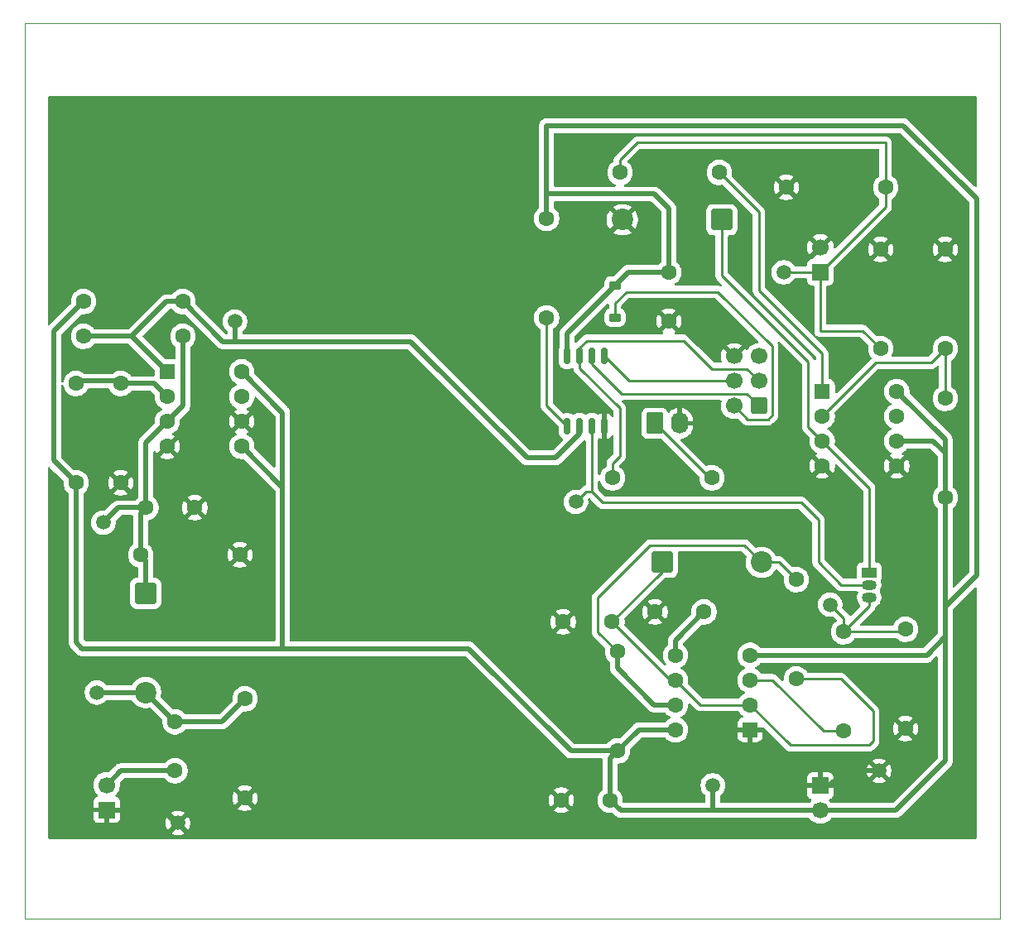
<source format=gtl>
G04 #@! TF.GenerationSoftware,KiCad,Pcbnew,9.0.4*
G04 #@! TF.CreationDate,2025-11-01T23:58:45-05:00*
G04 #@! TF.ProjectId,ece_445_low_power_stripped,6563655f-3434-4355-9f6c-6f775f706f77,rev?*
G04 #@! TF.SameCoordinates,Original*
G04 #@! TF.FileFunction,Copper,L1,Top*
G04 #@! TF.FilePolarity,Positive*
%FSLAX46Y46*%
G04 Gerber Fmt 4.6, Leading zero omitted, Abs format (unit mm)*
G04 Created by KiCad (PCBNEW 9.0.4) date 2025-11-01 23:58:45*
%MOMM*%
%LPD*%
G01*
G04 APERTURE LIST*
G04 Aperture macros list*
%AMRoundRect*
0 Rectangle with rounded corners*
0 $1 Rounding radius*
0 $2 $3 $4 $5 $6 $7 $8 $9 X,Y pos of 4 corners*
0 Add a 4 corners polygon primitive as box body*
4,1,4,$2,$3,$4,$5,$6,$7,$8,$9,$2,$3,0*
0 Add four circle primitives for the rounded corners*
1,1,$1+$1,$2,$3*
1,1,$1+$1,$4,$5*
1,1,$1+$1,$6,$7*
1,1,$1+$1,$8,$9*
0 Add four rect primitives between the rounded corners*
20,1,$1+$1,$2,$3,$4,$5,0*
20,1,$1+$1,$4,$5,$6,$7,0*
20,1,$1+$1,$6,$7,$8,$9,0*
20,1,$1+$1,$8,$9,$2,$3,0*%
G04 Aperture macros list end*
G04 #@! TA.AperFunction,ComponentPad*
%ADD10C,1.600000*%
G04 #@! TD*
G04 #@! TA.AperFunction,ComponentPad*
%ADD11RoundRect,0.250000X-0.550000X-0.550000X0.550000X-0.550000X0.550000X0.550000X-0.550000X0.550000X0*%
G04 #@! TD*
G04 #@! TA.AperFunction,SMDPad,CuDef*
%ADD12RoundRect,0.162500X0.162500X-0.650000X0.162500X0.650000X-0.162500X0.650000X-0.162500X-0.650000X0*%
G04 #@! TD*
G04 #@! TA.AperFunction,SMDPad,CuDef*
%ADD13RoundRect,0.225000X-0.375000X0.225000X-0.375000X-0.225000X0.375000X-0.225000X0.375000X0.225000X0*%
G04 #@! TD*
G04 #@! TA.AperFunction,ComponentPad*
%ADD14R,1.500000X1.050000*%
G04 #@! TD*
G04 #@! TA.AperFunction,ComponentPad*
%ADD15O,1.500000X1.050000*%
G04 #@! TD*
G04 #@! TA.AperFunction,ComponentPad*
%ADD16R,1.700000X1.700000*%
G04 #@! TD*
G04 #@! TA.AperFunction,ComponentPad*
%ADD17C,1.700000*%
G04 #@! TD*
G04 #@! TA.AperFunction,SMDPad,CuDef*
%ADD18C,1.500000*%
G04 #@! TD*
G04 #@! TA.AperFunction,ComponentPad*
%ADD19RoundRect,0.250000X-0.620000X-0.845000X0.620000X-0.845000X0.620000X0.845000X-0.620000X0.845000X0*%
G04 #@! TD*
G04 #@! TA.AperFunction,ComponentPad*
%ADD20O,1.740000X2.190000*%
G04 #@! TD*
G04 #@! TA.AperFunction,ComponentPad*
%ADD21RoundRect,0.249999X0.850001X0.850001X-0.850001X0.850001X-0.850001X-0.850001X0.850001X-0.850001X0*%
G04 #@! TD*
G04 #@! TA.AperFunction,ComponentPad*
%ADD22C,2.200000*%
G04 #@! TD*
G04 #@! TA.AperFunction,ComponentPad*
%ADD23RoundRect,0.250000X0.550000X0.550000X-0.550000X0.550000X-0.550000X-0.550000X0.550000X-0.550000X0*%
G04 #@! TD*
G04 #@! TA.AperFunction,ComponentPad*
%ADD24RoundRect,0.250000X0.600000X0.600000X-0.600000X0.600000X-0.600000X-0.600000X0.600000X-0.600000X0*%
G04 #@! TD*
G04 #@! TA.AperFunction,ComponentPad*
%ADD25RoundRect,0.249999X-0.850001X0.850001X-0.850001X-0.850001X0.850001X-0.850001X0.850001X0.850001X0*%
G04 #@! TD*
G04 #@! TA.AperFunction,ComponentPad*
%ADD26RoundRect,0.249999X-0.850001X-0.850001X0.850001X-0.850001X0.850001X0.850001X-0.850001X0.850001X0*%
G04 #@! TD*
G04 #@! TA.AperFunction,ViaPad*
%ADD27C,0.600000*%
G04 #@! TD*
G04 #@! TA.AperFunction,Conductor*
%ADD28C,0.508000*%
G04 #@! TD*
G04 #@! TA.AperFunction,Conductor*
%ADD29C,0.254000*%
G04 #@! TD*
G04 #@! TA.AperFunction,Profile*
%ADD30C,0.050000*%
G04 #@! TD*
G04 APERTURE END LIST*
D10*
X129794000Y-70094000D03*
X119634000Y-70094000D03*
D11*
X128195000Y-73720000D03*
D10*
X128195000Y-76260000D03*
X128195000Y-78800000D03*
X128195000Y-81340000D03*
X135815000Y-81340000D03*
X135815000Y-78800000D03*
X135815000Y-76260000D03*
X135815000Y-73720000D03*
D11*
X195195000Y-75720000D03*
D10*
X195195000Y-78260000D03*
X195195000Y-80800000D03*
X195195000Y-83340000D03*
X202815000Y-83340000D03*
X202815000Y-80800000D03*
X202815000Y-78260000D03*
X202815000Y-75720000D03*
X125476000Y-92446000D03*
X135636000Y-92446000D03*
X173752000Y-84572000D03*
X183912000Y-84572000D03*
X203708000Y-110226000D03*
X203708000Y-100066000D03*
D12*
X169095000Y-79269500D03*
X170365000Y-79269500D03*
X171635000Y-79269500D03*
X172905000Y-79269500D03*
X172905000Y-72094500D03*
X171635000Y-72094500D03*
X170365000Y-72094500D03*
X169095000Y-72094500D03*
D10*
X179500000Y-68530000D03*
X179500000Y-63530000D03*
X173500000Y-117530000D03*
X168500000Y-117530000D03*
D13*
X174000000Y-64880000D03*
X174000000Y-68180000D03*
D10*
X192532000Y-94986000D03*
X192532000Y-105146000D03*
D14*
X200000000Y-94260000D03*
D15*
X200000000Y-95530000D03*
X200000000Y-96800000D03*
D10*
X126024000Y-87620000D03*
X131024000Y-87620000D03*
D16*
X195000000Y-63530000D03*
D17*
X195000000Y-60990000D03*
D10*
X207772000Y-86604000D03*
X207772000Y-76444000D03*
X178094000Y-98288000D03*
X183094000Y-98288000D03*
D18*
X201000000Y-114530000D03*
X135128000Y-68570000D03*
D10*
X129000000Y-114530000D03*
X129000000Y-109530000D03*
D18*
X191262000Y-63530000D03*
D19*
X178054000Y-78984000D03*
D20*
X180594000Y-78984000D03*
D18*
X184000000Y-116030000D03*
D10*
X201168000Y-71364000D03*
X201168000Y-61204000D03*
X136144000Y-107178000D03*
X136144000Y-117338000D03*
D21*
X184912000Y-58156000D03*
D22*
X174752000Y-58156000D03*
D10*
X184658000Y-53330000D03*
X174498000Y-53330000D03*
X167000000Y-58030000D03*
X167000000Y-68190000D03*
X197358000Y-100320000D03*
X197358000Y-110480000D03*
D18*
X121666000Y-89144000D03*
D10*
X119634000Y-66538000D03*
X129794000Y-66538000D03*
D18*
X129286000Y-119878000D03*
D10*
X207772000Y-71364000D03*
X207772000Y-61204000D03*
X174244000Y-112512000D03*
X174244000Y-102352000D03*
X191516000Y-54854000D03*
X201676000Y-54854000D03*
D18*
X196000000Y-97530000D03*
D23*
X187805000Y-110340000D03*
D10*
X187805000Y-107800000D03*
X187805000Y-105260000D03*
X187805000Y-102720000D03*
X180185000Y-102720000D03*
X180185000Y-105260000D03*
X180185000Y-107800000D03*
X180185000Y-110340000D03*
D24*
X188722000Y-77206000D03*
D17*
X186182000Y-77206000D03*
X188722000Y-74666000D03*
X186182000Y-74666000D03*
X188722000Y-72126000D03*
X186182000Y-72126000D03*
D16*
X122000000Y-118530000D03*
D17*
X122000000Y-115990000D03*
D10*
X118872000Y-85080000D03*
X118872000Y-74920000D03*
D16*
X195000000Y-116063000D03*
D17*
X195000000Y-118603000D03*
D18*
X170000000Y-87030000D03*
D10*
X123444000Y-74920000D03*
X123444000Y-85080000D03*
D25*
X126000000Y-96370000D03*
D22*
X126000000Y-106530000D03*
D10*
X173696000Y-99304000D03*
X168696000Y-99304000D03*
D18*
X121000000Y-106530000D03*
D26*
X178816000Y-93208000D03*
D22*
X188976000Y-93208000D03*
D27*
X135000000Y-87000000D03*
X169000000Y-105000000D03*
X204500000Y-59000000D03*
X133000000Y-113000000D03*
X172000000Y-61500000D03*
X121000000Y-80000000D03*
X191500000Y-85000000D03*
X204000000Y-113000000D03*
X183500000Y-70000000D03*
D28*
X129000000Y-109530000D02*
X126000000Y-106530000D01*
X133792000Y-109530000D02*
X136144000Y-107178000D01*
X129000000Y-109530000D02*
X133792000Y-109530000D01*
X126000000Y-106530000D02*
X121000000Y-106530000D01*
X123460000Y-114530000D02*
X122000000Y-115990000D01*
X129000000Y-114530000D02*
X123460000Y-114530000D01*
X126024000Y-87620000D02*
X126024000Y-80971000D01*
X123190000Y-87620000D02*
X121666000Y-89144000D01*
X126000000Y-96370000D02*
X126000000Y-92970000D01*
X128195000Y-78800000D02*
X129794000Y-77201000D01*
X126024000Y-87620000D02*
X123190000Y-87620000D01*
X126024000Y-80971000D02*
X128195000Y-78800000D01*
X126000000Y-92970000D02*
X125476000Y-92446000D01*
X125476000Y-88168000D02*
X126024000Y-87620000D01*
X125476000Y-92446000D02*
X125476000Y-88168000D01*
X129794000Y-77201000D02*
X129794000Y-70094000D01*
X195967000Y-116063000D02*
X197500000Y-114530000D01*
X197500000Y-114530000D02*
X201000000Y-114530000D01*
X129032000Y-119878000D02*
X127684000Y-118530000D01*
X127684000Y-118530000D02*
X122000000Y-118530000D01*
X129286000Y-119878000D02*
X129032000Y-119878000D01*
X195000000Y-116063000D02*
X195967000Y-116063000D01*
X169095000Y-69785000D02*
X174000000Y-64880000D01*
X159000000Y-102030000D02*
X169482000Y-112512000D01*
X207772000Y-80677000D02*
X202815000Y-75720000D01*
X206542000Y-80800000D02*
X207772000Y-82030000D01*
X176416000Y-110340000D02*
X180185000Y-110340000D01*
X211000000Y-94530000D02*
X211000000Y-56030000D01*
X118872000Y-85080000D02*
X118872000Y-101402000D01*
X184000000Y-116030000D02*
X184000000Y-118603000D01*
X140000000Y-102030000D02*
X159000000Y-102030000D01*
X207772000Y-86604000D02*
X207772000Y-82030000D01*
X203500000Y-48530000D02*
X167000000Y-48530000D01*
X118872000Y-85080000D02*
X116586000Y-82794000D01*
X175350000Y-63530000D02*
X174000000Y-64880000D01*
X140000000Y-85525000D02*
X140000000Y-77905000D01*
X173500000Y-117530000D02*
X174573000Y-118603000D01*
X116586000Y-69586000D02*
X119634000Y-66538000D01*
X202697000Y-118603000D02*
X207772000Y-113528000D01*
X178000000Y-55530000D02*
X167000000Y-55530000D01*
X179350000Y-63380000D02*
X179500000Y-63530000D01*
X167000000Y-55530000D02*
X167000000Y-58030000D01*
X169095000Y-72094500D02*
X169095000Y-69785000D01*
X207772000Y-100828000D02*
X207772000Y-113528000D01*
X140000000Y-77905000D02*
X135815000Y-73720000D01*
X174244000Y-112512000D02*
X176416000Y-110340000D01*
X207772000Y-94030000D02*
X207772000Y-98030000D01*
X179500000Y-57030000D02*
X178000000Y-55530000D01*
X167000000Y-48530000D02*
X167000000Y-55530000D01*
X207772000Y-98030000D02*
X207772000Y-100828000D01*
X119500000Y-102030000D02*
X140000000Y-102030000D01*
X207772000Y-97758000D02*
X211000000Y-94530000D01*
X118872000Y-101402000D02*
X119500000Y-102030000D01*
X207772000Y-100828000D02*
X205880000Y-102720000D01*
X179500000Y-63530000D02*
X175350000Y-63530000D01*
X116586000Y-82794000D02*
X116586000Y-69586000D01*
X195000000Y-118603000D02*
X202697000Y-118603000D01*
X179500000Y-63530000D02*
X179500000Y-57030000D01*
X173500000Y-113256000D02*
X174244000Y-112512000D01*
X174573000Y-118603000D02*
X184000000Y-118603000D01*
X194460000Y-118530000D02*
X195000000Y-119070000D01*
X140000000Y-85525000D02*
X135815000Y-81340000D01*
X202815000Y-80800000D02*
X206542000Y-80800000D01*
X205880000Y-102720000D02*
X187805000Y-102720000D01*
X169482000Y-112512000D02*
X174244000Y-112512000D01*
X173500000Y-117530000D02*
X173500000Y-113256000D01*
X184000000Y-118603000D02*
X195000000Y-118603000D01*
X135815000Y-73720000D02*
X135844627Y-73720000D01*
X207772000Y-86604000D02*
X207772000Y-94030000D01*
X207772000Y-98030000D02*
X207772000Y-97758000D01*
X140000000Y-102030000D02*
X140000000Y-85525000D01*
X211000000Y-56030000D02*
X203500000Y-48530000D01*
X207772000Y-82030000D02*
X207772000Y-80677000D01*
D29*
X187805000Y-107800000D02*
X191921000Y-111916000D01*
X179652000Y-105260000D02*
X180185000Y-105260000D01*
X182725000Y-107800000D02*
X180185000Y-105260000D01*
X180185000Y-105260000D02*
X179464000Y-105260000D01*
X200406000Y-108448000D02*
X197104000Y-105146000D01*
X197104000Y-105146000D02*
X192532000Y-105146000D01*
X200406000Y-111496000D02*
X200406000Y-108448000D01*
X178816000Y-93208000D02*
X178816000Y-94184000D01*
X187805000Y-107800000D02*
X182725000Y-107800000D01*
X178816000Y-94184000D02*
X173696000Y-99304000D01*
X191921000Y-111916000D02*
X199986000Y-111916000D01*
X199986000Y-111916000D02*
X200406000Y-111496000D01*
X173696000Y-99304000D02*
X179652000Y-105260000D01*
D28*
X180185000Y-102720000D02*
X180185000Y-101197000D01*
X180185000Y-101197000D02*
X183094000Y-98288000D01*
D29*
X186182000Y-77206000D02*
X187541000Y-78565000D01*
X175150000Y-65530000D02*
X174000000Y-66680000D01*
X189643316Y-78565000D02*
X190081000Y-78127316D01*
X190081000Y-78127316D02*
X190081000Y-71111000D01*
X174000000Y-66680000D02*
X174000000Y-68180000D01*
X187541000Y-78565000D02*
X189643316Y-78565000D01*
X184500000Y-65530000D02*
X175150000Y-65530000D01*
X190081000Y-71111000D02*
X184500000Y-65530000D01*
X188976000Y-93208000D02*
X187240000Y-91472000D01*
X190754000Y-93208000D02*
X192532000Y-94986000D01*
X177592080Y-91472000D02*
X172260000Y-96804080D01*
X187240000Y-91472000D02*
X177592080Y-91472000D01*
X172260000Y-96804080D02*
X172260000Y-100368000D01*
D28*
X174244000Y-102352000D02*
X174244000Y-104032650D01*
D29*
X188976000Y-93208000D02*
X190754000Y-93208000D01*
D28*
X174244000Y-104032650D02*
X178011350Y-107800000D01*
X178011350Y-107800000D02*
X180185000Y-107800000D01*
D29*
X172260000Y-100368000D02*
X174244000Y-102352000D01*
X200000000Y-94260000D02*
X200000000Y-85605000D01*
X193759000Y-72712434D02*
X184912000Y-63865434D01*
X195195000Y-80800000D02*
X193759000Y-79364000D01*
X193759000Y-79364000D02*
X193759000Y-72712434D01*
X184912000Y-63865434D02*
X184912000Y-58156000D01*
X200000000Y-85605000D02*
X195195000Y-80800000D01*
X195000000Y-63530000D02*
X191262000Y-63530000D01*
X199334000Y-69530000D02*
X195000000Y-69530000D01*
X201168000Y-71364000D02*
X199334000Y-69530000D01*
X176276000Y-50282000D02*
X174498000Y-52060000D01*
X201676000Y-56854000D02*
X195000000Y-63530000D01*
X201676000Y-50282000D02*
X176276000Y-50282000D01*
X174498000Y-52060000D02*
X174498000Y-53330000D01*
X201676000Y-54854000D02*
X201676000Y-56854000D01*
X201676000Y-54854000D02*
X201676000Y-50282000D01*
X195000000Y-69530000D02*
X195000000Y-63530000D01*
X183642000Y-84572000D02*
X178054000Y-78984000D01*
X183912000Y-84572000D02*
X183642000Y-84572000D01*
X187490000Y-75974000D02*
X188722000Y-77206000D01*
X187490000Y-75974000D02*
X174702001Y-75974000D01*
X174702001Y-75974000D02*
X171635000Y-72906999D01*
X171635000Y-72906999D02*
X171635000Y-72094500D01*
X181000000Y-70530000D02*
X171117001Y-70530000D01*
X173752000Y-83064000D02*
X174498000Y-82318000D01*
X170365000Y-71282001D02*
X170365000Y-72094500D01*
X171117001Y-70530000D02*
X170365000Y-71282001D01*
X183904000Y-73434000D02*
X181000000Y-70530000D01*
X173752000Y-84572000D02*
X173752000Y-83064000D01*
X187490000Y-73434000D02*
X188722000Y-74666000D01*
X174498000Y-82318000D02*
X174498000Y-77460000D01*
X174498000Y-77460000D02*
X170365000Y-73327000D01*
X187490000Y-73434000D02*
X183904000Y-73434000D01*
X170365000Y-73327000D02*
X170365000Y-72094500D01*
X175476500Y-74666000D02*
X172905000Y-72094500D01*
X186182000Y-74666000D02*
X175476500Y-74666000D01*
X169291000Y-78593246D02*
X169291000Y-79269500D01*
X169095000Y-79269500D02*
X167000000Y-77174500D01*
X167000000Y-77174500D02*
X167000000Y-68190000D01*
X197358000Y-100320000D02*
X197358000Y-98888000D01*
X197358000Y-100320000D02*
X200000000Y-97678000D01*
X203708000Y-100066000D02*
X203200000Y-100066000D01*
X203200000Y-100066000D02*
X202946000Y-100320000D01*
X197358000Y-98888000D02*
X196000000Y-97530000D01*
X202946000Y-100320000D02*
X197358000Y-100320000D01*
X200000000Y-97678000D02*
X200000000Y-96800000D01*
D28*
X119634000Y-74666000D02*
X123190000Y-74666000D01*
X123444000Y-74920000D02*
X126855000Y-74920000D01*
X123190000Y-74666000D02*
X123444000Y-74920000D01*
X126855000Y-74920000D02*
X128195000Y-76260000D01*
X128195000Y-73720000D02*
X124569000Y-70094000D01*
X135128000Y-68570000D02*
X135128000Y-70625000D01*
X135128000Y-70625000D02*
X153095000Y-70625000D01*
X133881000Y-70625000D02*
X129794000Y-66538000D01*
X128125000Y-66538000D02*
X124569000Y-70094000D01*
X153095000Y-70625000D02*
X165000000Y-82530000D01*
X165000000Y-82530000D02*
X167916999Y-82530000D01*
X124569000Y-70094000D02*
X119634000Y-70094000D01*
X170365000Y-80081999D02*
X170365000Y-79269500D01*
X128195000Y-73720000D02*
X128086000Y-73720000D01*
X129794000Y-66538000D02*
X128125000Y-66538000D01*
X135128000Y-70625000D02*
X133881000Y-70625000D01*
X167916999Y-82530000D02*
X170365000Y-80081999D01*
D29*
X195326000Y-110480000D02*
X190106000Y-105260000D01*
X190106000Y-105260000D02*
X187805000Y-105260000D01*
X197358000Y-110480000D02*
X195326000Y-110480000D01*
X206336000Y-72800000D02*
X200655000Y-72800000D01*
X207772000Y-76444000D02*
X207772000Y-71364000D01*
X200655000Y-72800000D02*
X195195000Y-78260000D01*
X207772000Y-71364000D02*
X206336000Y-72800000D01*
X188722000Y-57394000D02*
X188722000Y-65399000D01*
X188722000Y-65399000D02*
X195195000Y-71872000D01*
X184658000Y-53330000D02*
X188722000Y-57394000D01*
X195195000Y-71872000D02*
X195195000Y-75720000D01*
X200000000Y-95530000D02*
X197140000Y-95530000D01*
X194818000Y-88890000D02*
X193040000Y-87112000D01*
X197140000Y-95530000D02*
X194818000Y-93208000D01*
X170000000Y-87030000D02*
X171030000Y-86000000D01*
X193040000Y-87112000D02*
X172736000Y-87112000D01*
X171030000Y-86000000D02*
X171635000Y-86000000D01*
X172736000Y-87112000D02*
X171635000Y-86011000D01*
X171635000Y-86000000D02*
X171635000Y-79269500D01*
X171635000Y-86011000D02*
X171635000Y-86000000D01*
X194818000Y-93208000D02*
X194818000Y-88890000D01*
G04 #@! TA.AperFunction,Conductor*
G36*
X116205203Y-83480673D02*
G01*
X116211668Y-83486693D01*
X116797752Y-84072776D01*
X117544752Y-84819776D01*
X117578237Y-84881099D01*
X117579544Y-84926855D01*
X117571500Y-84977643D01*
X117571500Y-84977648D01*
X117571500Y-85182352D01*
X117591363Y-85307760D01*
X117603523Y-85384534D01*
X117603522Y-85384534D01*
X117666781Y-85579223D01*
X117720313Y-85684284D01*
X117759585Y-85761359D01*
X117759715Y-85761613D01*
X117880028Y-85927213D01*
X117880034Y-85927219D01*
X118024781Y-86071966D01*
X118066384Y-86102192D01*
X118109050Y-86157520D01*
X118117500Y-86202510D01*
X118117500Y-101322552D01*
X118117499Y-101322578D01*
X118117499Y-101327688D01*
X118117499Y-101476312D01*
X118132950Y-101553987D01*
X118146495Y-101622080D01*
X118166506Y-101670390D01*
X118169111Y-101676680D01*
X118169112Y-101676682D01*
X118203366Y-101759381D01*
X118203372Y-101759392D01*
X118285942Y-101882968D01*
X118285943Y-101882969D01*
X118619518Y-102216543D01*
X118913940Y-102510965D01*
X118913941Y-102510966D01*
X119019034Y-102616059D01*
X119019035Y-102616060D01*
X119142608Y-102698628D01*
X119142609Y-102698628D01*
X119142610Y-102698629D01*
X119279920Y-102755505D01*
X119279922Y-102755505D01*
X119279924Y-102755506D01*
X119304104Y-102760315D01*
X119304110Y-102760316D01*
X119425686Y-102784501D01*
X119425688Y-102784501D01*
X119580426Y-102784501D01*
X119580446Y-102784500D01*
X139925688Y-102784500D01*
X140074312Y-102784500D01*
X158636113Y-102784500D01*
X158703152Y-102804185D01*
X158723794Y-102820819D01*
X168891600Y-112988624D01*
X168891621Y-112988647D01*
X169001029Y-113098055D01*
X169001032Y-113098057D01*
X169001034Y-113098059D01*
X169083605Y-113153230D01*
X169124611Y-113180630D01*
X169199052Y-113211464D01*
X169246583Y-113231152D01*
X169261920Y-113237505D01*
X169261924Y-113237506D01*
X169286104Y-113242315D01*
X169286110Y-113242316D01*
X169407686Y-113266501D01*
X169407688Y-113266501D01*
X169562426Y-113266501D01*
X169562446Y-113266500D01*
X172621500Y-113266500D01*
X172688539Y-113286185D01*
X172734294Y-113338989D01*
X172745500Y-113390500D01*
X172745500Y-116407488D01*
X172725815Y-116474527D01*
X172694385Y-116507806D01*
X172652787Y-116538028D01*
X172652782Y-116538032D01*
X172508028Y-116682786D01*
X172387715Y-116848386D01*
X172294781Y-117030776D01*
X172231522Y-117225465D01*
X172199500Y-117427648D01*
X172199500Y-117632351D01*
X172231522Y-117834534D01*
X172294781Y-118029223D01*
X172346080Y-118129901D01*
X172387585Y-118211359D01*
X172387715Y-118211613D01*
X172508028Y-118377213D01*
X172652786Y-118521971D01*
X172754441Y-118595826D01*
X172818390Y-118642287D01*
X172934607Y-118701503D01*
X173000776Y-118735218D01*
X173000778Y-118735218D01*
X173000781Y-118735220D01*
X173105137Y-118769127D01*
X173195465Y-118798477D01*
X173296557Y-118814488D01*
X173397648Y-118830500D01*
X173397649Y-118830500D01*
X173602351Y-118830500D01*
X173602352Y-118830500D01*
X173653144Y-118822455D01*
X173722437Y-118831409D01*
X173760223Y-118857247D01*
X173982600Y-119079624D01*
X173982621Y-119079647D01*
X174092028Y-119189054D01*
X174092035Y-119189060D01*
X174215608Y-119271628D01*
X174215609Y-119271628D01*
X174215610Y-119271629D01*
X174352920Y-119328505D01*
X174352922Y-119328505D01*
X174352924Y-119328506D01*
X174377104Y-119333315D01*
X174377110Y-119333316D01*
X174498686Y-119357501D01*
X174498688Y-119357501D01*
X174653426Y-119357501D01*
X174653446Y-119357500D01*
X183925688Y-119357500D01*
X193815685Y-119357500D01*
X193882724Y-119377185D01*
X193916004Y-119408615D01*
X193969896Y-119482792D01*
X194120213Y-119633109D01*
X194292179Y-119758048D01*
X194292181Y-119758049D01*
X194292184Y-119758051D01*
X194481588Y-119854557D01*
X194683757Y-119920246D01*
X194893713Y-119953500D01*
X194893714Y-119953500D01*
X195106286Y-119953500D01*
X195106287Y-119953500D01*
X195316243Y-119920246D01*
X195518412Y-119854557D01*
X195707816Y-119758051D01*
X195787113Y-119700439D01*
X195879786Y-119633109D01*
X195879788Y-119633106D01*
X195879792Y-119633104D01*
X196030104Y-119482792D01*
X196083996Y-119408614D01*
X196139326Y-119365949D01*
X196184315Y-119357500D01*
X202616554Y-119357500D01*
X202616574Y-119357501D01*
X202622688Y-119357501D01*
X202771314Y-119357501D01*
X202808009Y-119350200D01*
X202892894Y-119333315D01*
X202917080Y-119328505D01*
X202973955Y-119304946D01*
X203054389Y-119271630D01*
X203177966Y-119189059D01*
X208252963Y-114114060D01*
X208252966Y-114114059D01*
X208358059Y-114008966D01*
X208440629Y-113885390D01*
X208440630Y-113885389D01*
X208474137Y-113804495D01*
X208497505Y-113748080D01*
X208510494Y-113682781D01*
X208526501Y-113602312D01*
X208526501Y-113453688D01*
X208526501Y-113448578D01*
X208526500Y-113448552D01*
X208526500Y-100902317D01*
X208526501Y-100902312D01*
X208526501Y-100753688D01*
X208526500Y-100753682D01*
X208526500Y-98121885D01*
X208546185Y-98054846D01*
X208562814Y-98034209D01*
X210788319Y-95808703D01*
X210849642Y-95775219D01*
X210919334Y-95780203D01*
X210975267Y-95822075D01*
X210999684Y-95887539D01*
X211000000Y-95896385D01*
X211000000Y-121376000D01*
X210980315Y-121443039D01*
X210927511Y-121488794D01*
X210876000Y-121500000D01*
X116124000Y-121500000D01*
X116056961Y-121480315D01*
X116011206Y-121427511D01*
X116000000Y-121376000D01*
X116000000Y-120921677D01*
X128595873Y-120921677D01*
X128595873Y-120921678D01*
X128630858Y-120947096D01*
X128806164Y-121036418D01*
X128993294Y-121097221D01*
X129187618Y-121128000D01*
X129384382Y-121128000D01*
X129578705Y-121097221D01*
X129765835Y-121036418D01*
X129941143Y-120947095D01*
X129976125Y-120921678D01*
X129976126Y-120921678D01*
X129286001Y-120231553D01*
X129286000Y-120231553D01*
X128595873Y-120921677D01*
X116000000Y-120921677D01*
X116000000Y-115883713D01*
X120649500Y-115883713D01*
X120649500Y-116096287D01*
X120659534Y-116159644D01*
X120679608Y-116286384D01*
X120682754Y-116306243D01*
X120730268Y-116452476D01*
X120748444Y-116508414D01*
X120844951Y-116697820D01*
X120969890Y-116869786D01*
X121083818Y-116983714D01*
X121117303Y-117045037D01*
X121112319Y-117114729D01*
X121070447Y-117170662D01*
X121039471Y-117187577D01*
X120907912Y-117236646D01*
X120907906Y-117236649D01*
X120792812Y-117322809D01*
X120792809Y-117322812D01*
X120706649Y-117437906D01*
X120706645Y-117437913D01*
X120656403Y-117572620D01*
X120656401Y-117572627D01*
X120650000Y-117632155D01*
X120650000Y-118280000D01*
X121566988Y-118280000D01*
X121534075Y-118337007D01*
X121500000Y-118464174D01*
X121500000Y-118595826D01*
X121534075Y-118722993D01*
X121566988Y-118780000D01*
X120650000Y-118780000D01*
X120650000Y-119427844D01*
X120656401Y-119487372D01*
X120656403Y-119487379D01*
X120706645Y-119622086D01*
X120706649Y-119622093D01*
X120792809Y-119737187D01*
X120792812Y-119737190D01*
X120907906Y-119823350D01*
X120907913Y-119823354D01*
X121042620Y-119873596D01*
X121042627Y-119873598D01*
X121102155Y-119879999D01*
X121102172Y-119880000D01*
X121750000Y-119880000D01*
X121750000Y-118963012D01*
X121807007Y-118995925D01*
X121934174Y-119030000D01*
X122065826Y-119030000D01*
X122192993Y-118995925D01*
X122250000Y-118963012D01*
X122250000Y-119880000D01*
X122897828Y-119880000D01*
X122897844Y-119879999D01*
X122957372Y-119873598D01*
X122957379Y-119873596D01*
X123092086Y-119823354D01*
X123092093Y-119823350D01*
X123150512Y-119779617D01*
X128036000Y-119779617D01*
X128036000Y-119976382D01*
X128066778Y-120170705D01*
X128127581Y-120357835D01*
X128216905Y-120533145D01*
X128242319Y-120568125D01*
X128242320Y-120568125D01*
X128932446Y-119878000D01*
X128932446Y-119877999D01*
X129639553Y-119877999D01*
X129639553Y-119878000D01*
X130329678Y-120568126D01*
X130329678Y-120568125D01*
X130355095Y-120533143D01*
X130444418Y-120357835D01*
X130505221Y-120170705D01*
X130536000Y-119976382D01*
X130536000Y-119779617D01*
X130505221Y-119585294D01*
X130444418Y-119398164D01*
X130355096Y-119222858D01*
X130329678Y-119187873D01*
X130329677Y-119187873D01*
X129639553Y-119877999D01*
X128932446Y-119877999D01*
X128242320Y-119187872D01*
X128242320Y-119187873D01*
X128216902Y-119222859D01*
X128216899Y-119222863D01*
X128127582Y-119398161D01*
X128066778Y-119585294D01*
X128036000Y-119779617D01*
X123150512Y-119779617D01*
X123207187Y-119737190D01*
X123234700Y-119700439D01*
X123234701Y-119700437D01*
X123293350Y-119622093D01*
X123293354Y-119622086D01*
X123343596Y-119487379D01*
X123343598Y-119487372D01*
X123349999Y-119427844D01*
X123350000Y-119427827D01*
X123350000Y-118834320D01*
X128595872Y-118834320D01*
X129286000Y-119524446D01*
X129286001Y-119524446D01*
X129976125Y-118834320D01*
X129976125Y-118834319D01*
X129941145Y-118808905D01*
X129765835Y-118719581D01*
X129578705Y-118658778D01*
X129384382Y-118628000D01*
X129187618Y-118628000D01*
X128993294Y-118658778D01*
X128806161Y-118719582D01*
X128630863Y-118808899D01*
X128630859Y-118808902D01*
X128595873Y-118834320D01*
X128595872Y-118834320D01*
X123350000Y-118834320D01*
X123350000Y-118780000D01*
X122433012Y-118780000D01*
X122465925Y-118722993D01*
X122500000Y-118595826D01*
X122500000Y-118464174D01*
X122465925Y-118337007D01*
X122433012Y-118280000D01*
X123350000Y-118280000D01*
X123350000Y-117632172D01*
X123349999Y-117632155D01*
X123343598Y-117572627D01*
X123343596Y-117572620D01*
X123293354Y-117437913D01*
X123293350Y-117437906D01*
X123207190Y-117322812D01*
X123207187Y-117322809D01*
X123092093Y-117236649D01*
X123092088Y-117236646D01*
X123089503Y-117235682D01*
X134844000Y-117235682D01*
X134844000Y-117440317D01*
X134876009Y-117642417D01*
X134939244Y-117837031D01*
X135032141Y-118019350D01*
X135032147Y-118019359D01*
X135064523Y-118063921D01*
X135064524Y-118063922D01*
X135744000Y-117384446D01*
X135744000Y-117390661D01*
X135771259Y-117492394D01*
X135823920Y-117583606D01*
X135898394Y-117658080D01*
X135989606Y-117710741D01*
X136091339Y-117738000D01*
X136097553Y-117738000D01*
X135418076Y-118417474D01*
X135462650Y-118449859D01*
X135644968Y-118542755D01*
X135839582Y-118605990D01*
X136041683Y-118638000D01*
X136246317Y-118638000D01*
X136448417Y-118605990D01*
X136643031Y-118542755D01*
X136821679Y-118451730D01*
X136825348Y-118449860D01*
X136869921Y-118417474D01*
X136190447Y-117738000D01*
X136196661Y-117738000D01*
X136298394Y-117710741D01*
X136389606Y-117658080D01*
X136464080Y-117583606D01*
X136516741Y-117492394D01*
X136544000Y-117390661D01*
X136544000Y-117384448D01*
X137223474Y-118063922D01*
X137223474Y-118063921D01*
X137255859Y-118019349D01*
X137348755Y-117837031D01*
X137411990Y-117642417D01*
X137444000Y-117440317D01*
X137444000Y-117427682D01*
X167200000Y-117427682D01*
X167200000Y-117632317D01*
X167232009Y-117834417D01*
X167295244Y-118029031D01*
X167388141Y-118211350D01*
X167388147Y-118211359D01*
X167420523Y-118255921D01*
X167420524Y-118255922D01*
X168100000Y-117576446D01*
X168100000Y-117582661D01*
X168127259Y-117684394D01*
X168179920Y-117775606D01*
X168254394Y-117850080D01*
X168345606Y-117902741D01*
X168447339Y-117930000D01*
X168453553Y-117930000D01*
X167774076Y-118609474D01*
X167818650Y-118641859D01*
X168000968Y-118734755D01*
X168195582Y-118797990D01*
X168397683Y-118830000D01*
X168602317Y-118830000D01*
X168804417Y-118797990D01*
X168999031Y-118734755D01*
X169181349Y-118641859D01*
X169225921Y-118609474D01*
X168546447Y-117930000D01*
X168552661Y-117930000D01*
X168654394Y-117902741D01*
X168745606Y-117850080D01*
X168820080Y-117775606D01*
X168872741Y-117684394D01*
X168900000Y-117582661D01*
X168900000Y-117576447D01*
X169579474Y-118255921D01*
X169611859Y-118211349D01*
X169704755Y-118029031D01*
X169767990Y-117834417D01*
X169800000Y-117632317D01*
X169800000Y-117427682D01*
X169767990Y-117225582D01*
X169704755Y-117030968D01*
X169611859Y-116848650D01*
X169579474Y-116804077D01*
X169579474Y-116804076D01*
X168900000Y-117483551D01*
X168900000Y-117477339D01*
X168872741Y-117375606D01*
X168820080Y-117284394D01*
X168745606Y-117209920D01*
X168654394Y-117157259D01*
X168552661Y-117130000D01*
X168546446Y-117130000D01*
X169225922Y-116450524D01*
X169225921Y-116450523D01*
X169181359Y-116418147D01*
X169181350Y-116418141D01*
X168999031Y-116325244D01*
X168804417Y-116262009D01*
X168602317Y-116230000D01*
X168397683Y-116230000D01*
X168195582Y-116262009D01*
X168000968Y-116325244D01*
X167818644Y-116418143D01*
X167774077Y-116450523D01*
X167774077Y-116450524D01*
X168453554Y-117130000D01*
X168447339Y-117130000D01*
X168345606Y-117157259D01*
X168254394Y-117209920D01*
X168179920Y-117284394D01*
X168127259Y-117375606D01*
X168100000Y-117477339D01*
X168100000Y-117483553D01*
X167420524Y-116804077D01*
X167420523Y-116804077D01*
X167388143Y-116848644D01*
X167295244Y-117030968D01*
X167232009Y-117225582D01*
X167200000Y-117427682D01*
X137444000Y-117427682D01*
X137444000Y-117235682D01*
X137411990Y-117033582D01*
X137348755Y-116838968D01*
X137255859Y-116656650D01*
X137223474Y-116612077D01*
X137223474Y-116612076D01*
X136544000Y-117291551D01*
X136544000Y-117285339D01*
X136516741Y-117183606D01*
X136464080Y-117092394D01*
X136389606Y-117017920D01*
X136298394Y-116965259D01*
X136196661Y-116938000D01*
X136190446Y-116938000D01*
X136869922Y-116258524D01*
X136869921Y-116258523D01*
X136825359Y-116226147D01*
X136825350Y-116226141D01*
X136643031Y-116133244D01*
X136448417Y-116070009D01*
X136246317Y-116038000D01*
X136041683Y-116038000D01*
X135839582Y-116070009D01*
X135644968Y-116133244D01*
X135462644Y-116226143D01*
X135418077Y-116258523D01*
X135418077Y-116258524D01*
X136097554Y-116938000D01*
X136091339Y-116938000D01*
X135989606Y-116965259D01*
X135898394Y-117017920D01*
X135823920Y-117092394D01*
X135771259Y-117183606D01*
X135744000Y-117285339D01*
X135744000Y-117291553D01*
X135064524Y-116612077D01*
X135064523Y-116612077D01*
X135032143Y-116656644D01*
X134939244Y-116838968D01*
X134876009Y-117033582D01*
X134844000Y-117235682D01*
X123089503Y-117235682D01*
X122960528Y-117187577D01*
X122904595Y-117145705D01*
X122880178Y-117080241D01*
X122895030Y-117011968D01*
X122916175Y-116983720D01*
X123030104Y-116869792D01*
X123045465Y-116848650D01*
X123155048Y-116697820D01*
X123155047Y-116697820D01*
X123155051Y-116697816D01*
X123251557Y-116508412D01*
X123317246Y-116306243D01*
X123350500Y-116096287D01*
X123350500Y-115883713D01*
X123336156Y-115793151D01*
X123345110Y-115723861D01*
X123370945Y-115686078D01*
X123736205Y-115320819D01*
X123797528Y-115287334D01*
X123823886Y-115284500D01*
X127877489Y-115284500D01*
X127944528Y-115304185D01*
X127977808Y-115335616D01*
X128008030Y-115377215D01*
X128152786Y-115521971D01*
X128258942Y-115599096D01*
X128318390Y-115642287D01*
X128404329Y-115686075D01*
X128500776Y-115735218D01*
X128500778Y-115735218D01*
X128500781Y-115735220D01*
X128543872Y-115749221D01*
X128695465Y-115798477D01*
X128787159Y-115813000D01*
X128897648Y-115830500D01*
X128897649Y-115830500D01*
X129102351Y-115830500D01*
X129102352Y-115830500D01*
X129304534Y-115798477D01*
X129499219Y-115735220D01*
X129681610Y-115642287D01*
X129808668Y-115549975D01*
X129847213Y-115521971D01*
X129847215Y-115521968D01*
X129847219Y-115521966D01*
X129991966Y-115377219D01*
X129991968Y-115377215D01*
X129991971Y-115377213D01*
X130095484Y-115234737D01*
X130112287Y-115211610D01*
X130205220Y-115029219D01*
X130268477Y-114834534D01*
X130300500Y-114632352D01*
X130300500Y-114427648D01*
X130268477Y-114225465D01*
X130211151Y-114049036D01*
X130205220Y-114030781D01*
X130205218Y-114030778D01*
X130205218Y-114030776D01*
X130131139Y-113885390D01*
X130112287Y-113848390D01*
X130104556Y-113837749D01*
X129991971Y-113682786D01*
X129847213Y-113538028D01*
X129681613Y-113417715D01*
X129681612Y-113417714D01*
X129681610Y-113417713D01*
X129624653Y-113388691D01*
X129499223Y-113324781D01*
X129304534Y-113261522D01*
X129112782Y-113231152D01*
X129102352Y-113229500D01*
X128897648Y-113229500D01*
X128887218Y-113231152D01*
X128695465Y-113261522D01*
X128500776Y-113324781D01*
X128318386Y-113417715D01*
X128152786Y-113538028D01*
X128152782Y-113538032D01*
X128008035Y-113682780D01*
X128008033Y-113682782D01*
X127977808Y-113724384D01*
X127922479Y-113767050D01*
X127877489Y-113775500D01*
X123540446Y-113775500D01*
X123540426Y-113775499D01*
X123534312Y-113775499D01*
X123385688Y-113775499D01*
X123385686Y-113775499D01*
X123264105Y-113799684D01*
X123249540Y-113802581D01*
X123239918Y-113804495D01*
X123239917Y-113804495D01*
X123183045Y-113828052D01*
X123183045Y-113828053D01*
X123102611Y-113861370D01*
X123102609Y-113861371D01*
X122979033Y-113943941D01*
X122926487Y-113996487D01*
X122873941Y-114049034D01*
X122873939Y-114049036D01*
X122303923Y-114619050D01*
X122242600Y-114652535D01*
X122196844Y-114653842D01*
X122106292Y-114639500D01*
X122106287Y-114639500D01*
X121893713Y-114639500D01*
X121845042Y-114647208D01*
X121683760Y-114672753D01*
X121481585Y-114738444D01*
X121292179Y-114834951D01*
X121120213Y-114959890D01*
X120969890Y-115110213D01*
X120844951Y-115282179D01*
X120748444Y-115471585D01*
X120748443Y-115471587D01*
X120748443Y-115471588D01*
X120722975Y-115549970D01*
X120682753Y-115673760D01*
X120663843Y-115793155D01*
X120649500Y-115883713D01*
X116000000Y-115883713D01*
X116000000Y-106431577D01*
X119749500Y-106431577D01*
X119749500Y-106628422D01*
X119780290Y-106822826D01*
X119841117Y-107010029D01*
X119919596Y-107164051D01*
X119930476Y-107185405D01*
X120046172Y-107344646D01*
X120185354Y-107483828D01*
X120344595Y-107599524D01*
X120393700Y-107624544D01*
X120519970Y-107688882D01*
X120519972Y-107688882D01*
X120519975Y-107688884D01*
X120620317Y-107721487D01*
X120707173Y-107749709D01*
X120901578Y-107780500D01*
X120901583Y-107780500D01*
X121098422Y-107780500D01*
X121292826Y-107749709D01*
X121300295Y-107747282D01*
X121480025Y-107688884D01*
X121655405Y-107599524D01*
X121814646Y-107483828D01*
X121953828Y-107344646D01*
X121960392Y-107335612D01*
X122015723Y-107292948D01*
X122060708Y-107284500D01*
X124512167Y-107284500D01*
X124579206Y-107304185D01*
X124622653Y-107352207D01*
X124631132Y-107368849D01*
X124779201Y-107572649D01*
X124779205Y-107572654D01*
X124957345Y-107750794D01*
X124957350Y-107750798D01*
X124998232Y-107780500D01*
X125161155Y-107898870D01*
X125304184Y-107971747D01*
X125385616Y-108013239D01*
X125385618Y-108013239D01*
X125385621Y-108013241D01*
X125625215Y-108091090D01*
X125874038Y-108130500D01*
X125874039Y-108130500D01*
X126125961Y-108130500D01*
X126125962Y-108130500D01*
X126374785Y-108091090D01*
X126392542Y-108085319D01*
X126462379Y-108083321D01*
X126518544Y-108115568D01*
X127672752Y-109269776D01*
X127706237Y-109331099D01*
X127707544Y-109376855D01*
X127699500Y-109427643D01*
X127699500Y-109632351D01*
X127731522Y-109834534D01*
X127794781Y-110029223D01*
X127839026Y-110116057D01*
X127881099Y-110198630D01*
X127887715Y-110211613D01*
X128008028Y-110377213D01*
X128152786Y-110521971D01*
X128295973Y-110626000D01*
X128318390Y-110642287D01*
X128434607Y-110701503D01*
X128500776Y-110735218D01*
X128500778Y-110735218D01*
X128500781Y-110735220D01*
X128605137Y-110769127D01*
X128695465Y-110798477D01*
X128796557Y-110814488D01*
X128897648Y-110830500D01*
X128897649Y-110830500D01*
X129102351Y-110830500D01*
X129102352Y-110830500D01*
X129304534Y-110798477D01*
X129499219Y-110735220D01*
X129681610Y-110642287D01*
X129814029Y-110546080D01*
X129847213Y-110521971D01*
X129847215Y-110521968D01*
X129847219Y-110521966D01*
X129991966Y-110377219D01*
X130022192Y-110335615D01*
X130077521Y-110292950D01*
X130122511Y-110284500D01*
X133711554Y-110284500D01*
X133711574Y-110284501D01*
X133717688Y-110284501D01*
X133866314Y-110284501D01*
X133911861Y-110275439D01*
X133987894Y-110260315D01*
X134012080Y-110255505D01*
X134074948Y-110229464D01*
X134149389Y-110198630D01*
X134272966Y-110116059D01*
X135883778Y-108505244D01*
X135945099Y-108471761D01*
X135990850Y-108470454D01*
X136041648Y-108478500D01*
X136041651Y-108478500D01*
X136246351Y-108478500D01*
X136246352Y-108478500D01*
X136448534Y-108446477D01*
X136643219Y-108383220D01*
X136825610Y-108290287D01*
X136946093Y-108202752D01*
X136991213Y-108169971D01*
X136991215Y-108169968D01*
X136991219Y-108169966D01*
X137135966Y-108025219D01*
X137135968Y-108025215D01*
X137135971Y-108025213D01*
X137225234Y-107902351D01*
X137256287Y-107859610D01*
X137349220Y-107677219D01*
X137412477Y-107482534D01*
X137444500Y-107280352D01*
X137444500Y-107075648D01*
X137434106Y-107010025D01*
X137412477Y-106873465D01*
X137383127Y-106783137D01*
X137349220Y-106678781D01*
X137349218Y-106678778D01*
X137349218Y-106678776D01*
X137305263Y-106592511D01*
X137256287Y-106496390D01*
X137233641Y-106465220D01*
X137135971Y-106330786D01*
X136991213Y-106186028D01*
X136825613Y-106065715D01*
X136825612Y-106065714D01*
X136825610Y-106065713D01*
X136768653Y-106036691D01*
X136643223Y-105972781D01*
X136448534Y-105909522D01*
X136273995Y-105881878D01*
X136246352Y-105877500D01*
X136041648Y-105877500D01*
X136017329Y-105881351D01*
X135839465Y-105909522D01*
X135644776Y-105972781D01*
X135462386Y-106065715D01*
X135296786Y-106186028D01*
X135152028Y-106330786D01*
X135031715Y-106496386D01*
X134938781Y-106678776D01*
X134875522Y-106873465D01*
X134843500Y-107075648D01*
X134843500Y-107280356D01*
X134851544Y-107331142D01*
X134842590Y-107400436D01*
X134816752Y-107438222D01*
X133515794Y-108739181D01*
X133454471Y-108772666D01*
X133428113Y-108775500D01*
X130122511Y-108775500D01*
X130055472Y-108755815D01*
X130022192Y-108724384D01*
X129991969Y-108682784D01*
X129847213Y-108538028D01*
X129681613Y-108417715D01*
X129681612Y-108417714D01*
X129681610Y-108417713D01*
X129624653Y-108388691D01*
X129499223Y-108324781D01*
X129304534Y-108261522D01*
X129129995Y-108233878D01*
X129102352Y-108229500D01*
X128897648Y-108229500D01*
X128897644Y-108229500D01*
X128846855Y-108237544D01*
X128777561Y-108228589D01*
X128739776Y-108202752D01*
X127585568Y-107048544D01*
X127552083Y-106987221D01*
X127555319Y-106922543D01*
X127561090Y-106904785D01*
X127600500Y-106655962D01*
X127600500Y-106404038D01*
X127561090Y-106155215D01*
X127483241Y-105915621D01*
X127483239Y-105915618D01*
X127483239Y-105915616D01*
X127420857Y-105793185D01*
X127368870Y-105691155D01*
X127349952Y-105665117D01*
X127220798Y-105487350D01*
X127220794Y-105487345D01*
X127042654Y-105309205D01*
X127042649Y-105309201D01*
X126838848Y-105161132D01*
X126838847Y-105161131D01*
X126838845Y-105161130D01*
X126768747Y-105125413D01*
X126614383Y-105046760D01*
X126374785Y-104968910D01*
X126125962Y-104929500D01*
X125874038Y-104929500D01*
X125749626Y-104949205D01*
X125625214Y-104968910D01*
X125385616Y-105046760D01*
X125161151Y-105161132D01*
X124957350Y-105309201D01*
X124957345Y-105309205D01*
X124779205Y-105487345D01*
X124779201Y-105487350D01*
X124631132Y-105691150D01*
X124622653Y-105707793D01*
X124574679Y-105758590D01*
X124512167Y-105775500D01*
X122060708Y-105775500D01*
X121993669Y-105755815D01*
X121960392Y-105724388D01*
X121953830Y-105715357D01*
X121953825Y-105715351D01*
X121814648Y-105576174D01*
X121814646Y-105576172D01*
X121655405Y-105460476D01*
X121621175Y-105443035D01*
X121480029Y-105371117D01*
X121292826Y-105310290D01*
X121098422Y-105279500D01*
X121098417Y-105279500D01*
X120901583Y-105279500D01*
X120901578Y-105279500D01*
X120707173Y-105310290D01*
X120519970Y-105371117D01*
X120344594Y-105460476D01*
X120307613Y-105487345D01*
X120185354Y-105576172D01*
X120185352Y-105576174D01*
X120185351Y-105576174D01*
X120046174Y-105715351D01*
X120046174Y-105715352D01*
X120046172Y-105715354D01*
X120016775Y-105755815D01*
X119930476Y-105874594D01*
X119841117Y-106049970D01*
X119780290Y-106237173D01*
X119749500Y-106431577D01*
X116000000Y-106431577D01*
X116000000Y-83574386D01*
X116019685Y-83507347D01*
X116072489Y-83461592D01*
X116141647Y-83451648D01*
X116205203Y-83480673D01*
G37*
G04 #@! TD.AperFunction*
G04 #@! TA.AperFunction,Conductor*
G36*
X206936833Y-102832705D02*
G01*
X206992767Y-102874576D01*
X207017184Y-102940041D01*
X207017500Y-102948887D01*
X207017500Y-113164113D01*
X206997815Y-113231152D01*
X206981181Y-113251794D01*
X202420794Y-117812181D01*
X202359471Y-117845666D01*
X202333113Y-117848500D01*
X196184315Y-117848500D01*
X196117276Y-117828815D01*
X196083996Y-117797385D01*
X196034239Y-117728900D01*
X196030104Y-117723208D01*
X195916181Y-117609285D01*
X195882696Y-117547962D01*
X195887680Y-117478270D01*
X195929552Y-117422337D01*
X195960529Y-117405422D01*
X196092086Y-117356354D01*
X196092093Y-117356350D01*
X196207187Y-117270190D01*
X196207190Y-117270187D01*
X196293350Y-117155093D01*
X196293354Y-117155086D01*
X196343596Y-117020379D01*
X196343598Y-117020372D01*
X196349999Y-116960844D01*
X196350000Y-116960827D01*
X196350000Y-116313000D01*
X195433012Y-116313000D01*
X195465925Y-116255993D01*
X195500000Y-116128826D01*
X195500000Y-115997174D01*
X195465925Y-115870007D01*
X195433012Y-115813000D01*
X196350000Y-115813000D01*
X196350000Y-115573677D01*
X200309873Y-115573677D01*
X200309873Y-115573678D01*
X200344858Y-115599096D01*
X200520164Y-115688418D01*
X200707294Y-115749221D01*
X200901618Y-115780000D01*
X201098382Y-115780000D01*
X201292705Y-115749221D01*
X201479835Y-115688418D01*
X201655143Y-115599095D01*
X201690125Y-115573678D01*
X201690126Y-115573678D01*
X201000001Y-114883553D01*
X201000000Y-114883553D01*
X200309873Y-115573677D01*
X196350000Y-115573677D01*
X196350000Y-115165172D01*
X196349999Y-115165155D01*
X196343598Y-115105627D01*
X196343596Y-115105620D01*
X196293354Y-114970913D01*
X196293350Y-114970906D01*
X196207190Y-114855812D01*
X196207187Y-114855809D01*
X196092093Y-114769649D01*
X196092086Y-114769645D01*
X195957379Y-114719403D01*
X195957372Y-114719401D01*
X195897844Y-114713000D01*
X195250000Y-114713000D01*
X195250000Y-115629988D01*
X195192993Y-115597075D01*
X195065826Y-115563000D01*
X194934174Y-115563000D01*
X194807007Y-115597075D01*
X194750000Y-115629988D01*
X194750000Y-114713000D01*
X194102155Y-114713000D01*
X194042627Y-114719401D01*
X194042620Y-114719403D01*
X193907913Y-114769645D01*
X193907906Y-114769649D01*
X193792812Y-114855809D01*
X193792809Y-114855812D01*
X193706649Y-114970906D01*
X193706645Y-114970913D01*
X193656403Y-115105620D01*
X193656401Y-115105627D01*
X193650000Y-115165155D01*
X193650000Y-115813000D01*
X194566988Y-115813000D01*
X194534075Y-115870007D01*
X194500000Y-115997174D01*
X194500000Y-116128826D01*
X194534075Y-116255993D01*
X194566988Y-116313000D01*
X193650000Y-116313000D01*
X193650000Y-116960844D01*
X193656401Y-117020372D01*
X193656403Y-117020379D01*
X193706645Y-117155086D01*
X193706649Y-117155093D01*
X193792809Y-117270187D01*
X193792812Y-117270190D01*
X193907906Y-117356350D01*
X193907913Y-117356354D01*
X194039470Y-117405422D01*
X194095404Y-117447293D01*
X194119821Y-117512758D01*
X194104969Y-117581031D01*
X194083819Y-117609285D01*
X193969893Y-117723211D01*
X193916004Y-117797385D01*
X193860674Y-117840051D01*
X193815685Y-117848500D01*
X184878500Y-117848500D01*
X184811461Y-117828815D01*
X184765706Y-117776011D01*
X184754500Y-117724500D01*
X184754500Y-117090707D01*
X184774185Y-117023668D01*
X184805614Y-116990389D01*
X184814646Y-116983828D01*
X184953828Y-116844646D01*
X185069524Y-116685405D01*
X185158884Y-116510025D01*
X185219709Y-116322826D01*
X185222335Y-116306244D01*
X185250500Y-116128422D01*
X185250500Y-115931577D01*
X185219709Y-115737173D01*
X185174188Y-115597075D01*
X185158884Y-115549975D01*
X185158882Y-115549972D01*
X185158882Y-115549970D01*
X185070861Y-115377219D01*
X185069524Y-115374595D01*
X184953828Y-115215354D01*
X184814646Y-115076172D01*
X184655405Y-114960476D01*
X184654255Y-114959890D01*
X184480029Y-114871117D01*
X184292826Y-114810290D01*
X184098422Y-114779500D01*
X184098417Y-114779500D01*
X183901583Y-114779500D01*
X183901578Y-114779500D01*
X183707173Y-114810290D01*
X183519970Y-114871117D01*
X183344594Y-114960476D01*
X183253741Y-115026485D01*
X183185354Y-115076172D01*
X183185352Y-115076174D01*
X183185351Y-115076174D01*
X183046174Y-115215351D01*
X183046174Y-115215352D01*
X183046172Y-115215354D01*
X182997621Y-115282179D01*
X182930476Y-115374594D01*
X182841117Y-115549970D01*
X182780290Y-115737173D01*
X182749500Y-115931577D01*
X182749500Y-116128422D01*
X182780290Y-116322826D01*
X182841117Y-116510029D01*
X182915825Y-116656650D01*
X182930476Y-116685405D01*
X183046172Y-116844646D01*
X183185354Y-116983828D01*
X183194383Y-116990388D01*
X183237050Y-117045715D01*
X183245500Y-117090707D01*
X183245500Y-117724500D01*
X183225815Y-117791539D01*
X183173011Y-117837294D01*
X183121500Y-117848500D01*
X174936886Y-117848500D01*
X174907445Y-117839855D01*
X174877459Y-117833332D01*
X174872443Y-117829577D01*
X174869847Y-117828815D01*
X174849205Y-117812181D01*
X174827247Y-117790223D01*
X174793762Y-117728900D01*
X174792455Y-117683144D01*
X174800500Y-117632350D01*
X174800500Y-117427648D01*
X174768477Y-117225465D01*
X174724691Y-117090707D01*
X174705220Y-117030781D01*
X174705218Y-117030778D01*
X174705218Y-117030776D01*
X174669577Y-116960827D01*
X174612287Y-116848390D01*
X174580092Y-116804077D01*
X174491971Y-116682786D01*
X174347217Y-116538032D01*
X174347212Y-116538028D01*
X174305615Y-116507806D01*
X174262949Y-116452476D01*
X174254500Y-116407488D01*
X174254500Y-114431617D01*
X199750000Y-114431617D01*
X199750000Y-114628382D01*
X199780778Y-114822705D01*
X199841581Y-115009835D01*
X199930905Y-115185145D01*
X199956319Y-115220125D01*
X199956320Y-115220125D01*
X200646446Y-114530000D01*
X200646446Y-114529999D01*
X201353553Y-114529999D01*
X201353553Y-114530001D01*
X202043678Y-115220126D01*
X202043678Y-115220125D01*
X202069095Y-115185143D01*
X202158418Y-115009835D01*
X202219221Y-114822705D01*
X202250000Y-114628382D01*
X202250000Y-114431617D01*
X202219221Y-114237294D01*
X202158418Y-114050164D01*
X202069096Y-113874858D01*
X202043678Y-113839873D01*
X202043677Y-113839873D01*
X201353553Y-114529999D01*
X200646446Y-114529999D01*
X199956320Y-113839872D01*
X199956320Y-113839873D01*
X199930902Y-113874859D01*
X199930899Y-113874863D01*
X199841582Y-114050161D01*
X199780778Y-114237294D01*
X199750000Y-114431617D01*
X174254500Y-114431617D01*
X174254500Y-113932953D01*
X174274185Y-113865914D01*
X174326989Y-113820159D01*
X174359098Y-113810481D01*
X174548534Y-113780477D01*
X174743219Y-113717220D01*
X174925610Y-113624287D01*
X175044331Y-113538032D01*
X175091213Y-113503971D01*
X175091215Y-113503968D01*
X175091219Y-113503966D01*
X175108865Y-113486320D01*
X200309872Y-113486320D01*
X201000000Y-114176446D01*
X201000001Y-114176446D01*
X201690125Y-113486320D01*
X201690125Y-113486319D01*
X201655145Y-113460905D01*
X201479835Y-113371581D01*
X201292705Y-113310778D01*
X201098382Y-113280000D01*
X200901618Y-113280000D01*
X200707294Y-113310778D01*
X200520161Y-113371582D01*
X200344863Y-113460899D01*
X200344859Y-113460902D01*
X200309873Y-113486320D01*
X200309872Y-113486320D01*
X175108865Y-113486320D01*
X175235966Y-113359219D01*
X175235968Y-113359215D01*
X175235971Y-113359213D01*
X175289028Y-113286185D01*
X175356287Y-113193610D01*
X175449220Y-113011219D01*
X175512477Y-112816534D01*
X175544500Y-112614352D01*
X175544500Y-112409648D01*
X175536455Y-112358855D01*
X175545410Y-112289562D01*
X175571244Y-112251779D01*
X176692205Y-111130819D01*
X176753528Y-111097334D01*
X176779886Y-111094500D01*
X179062489Y-111094500D01*
X179129528Y-111114185D01*
X179162808Y-111145616D01*
X179193030Y-111187215D01*
X179337786Y-111331971D01*
X179478491Y-111434197D01*
X179503390Y-111452287D01*
X179585237Y-111493990D01*
X179685776Y-111545218D01*
X179685778Y-111545218D01*
X179685781Y-111545220D01*
X179775459Y-111574358D01*
X179880465Y-111608477D01*
X179981557Y-111624488D01*
X180082648Y-111640500D01*
X180082649Y-111640500D01*
X180287351Y-111640500D01*
X180287352Y-111640500D01*
X180489534Y-111608477D01*
X180684219Y-111545220D01*
X180866610Y-111452287D01*
X180959590Y-111384732D01*
X181032213Y-111331971D01*
X181032215Y-111331968D01*
X181032219Y-111331966D01*
X181176966Y-111187219D01*
X181176968Y-111187215D01*
X181176971Y-111187213D01*
X181244330Y-111094500D01*
X181297287Y-111021610D01*
X181390220Y-110839219D01*
X181453477Y-110644534D01*
X181460730Y-110598741D01*
X181473322Y-110519240D01*
X181477257Y-110494394D01*
X181485500Y-110442352D01*
X181485500Y-110237648D01*
X181466242Y-110116057D01*
X181453477Y-110035465D01*
X181411385Y-109905920D01*
X181390220Y-109840781D01*
X181390218Y-109840778D01*
X181390218Y-109840776D01*
X181332229Y-109726968D01*
X181297287Y-109658390D01*
X181278681Y-109632781D01*
X181176971Y-109492786D01*
X181032213Y-109348028D01*
X180866614Y-109227715D01*
X180834833Y-109211522D01*
X180773917Y-109180483D01*
X180723123Y-109132511D01*
X180706328Y-109064690D01*
X180728865Y-108998555D01*
X180773917Y-108959516D01*
X180866610Y-108912287D01*
X180887770Y-108896913D01*
X181032213Y-108791971D01*
X181032215Y-108791968D01*
X181032219Y-108791966D01*
X181176966Y-108647219D01*
X181176968Y-108647215D01*
X181176971Y-108647213D01*
X181265395Y-108525506D01*
X181297287Y-108481610D01*
X181390220Y-108299219D01*
X181453477Y-108104534D01*
X181485500Y-107902352D01*
X181485500Y-107747282D01*
X181505185Y-107680243D01*
X181557989Y-107634488D01*
X181627147Y-107624544D01*
X181690703Y-107653569D01*
X181697181Y-107659601D01*
X182324985Y-108287406D01*
X182324992Y-108287412D01*
X182427756Y-108356076D01*
X182427759Y-108356077D01*
X182427767Y-108356083D01*
X182541965Y-108403385D01*
X182541969Y-108403385D01*
X182541970Y-108403386D01*
X182663193Y-108427500D01*
X182663196Y-108427500D01*
X182663197Y-108427500D01*
X186590219Y-108427500D01*
X186657258Y-108447185D01*
X186690538Y-108478615D01*
X186692710Y-108481605D01*
X186692713Y-108481610D01*
X186782808Y-108605616D01*
X186813034Y-108647219D01*
X186957782Y-108791967D01*
X186957787Y-108791971D01*
X187051948Y-108860383D01*
X187094614Y-108915713D01*
X187100593Y-108985326D01*
X187067988Y-109047121D01*
X187018068Y-109078407D01*
X186935878Y-109105642D01*
X186935875Y-109105643D01*
X186786654Y-109197684D01*
X186662684Y-109321654D01*
X186570643Y-109470875D01*
X186570641Y-109470880D01*
X186515494Y-109637302D01*
X186515493Y-109637309D01*
X186505000Y-109740013D01*
X186505000Y-110090000D01*
X187489314Y-110090000D01*
X187484920Y-110094394D01*
X187432259Y-110185606D01*
X187405000Y-110287339D01*
X187405000Y-110392661D01*
X187432259Y-110494394D01*
X187484920Y-110585606D01*
X187489314Y-110590000D01*
X186505001Y-110590000D01*
X186505001Y-110939986D01*
X186515494Y-111042697D01*
X186570641Y-111209119D01*
X186570643Y-111209124D01*
X186662684Y-111358345D01*
X186786654Y-111482315D01*
X186935875Y-111574356D01*
X186935880Y-111574358D01*
X187102302Y-111629505D01*
X187102309Y-111629506D01*
X187205019Y-111639999D01*
X187554999Y-111639999D01*
X187555000Y-111639998D01*
X187555000Y-110655686D01*
X187559394Y-110660080D01*
X187650606Y-110712741D01*
X187752339Y-110740000D01*
X187857661Y-110740000D01*
X187959394Y-110712741D01*
X188050606Y-110660080D01*
X188055000Y-110655686D01*
X188055000Y-111639999D01*
X188404972Y-111639999D01*
X188404986Y-111639998D01*
X188507697Y-111629505D01*
X188674119Y-111574358D01*
X188674124Y-111574356D01*
X188823345Y-111482315D01*
X188947315Y-111358345D01*
X189039356Y-111209124D01*
X189039358Y-111209119D01*
X189094505Y-111042697D01*
X189094506Y-111042690D01*
X189104999Y-110939986D01*
X189105000Y-110939973D01*
X189105000Y-110590000D01*
X188120686Y-110590000D01*
X188125080Y-110585606D01*
X188177741Y-110494394D01*
X188205000Y-110392661D01*
X188205000Y-110287339D01*
X188177741Y-110185606D01*
X188125080Y-110094394D01*
X188120686Y-110090000D01*
X189156219Y-110090000D01*
X189223258Y-110109685D01*
X189243900Y-110126319D01*
X191433589Y-112316008D01*
X191520992Y-112403411D01*
X191520994Y-112403413D01*
X191520997Y-112403414D01*
X191623767Y-112472083D01*
X191657215Y-112485937D01*
X191737965Y-112519386D01*
X191859192Y-112543499D01*
X191859196Y-112543500D01*
X191859197Y-112543500D01*
X200047804Y-112543500D01*
X200047805Y-112543499D01*
X200169035Y-112519386D01*
X200249784Y-112485937D01*
X200283233Y-112472083D01*
X200386008Y-112403411D01*
X200473411Y-112316008D01*
X200893411Y-111896008D01*
X200905294Y-111878222D01*
X200928582Y-111843372D01*
X200928582Y-111843371D01*
X200962083Y-111793233D01*
X200994908Y-111713987D01*
X201009386Y-111679034D01*
X201033500Y-111557803D01*
X201033500Y-111434197D01*
X201033500Y-110123682D01*
X202408000Y-110123682D01*
X202408000Y-110328317D01*
X202440009Y-110530417D01*
X202503244Y-110725031D01*
X202596141Y-110907350D01*
X202596147Y-110907359D01*
X202628523Y-110951921D01*
X202628524Y-110951922D01*
X203308000Y-110272446D01*
X203308000Y-110278661D01*
X203335259Y-110380394D01*
X203387920Y-110471606D01*
X203462394Y-110546080D01*
X203553606Y-110598741D01*
X203655339Y-110626000D01*
X203661553Y-110626000D01*
X202982076Y-111305474D01*
X203026650Y-111337859D01*
X203208968Y-111430755D01*
X203403582Y-111493990D01*
X203605683Y-111526000D01*
X203810317Y-111526000D01*
X204012417Y-111493990D01*
X204207031Y-111430755D01*
X204389349Y-111337859D01*
X204433921Y-111305474D01*
X203754447Y-110626000D01*
X203760661Y-110626000D01*
X203862394Y-110598741D01*
X203953606Y-110546080D01*
X204028080Y-110471606D01*
X204080741Y-110380394D01*
X204108000Y-110278661D01*
X204108000Y-110272447D01*
X204787474Y-110951921D01*
X204819859Y-110907349D01*
X204912755Y-110725031D01*
X204975990Y-110530417D01*
X205008000Y-110328317D01*
X205008000Y-110123682D01*
X204975990Y-109921582D01*
X204912755Y-109726968D01*
X204819859Y-109544650D01*
X204787474Y-109500077D01*
X204787474Y-109500076D01*
X204108000Y-110179551D01*
X204108000Y-110173339D01*
X204080741Y-110071606D01*
X204028080Y-109980394D01*
X203953606Y-109905920D01*
X203862394Y-109853259D01*
X203760661Y-109826000D01*
X203754446Y-109826000D01*
X204433922Y-109146524D01*
X204433921Y-109146523D01*
X204389359Y-109114147D01*
X204389350Y-109114141D01*
X204207031Y-109021244D01*
X204012417Y-108958009D01*
X203810317Y-108926000D01*
X203605683Y-108926000D01*
X203403582Y-108958009D01*
X203208968Y-109021244D01*
X203026644Y-109114143D01*
X202982077Y-109146523D01*
X202982077Y-109146524D01*
X203661554Y-109826000D01*
X203655339Y-109826000D01*
X203553606Y-109853259D01*
X203462394Y-109905920D01*
X203387920Y-109980394D01*
X203335259Y-110071606D01*
X203308000Y-110173339D01*
X203308000Y-110179553D01*
X202628524Y-109500077D01*
X202628523Y-109500077D01*
X202596143Y-109544644D01*
X202503244Y-109726968D01*
X202440009Y-109921582D01*
X202408000Y-110123682D01*
X201033500Y-110123682D01*
X201033500Y-108386197D01*
X201033500Y-108386194D01*
X201009386Y-108264970D01*
X201009385Y-108264969D01*
X201009385Y-108264965D01*
X200983616Y-108202752D01*
X200962086Y-108150773D01*
X200962079Y-108150760D01*
X200893412Y-108047993D01*
X200858658Y-108013239D01*
X200806008Y-107960589D01*
X199176200Y-106330781D01*
X197504011Y-104658591D01*
X197504006Y-104658587D01*
X197449184Y-104621957D01*
X197444323Y-104618709D01*
X197401233Y-104589917D01*
X197357893Y-104571965D01*
X197287035Y-104542614D01*
X197287027Y-104542612D01*
X197165807Y-104518500D01*
X197165803Y-104518500D01*
X193746781Y-104518500D01*
X193679742Y-104498815D01*
X193646462Y-104467385D01*
X193644289Y-104464394D01*
X193644287Y-104464390D01*
X193523966Y-104298781D01*
X193379219Y-104154034D01*
X193379213Y-104154028D01*
X193213613Y-104033715D01*
X193213612Y-104033714D01*
X193213610Y-104033713D01*
X193139808Y-103996109D01*
X193031223Y-103940781D01*
X192836534Y-103877522D01*
X192661995Y-103849878D01*
X192634352Y-103845500D01*
X192429648Y-103845500D01*
X192405329Y-103849351D01*
X192227465Y-103877522D01*
X192032776Y-103940781D01*
X191850386Y-104033715D01*
X191684786Y-104154028D01*
X191540028Y-104298786D01*
X191419715Y-104464386D01*
X191326781Y-104646776D01*
X191263522Y-104841465D01*
X191231500Y-105043648D01*
X191231500Y-105198718D01*
X191211815Y-105265757D01*
X191159011Y-105311512D01*
X191089853Y-105321456D01*
X191026297Y-105292431D01*
X191019819Y-105286399D01*
X190506010Y-104772590D01*
X190488336Y-104760781D01*
X190484406Y-104758155D01*
X190403233Y-104703917D01*
X190359893Y-104685965D01*
X190352572Y-104682932D01*
X190352566Y-104682929D01*
X190289035Y-104656614D01*
X190289027Y-104656612D01*
X190167807Y-104632500D01*
X190167803Y-104632500D01*
X189019781Y-104632500D01*
X188952742Y-104612815D01*
X188919462Y-104581385D01*
X188917289Y-104578394D01*
X188917287Y-104578390D01*
X188796966Y-104412781D01*
X188652219Y-104268034D01*
X188652213Y-104268028D01*
X188486614Y-104147715D01*
X188430597Y-104119173D01*
X188393917Y-104100483D01*
X188343123Y-104052511D01*
X188326328Y-103984690D01*
X188348865Y-103918555D01*
X188393917Y-103879516D01*
X188486610Y-103832287D01*
X188507770Y-103816913D01*
X188652213Y-103711971D01*
X188652215Y-103711968D01*
X188652219Y-103711966D01*
X188796966Y-103567219D01*
X188827192Y-103525615D01*
X188882521Y-103482950D01*
X188927511Y-103474500D01*
X205799554Y-103474500D01*
X205799574Y-103474501D01*
X205805688Y-103474501D01*
X205954313Y-103474501D01*
X205975821Y-103470222D01*
X206094620Y-103446591D01*
X206100080Y-103445505D01*
X206162948Y-103419464D01*
X206237389Y-103388630D01*
X206360966Y-103306059D01*
X206805819Y-102861206D01*
X206867142Y-102827721D01*
X206936833Y-102832705D01*
G37*
G04 #@! TD.AperFunction*
G04 #@! TA.AperFunction,Conductor*
G36*
X203203152Y-49304185D02*
G01*
X203223794Y-49320819D01*
X210209181Y-56306205D01*
X210242666Y-56367528D01*
X210245500Y-56393886D01*
X210245500Y-94166113D01*
X210225815Y-94233152D01*
X210209181Y-94253794D01*
X208738181Y-95724794D01*
X208676858Y-95758279D01*
X208607166Y-95753295D01*
X208551233Y-95711423D01*
X208526816Y-95645959D01*
X208526500Y-95637113D01*
X208526500Y-87726510D01*
X208546185Y-87659471D01*
X208577613Y-87626193D01*
X208619219Y-87595966D01*
X208763966Y-87451219D01*
X208763968Y-87451215D01*
X208763971Y-87451213D01*
X208862511Y-87315582D01*
X208884287Y-87285610D01*
X208977220Y-87103219D01*
X209040477Y-86908534D01*
X209072500Y-86706352D01*
X209072500Y-86501648D01*
X209053233Y-86380000D01*
X209040477Y-86299465D01*
X208977218Y-86104776D01*
X208936332Y-86024534D01*
X208884287Y-85922390D01*
X208848040Y-85872500D01*
X208763971Y-85756786D01*
X208619217Y-85612032D01*
X208619212Y-85612028D01*
X208577615Y-85581806D01*
X208534949Y-85526476D01*
X208526500Y-85481488D01*
X208526500Y-82104317D01*
X208526501Y-82104312D01*
X208526501Y-81955688D01*
X208526500Y-81955682D01*
X208526500Y-80757446D01*
X208526501Y-80757425D01*
X208526501Y-80602685D01*
X208509499Y-80517218D01*
X208502315Y-80481105D01*
X208497505Y-80456920D01*
X208445508Y-80331388D01*
X208440630Y-80319611D01*
X208378058Y-80225965D01*
X208358059Y-80196034D01*
X208358057Y-80196031D01*
X208248647Y-80086621D01*
X208248624Y-80086600D01*
X204142247Y-75980222D01*
X204108762Y-75918899D01*
X204107455Y-75873142D01*
X204108931Y-75863825D01*
X204115500Y-75822352D01*
X204115500Y-75617648D01*
X204087392Y-75440185D01*
X204083477Y-75415465D01*
X204020218Y-75220776D01*
X203968865Y-75119992D01*
X203927287Y-75038390D01*
X203895989Y-74995311D01*
X203806971Y-74872786D01*
X203662213Y-74728028D01*
X203496613Y-74607715D01*
X203496612Y-74607714D01*
X203496610Y-74607713D01*
X203436898Y-74577288D01*
X203314223Y-74514781D01*
X203119534Y-74451522D01*
X202935087Y-74422309D01*
X202917352Y-74419500D01*
X202712648Y-74419500D01*
X202694913Y-74422309D01*
X202510465Y-74451522D01*
X202315776Y-74514781D01*
X202133386Y-74607715D01*
X201967786Y-74728028D01*
X201823028Y-74872786D01*
X201702715Y-75038386D01*
X201609781Y-75220776D01*
X201546522Y-75415465D01*
X201514500Y-75617648D01*
X201514500Y-75822351D01*
X201546522Y-76024534D01*
X201609781Y-76219223D01*
X201702715Y-76401613D01*
X201823028Y-76567213D01*
X201967786Y-76711971D01*
X202122749Y-76824556D01*
X202133390Y-76832287D01*
X202224840Y-76878883D01*
X202226080Y-76879515D01*
X202276876Y-76927490D01*
X202293671Y-76995311D01*
X202271134Y-77061446D01*
X202226080Y-77100485D01*
X202133386Y-77147715D01*
X201967786Y-77268028D01*
X201823028Y-77412786D01*
X201702715Y-77578386D01*
X201609781Y-77760776D01*
X201546522Y-77955465D01*
X201515018Y-78154376D01*
X201514500Y-78157648D01*
X201514500Y-78362352D01*
X201515803Y-78370580D01*
X201546522Y-78564534D01*
X201609781Y-78759223D01*
X201702715Y-78941613D01*
X201823028Y-79107213D01*
X201967786Y-79251971D01*
X202101803Y-79349338D01*
X202133390Y-79372287D01*
X202224840Y-79418883D01*
X202226080Y-79419515D01*
X202276876Y-79467490D01*
X202293671Y-79535311D01*
X202271134Y-79601446D01*
X202226080Y-79640485D01*
X202133386Y-79687715D01*
X201967786Y-79808028D01*
X201823028Y-79952786D01*
X201702715Y-80118386D01*
X201609781Y-80300776D01*
X201546522Y-80495465D01*
X201514500Y-80697648D01*
X201514500Y-80902351D01*
X201546522Y-81104534D01*
X201609781Y-81299223D01*
X201702715Y-81481613D01*
X201823028Y-81647213D01*
X201967786Y-81791971D01*
X202133385Y-81912284D01*
X202133387Y-81912285D01*
X202133390Y-81912287D01*
X202226630Y-81959795D01*
X202277426Y-82007770D01*
X202294221Y-82075591D01*
X202271684Y-82141725D01*
X202226630Y-82180765D01*
X202133644Y-82228143D01*
X202089077Y-82260523D01*
X202089077Y-82260524D01*
X202768554Y-82940000D01*
X202762339Y-82940000D01*
X202660606Y-82967259D01*
X202569394Y-83019920D01*
X202494920Y-83094394D01*
X202442259Y-83185606D01*
X202415000Y-83287339D01*
X202415000Y-83293553D01*
X201735524Y-82614077D01*
X201735523Y-82614077D01*
X201703143Y-82658644D01*
X201610244Y-82840968D01*
X201547009Y-83035582D01*
X201515000Y-83237682D01*
X201515000Y-83442317D01*
X201547009Y-83644417D01*
X201610244Y-83839031D01*
X201703141Y-84021350D01*
X201703147Y-84021359D01*
X201735523Y-84065921D01*
X201735524Y-84065922D01*
X202415000Y-83386446D01*
X202415000Y-83392661D01*
X202442259Y-83494394D01*
X202494920Y-83585606D01*
X202569394Y-83660080D01*
X202660606Y-83712741D01*
X202762339Y-83740000D01*
X202768553Y-83740000D01*
X202089076Y-84419474D01*
X202133650Y-84451859D01*
X202315968Y-84544755D01*
X202510582Y-84607990D01*
X202712683Y-84640000D01*
X202917317Y-84640000D01*
X203119417Y-84607990D01*
X203314031Y-84544755D01*
X203496349Y-84451859D01*
X203540921Y-84419474D01*
X202861447Y-83740000D01*
X202867661Y-83740000D01*
X202969394Y-83712741D01*
X203060606Y-83660080D01*
X203135080Y-83585606D01*
X203187741Y-83494394D01*
X203215000Y-83392661D01*
X203215000Y-83386447D01*
X203894474Y-84065921D01*
X203926859Y-84021349D01*
X204019755Y-83839031D01*
X204082990Y-83644417D01*
X204115000Y-83442317D01*
X204115000Y-83237682D01*
X204082990Y-83035582D01*
X204019755Y-82840968D01*
X203926859Y-82658650D01*
X203894474Y-82614077D01*
X203894474Y-82614076D01*
X203215000Y-83293551D01*
X203215000Y-83287339D01*
X203187741Y-83185606D01*
X203135080Y-83094394D01*
X203060606Y-83019920D01*
X202969394Y-82967259D01*
X202867661Y-82940000D01*
X202861446Y-82940000D01*
X203540922Y-82260524D01*
X203540921Y-82260523D01*
X203496359Y-82228147D01*
X203496350Y-82228141D01*
X203403369Y-82180765D01*
X203352573Y-82132790D01*
X203335778Y-82064969D01*
X203358315Y-81998835D01*
X203403370Y-81959795D01*
X203496610Y-81912287D01*
X203597175Y-81839223D01*
X203662213Y-81791971D01*
X203662215Y-81791968D01*
X203662219Y-81791966D01*
X203806966Y-81647219D01*
X203837192Y-81605615D01*
X203892521Y-81562950D01*
X203937511Y-81554500D01*
X206178113Y-81554500D01*
X206245152Y-81574185D01*
X206265794Y-81590819D01*
X206981181Y-82306205D01*
X207014666Y-82367528D01*
X207017500Y-82393886D01*
X207017500Y-85481488D01*
X206997815Y-85548527D01*
X206966385Y-85581806D01*
X206924787Y-85612028D01*
X206924782Y-85612032D01*
X206780028Y-85756786D01*
X206659715Y-85922386D01*
X206566781Y-86104776D01*
X206503522Y-86299465D01*
X206471500Y-86501648D01*
X206471500Y-86706351D01*
X206503522Y-86908534D01*
X206566781Y-87103223D01*
X206626283Y-87220000D01*
X206649948Y-87266446D01*
X206659715Y-87285613D01*
X206780028Y-87451213D01*
X206780034Y-87451219D01*
X206924781Y-87595966D01*
X206966384Y-87626192D01*
X207009050Y-87681520D01*
X207017500Y-87726510D01*
X207017500Y-93955688D01*
X207017500Y-97683682D01*
X207017499Y-97683688D01*
X207017499Y-97832312D01*
X207017500Y-97832317D01*
X207017500Y-100464113D01*
X206997815Y-100531152D01*
X206981181Y-100551794D01*
X205603794Y-101929181D01*
X205542471Y-101962666D01*
X205516113Y-101965500D01*
X188927511Y-101965500D01*
X188860472Y-101945815D01*
X188827192Y-101914384D01*
X188796969Y-101872784D01*
X188652213Y-101728028D01*
X188486613Y-101607715D01*
X188486612Y-101607714D01*
X188486610Y-101607713D01*
X188429653Y-101578691D01*
X188304223Y-101514781D01*
X188109534Y-101451522D01*
X187934995Y-101423878D01*
X187907352Y-101419500D01*
X187702648Y-101419500D01*
X187678329Y-101423351D01*
X187500465Y-101451522D01*
X187305776Y-101514781D01*
X187123386Y-101607715D01*
X186957786Y-101728028D01*
X186813028Y-101872786D01*
X186692715Y-102038386D01*
X186599781Y-102220776D01*
X186536522Y-102415465D01*
X186504752Y-102616059D01*
X186504500Y-102617648D01*
X186504500Y-102822352D01*
X186506140Y-102832705D01*
X186536522Y-103024534D01*
X186599781Y-103219223D01*
X186644026Y-103306057D01*
X186692712Y-103401609D01*
X186692715Y-103401613D01*
X186813028Y-103567213D01*
X186957786Y-103711971D01*
X187112749Y-103824556D01*
X187123390Y-103832287D01*
X187212169Y-103877522D01*
X187216080Y-103879515D01*
X187266876Y-103927490D01*
X187283671Y-103995311D01*
X187261134Y-104061446D01*
X187216080Y-104100485D01*
X187123386Y-104147715D01*
X186957786Y-104268028D01*
X186813028Y-104412786D01*
X186692715Y-104578386D01*
X186599781Y-104760776D01*
X186536522Y-104955465D01*
X186504500Y-105157648D01*
X186504500Y-105362351D01*
X186536522Y-105564534D01*
X186599781Y-105759223D01*
X186634627Y-105827610D01*
X186679468Y-105915616D01*
X186692715Y-105941613D01*
X186813028Y-106107213D01*
X186957786Y-106251971D01*
X187112749Y-106364556D01*
X187123390Y-106372287D01*
X187214840Y-106418883D01*
X187216080Y-106419515D01*
X187266876Y-106467490D01*
X187283671Y-106535311D01*
X187261134Y-106601446D01*
X187216080Y-106640485D01*
X187123386Y-106687715D01*
X186957786Y-106808028D01*
X186813034Y-106952780D01*
X186813030Y-106952786D01*
X186692713Y-107118390D01*
X186692710Y-107118394D01*
X186690538Y-107121385D01*
X186635208Y-107164051D01*
X186590219Y-107172500D01*
X183036282Y-107172500D01*
X182969243Y-107152815D01*
X182948601Y-107136181D01*
X182226897Y-106414477D01*
X181487688Y-105675269D01*
X181454204Y-105613947D01*
X181452897Y-105568190D01*
X181453475Y-105564539D01*
X181453477Y-105564534D01*
X181485500Y-105362352D01*
X181485500Y-105157648D01*
X181467444Y-105043648D01*
X181453477Y-104955465D01*
X181394057Y-104772590D01*
X181390220Y-104760781D01*
X181390218Y-104760778D01*
X181390218Y-104760776D01*
X181350552Y-104682929D01*
X181297287Y-104578390D01*
X181289556Y-104567749D01*
X181176971Y-104412786D01*
X181032213Y-104268028D01*
X180866614Y-104147715D01*
X180810597Y-104119173D01*
X180773917Y-104100483D01*
X180723123Y-104052511D01*
X180706328Y-103984690D01*
X180728865Y-103918555D01*
X180773917Y-103879516D01*
X180866610Y-103832287D01*
X180887770Y-103816913D01*
X181032213Y-103711971D01*
X181032215Y-103711968D01*
X181032219Y-103711966D01*
X181176966Y-103567219D01*
X181176968Y-103567215D01*
X181176971Y-103567213D01*
X181229732Y-103494590D01*
X181297287Y-103401610D01*
X181390220Y-103219219D01*
X181453477Y-103024534D01*
X181485500Y-102822352D01*
X181485500Y-102617648D01*
X181453477Y-102415466D01*
X181390220Y-102220781D01*
X181390218Y-102220778D01*
X181390218Y-102220776D01*
X181301911Y-102047466D01*
X181297287Y-102038390D01*
X181261918Y-101989708D01*
X181176971Y-101872786D01*
X181032217Y-101728032D01*
X181032212Y-101728028D01*
X180990615Y-101697806D01*
X180987274Y-101693474D01*
X180982297Y-101691201D01*
X180966164Y-101666098D01*
X180947949Y-101642476D01*
X180946696Y-101635804D01*
X180944523Y-101632423D01*
X180939500Y-101597488D01*
X180939500Y-101560885D01*
X180959185Y-101493846D01*
X180975814Y-101473209D01*
X182833778Y-99615244D01*
X182895099Y-99581761D01*
X182940850Y-99580454D01*
X182991648Y-99588500D01*
X182991651Y-99588500D01*
X183196351Y-99588500D01*
X183196352Y-99588500D01*
X183398534Y-99556477D01*
X183593219Y-99493220D01*
X183775610Y-99400287D01*
X183875067Y-99328028D01*
X183941213Y-99279971D01*
X183941215Y-99279968D01*
X183941219Y-99279966D01*
X184085966Y-99135219D01*
X184085968Y-99135215D01*
X184085971Y-99135213D01*
X184141782Y-99058394D01*
X184206287Y-98969610D01*
X184299220Y-98787219D01*
X184362477Y-98592534D01*
X184394500Y-98390352D01*
X184394500Y-98185648D01*
X184373783Y-98054846D01*
X184362477Y-97983465D01*
X184322696Y-97861034D01*
X184299220Y-97788781D01*
X184299218Y-97788778D01*
X184299218Y-97788776D01*
X184248204Y-97688657D01*
X184206287Y-97606390D01*
X184174092Y-97562077D01*
X184085971Y-97440786D01*
X183941213Y-97296028D01*
X183775613Y-97175715D01*
X183775612Y-97175714D01*
X183775610Y-97175713D01*
X183718653Y-97146691D01*
X183593223Y-97082781D01*
X183398534Y-97019522D01*
X183223995Y-96991878D01*
X183196352Y-96987500D01*
X182991648Y-96987500D01*
X182967329Y-96991351D01*
X182789465Y-97019522D01*
X182594776Y-97082781D01*
X182412386Y-97175715D01*
X182246786Y-97296028D01*
X182102028Y-97440786D01*
X181981715Y-97606386D01*
X181888781Y-97788776D01*
X181825522Y-97983465D01*
X181793500Y-98185648D01*
X181793500Y-98390356D01*
X181801544Y-98441142D01*
X181792590Y-98510436D01*
X181766752Y-98548222D01*
X179598943Y-100716030D01*
X179598942Y-100716031D01*
X179516372Y-100839607D01*
X179516366Y-100839617D01*
X179501263Y-100876083D01*
X179501263Y-100876084D01*
X179478145Y-100931893D01*
X179478146Y-100931894D01*
X179459493Y-100976926D01*
X179430499Y-101122685D01*
X179430499Y-101277425D01*
X179430500Y-101277446D01*
X179430500Y-101597488D01*
X179410815Y-101664527D01*
X179379385Y-101697806D01*
X179337787Y-101728028D01*
X179337782Y-101728032D01*
X179193028Y-101872786D01*
X179072715Y-102038386D01*
X178979781Y-102220776D01*
X178916522Y-102415465D01*
X178884752Y-102616059D01*
X178884500Y-102617648D01*
X178884500Y-102822352D01*
X178886140Y-102832705D01*
X178916522Y-103024534D01*
X178979781Y-103219223D01*
X179072712Y-103401609D01*
X179187268Y-103559283D01*
X179210747Y-103625090D01*
X179194921Y-103693144D01*
X179144815Y-103741838D01*
X179076337Y-103755713D01*
X179011228Y-103730363D01*
X178999268Y-103719849D01*
X174998689Y-99719270D01*
X174965204Y-99657947D01*
X174963897Y-99612190D01*
X174964475Y-99608539D01*
X174964477Y-99608534D01*
X174996500Y-99406352D01*
X174996500Y-99201648D01*
X174964477Y-98999466D01*
X174964476Y-98999463D01*
X174963897Y-98995807D01*
X174972851Y-98926514D01*
X174998686Y-98888731D01*
X175701735Y-98185682D01*
X176794000Y-98185682D01*
X176794000Y-98390317D01*
X176826009Y-98592417D01*
X176889244Y-98787031D01*
X176982141Y-98969350D01*
X176982147Y-98969359D01*
X177014523Y-99013921D01*
X177014524Y-99013922D01*
X177694000Y-98334446D01*
X177694000Y-98340661D01*
X177721259Y-98442394D01*
X177773920Y-98533606D01*
X177848394Y-98608080D01*
X177939606Y-98660741D01*
X178041339Y-98688000D01*
X178047553Y-98688000D01*
X177368076Y-99367474D01*
X177412650Y-99399859D01*
X177594968Y-99492755D01*
X177789582Y-99555990D01*
X177991683Y-99588000D01*
X178196317Y-99588000D01*
X178398417Y-99555990D01*
X178593031Y-99492755D01*
X178775349Y-99399859D01*
X178819921Y-99367474D01*
X178140447Y-98688000D01*
X178146661Y-98688000D01*
X178248394Y-98660741D01*
X178339606Y-98608080D01*
X178414080Y-98533606D01*
X178466741Y-98442394D01*
X178494000Y-98340661D01*
X178494000Y-98334447D01*
X179173474Y-99013921D01*
X179205859Y-98969349D01*
X179298755Y-98787031D01*
X179361990Y-98592417D01*
X179394000Y-98390317D01*
X179394000Y-98185682D01*
X179361990Y-97983582D01*
X179298755Y-97788968D01*
X179205859Y-97606650D01*
X179173474Y-97562077D01*
X179173474Y-97562076D01*
X178494000Y-98241551D01*
X178494000Y-98235339D01*
X178466741Y-98133606D01*
X178414080Y-98042394D01*
X178339606Y-97967920D01*
X178248394Y-97915259D01*
X178146661Y-97888000D01*
X178140446Y-97888000D01*
X178819922Y-97208524D01*
X178819921Y-97208523D01*
X178775359Y-97176147D01*
X178775350Y-97176141D01*
X178593031Y-97083244D01*
X178398417Y-97020009D01*
X178196317Y-96988000D01*
X177991683Y-96988000D01*
X177789582Y-97020009D01*
X177594968Y-97083244D01*
X177412644Y-97176143D01*
X177368077Y-97208523D01*
X177368077Y-97208524D01*
X178047554Y-97888000D01*
X178041339Y-97888000D01*
X177939606Y-97915259D01*
X177848394Y-97967920D01*
X177773920Y-98042394D01*
X177721259Y-98133606D01*
X177694000Y-98235339D01*
X177694000Y-98241553D01*
X177014524Y-97562077D01*
X177014523Y-97562077D01*
X176982143Y-97606644D01*
X176889244Y-97788968D01*
X176826009Y-97983582D01*
X176794000Y-98185682D01*
X175701735Y-98185682D01*
X179042600Y-94844819D01*
X179103923Y-94811334D01*
X179130281Y-94808500D01*
X179716005Y-94808500D01*
X179716010Y-94808500D01*
X179818798Y-94797999D01*
X179985335Y-94742814D01*
X180134656Y-94650712D01*
X180258712Y-94526656D01*
X180350814Y-94377335D01*
X180405999Y-94210798D01*
X180416500Y-94108010D01*
X180416500Y-92307990D01*
X180409156Y-92236102D01*
X180421925Y-92167410D01*
X180469806Y-92116525D01*
X180532514Y-92099500D01*
X186928719Y-92099500D01*
X186995758Y-92119185D01*
X187016400Y-92135819D01*
X187434476Y-92553895D01*
X187467961Y-92615218D01*
X187464726Y-92679894D01*
X187414910Y-92833210D01*
X187414910Y-92833213D01*
X187390964Y-92984400D01*
X187375500Y-93082038D01*
X187375500Y-93333962D01*
X187384540Y-93391035D01*
X187414910Y-93582785D01*
X187492760Y-93822383D01*
X187546919Y-93928674D01*
X187580221Y-93994034D01*
X187607132Y-94046848D01*
X187755201Y-94250649D01*
X187755205Y-94250654D01*
X187933345Y-94428794D01*
X187933350Y-94428798D01*
X188093693Y-94545293D01*
X188137155Y-94576870D01*
X188271849Y-94645500D01*
X188361616Y-94691239D01*
X188361618Y-94691239D01*
X188361621Y-94691241D01*
X188601215Y-94769090D01*
X188850038Y-94808500D01*
X188850039Y-94808500D01*
X189101961Y-94808500D01*
X189101962Y-94808500D01*
X189350785Y-94769090D01*
X189590379Y-94691241D01*
X189814845Y-94576870D01*
X190018656Y-94428793D01*
X190196793Y-94250656D01*
X190344870Y-94046845D01*
X190389089Y-93960059D01*
X190437064Y-93909264D01*
X190504885Y-93892469D01*
X190571019Y-93915006D01*
X190587255Y-93928674D01*
X191229310Y-94570729D01*
X191262795Y-94632052D01*
X191264102Y-94677808D01*
X191231500Y-94883648D01*
X191231500Y-95088351D01*
X191263522Y-95290534D01*
X191326781Y-95485223D01*
X191390691Y-95610653D01*
X191408681Y-95645959D01*
X191419715Y-95667613D01*
X191540028Y-95833213D01*
X191684786Y-95977971D01*
X191833587Y-96086079D01*
X191850390Y-96098287D01*
X191919274Y-96133385D01*
X192032776Y-96191218D01*
X192032778Y-96191218D01*
X192032781Y-96191220D01*
X192137137Y-96225127D01*
X192227465Y-96254477D01*
X192328557Y-96270488D01*
X192429648Y-96286500D01*
X192429649Y-96286500D01*
X192634351Y-96286500D01*
X192634352Y-96286500D01*
X192836534Y-96254477D01*
X193031219Y-96191220D01*
X193213610Y-96098287D01*
X193327209Y-96015753D01*
X193379213Y-95977971D01*
X193379215Y-95977968D01*
X193379219Y-95977966D01*
X193523966Y-95833219D01*
X193523968Y-95833215D01*
X193523971Y-95833213D01*
X193582034Y-95753295D01*
X193644287Y-95667610D01*
X193737220Y-95485219D01*
X193800477Y-95290534D01*
X193832500Y-95088352D01*
X193832500Y-94883648D01*
X193824824Y-94835185D01*
X193800477Y-94681465D01*
X193737218Y-94486776D01*
X193681453Y-94377332D01*
X193644287Y-94304390D01*
X193636556Y-94293749D01*
X193523971Y-94138786D01*
X193379213Y-93994028D01*
X193213613Y-93873715D01*
X193213612Y-93873714D01*
X193213610Y-93873713D01*
X193138613Y-93835500D01*
X193031223Y-93780781D01*
X192836534Y-93717522D01*
X192661995Y-93689878D01*
X192634352Y-93685500D01*
X192429648Y-93685500D01*
X192369052Y-93695097D01*
X192223808Y-93718102D01*
X192154514Y-93709147D01*
X192116729Y-93683310D01*
X191154011Y-92720591D01*
X191154010Y-92720590D01*
X191078128Y-92669888D01*
X191072429Y-92666080D01*
X191051233Y-92651917D01*
X191017784Y-92638062D01*
X191012862Y-92636023D01*
X191012852Y-92636018D01*
X190937035Y-92604614D01*
X190937027Y-92604612D01*
X190815807Y-92580500D01*
X190815803Y-92580500D01*
X190528543Y-92580500D01*
X190461504Y-92560815D01*
X190418058Y-92512795D01*
X190344870Y-92369155D01*
X190300424Y-92307980D01*
X190196798Y-92165350D01*
X190196794Y-92165345D01*
X190018654Y-91987205D01*
X190018649Y-91987201D01*
X189814848Y-91839132D01*
X189814847Y-91839131D01*
X189814845Y-91839130D01*
X189744747Y-91803413D01*
X189590383Y-91724760D01*
X189350785Y-91646910D01*
X189101962Y-91607500D01*
X188850038Y-91607500D01*
X188767097Y-91620636D01*
X188601213Y-91646910D01*
X188601210Y-91646910D01*
X188447894Y-91696726D01*
X188378053Y-91698721D01*
X188321895Y-91666476D01*
X187640011Y-90984591D01*
X187640007Y-90984588D01*
X187537239Y-90915920D01*
X187537226Y-90915913D01*
X187503785Y-90902062D01*
X187423035Y-90868614D01*
X187423027Y-90868612D01*
X187301807Y-90844500D01*
X187301803Y-90844500D01*
X177653883Y-90844500D01*
X177530277Y-90844500D01*
X177530272Y-90844500D01*
X177409053Y-90868611D01*
X177409053Y-90868612D01*
X177409050Y-90868613D01*
X177409046Y-90868614D01*
X177342150Y-90896323D01*
X177342148Y-90896323D01*
X177294850Y-90915915D01*
X177192069Y-90984590D01*
X177192068Y-90984591D01*
X173165695Y-95010966D01*
X171859992Y-96316669D01*
X171816289Y-96360372D01*
X171772586Y-96404074D01*
X171772585Y-96404076D01*
X171703744Y-96507105D01*
X171703511Y-96507825D01*
X171656614Y-96621045D01*
X171641109Y-96698997D01*
X171639716Y-96705996D01*
X171639713Y-96706008D01*
X171632500Y-96742272D01*
X171632500Y-100429807D01*
X171656612Y-100551027D01*
X171656614Y-100551035D01*
X171684034Y-100617232D01*
X171703915Y-100665230D01*
X171703916Y-100665232D01*
X171703917Y-100665233D01*
X171737861Y-100716034D01*
X171749444Y-100733368D01*
X171749444Y-100733369D01*
X171772590Y-100768010D01*
X171772593Y-100768013D01*
X172941310Y-101936729D01*
X172974795Y-101998052D01*
X172976102Y-102043808D01*
X172943500Y-102249648D01*
X172943500Y-102454351D01*
X172975522Y-102656534D01*
X173038781Y-102851223D01*
X173131715Y-103033613D01*
X173252028Y-103199213D01*
X173252034Y-103199219D01*
X173396781Y-103343966D01*
X173438384Y-103374192D01*
X173481050Y-103429520D01*
X173489500Y-103474510D01*
X173489500Y-103953202D01*
X173489499Y-103953228D01*
X173489499Y-103958338D01*
X173489499Y-104106962D01*
X173489499Y-104106964D01*
X173489498Y-104106964D01*
X173518493Y-104252723D01*
X173518496Y-104252733D01*
X173575366Y-104390031D01*
X173575372Y-104390042D01*
X173657942Y-104513618D01*
X173657943Y-104513619D01*
X177420950Y-108276624D01*
X177420971Y-108276647D01*
X177530378Y-108386054D01*
X177530385Y-108386060D01*
X177653958Y-108468628D01*
X177653959Y-108468628D01*
X177653960Y-108468629D01*
X177791270Y-108525505D01*
X177937033Y-108554499D01*
X177937037Y-108554500D01*
X177937038Y-108554500D01*
X179062489Y-108554500D01*
X179129528Y-108574185D01*
X179162808Y-108605616D01*
X179193030Y-108647215D01*
X179337786Y-108791971D01*
X179492749Y-108904556D01*
X179503390Y-108912287D01*
X179593124Y-108958009D01*
X179596080Y-108959515D01*
X179646876Y-109007490D01*
X179663671Y-109075311D01*
X179641134Y-109141446D01*
X179596080Y-109180485D01*
X179503386Y-109227715D01*
X179337786Y-109348028D01*
X179193030Y-109492784D01*
X179162808Y-109534384D01*
X179107479Y-109577050D01*
X179062489Y-109585500D01*
X176496446Y-109585500D01*
X176496426Y-109585499D01*
X176490312Y-109585499D01*
X176341688Y-109585499D01*
X176341686Y-109585499D01*
X176227465Y-109608219D01*
X176227457Y-109608221D01*
X176220105Y-109609684D01*
X176195920Y-109614495D01*
X176152810Y-109632352D01*
X176148481Y-109634144D01*
X176148469Y-109634149D01*
X176058613Y-109671368D01*
X176058611Y-109671370D01*
X175935033Y-109753941D01*
X175890589Y-109798386D01*
X175829941Y-109859034D01*
X175829939Y-109859036D01*
X174504222Y-111184751D01*
X174442899Y-111218236D01*
X174397145Y-111219544D01*
X174346353Y-111211500D01*
X174346352Y-111211500D01*
X174141648Y-111211500D01*
X174117329Y-111215351D01*
X173939465Y-111243522D01*
X173744776Y-111306781D01*
X173562386Y-111399715D01*
X173396786Y-111520028D01*
X173252030Y-111664784D01*
X173221808Y-111706384D01*
X173166479Y-111749050D01*
X173121489Y-111757500D01*
X169845886Y-111757500D01*
X169778847Y-111737815D01*
X169758205Y-111721181D01*
X159480969Y-101443943D01*
X159480968Y-101443942D01*
X159357392Y-101361372D01*
X159357391Y-101361371D01*
X159357389Y-101361370D01*
X159357387Y-101361369D01*
X159357385Y-101361368D01*
X159244168Y-101314472D01*
X159244161Y-101314470D01*
X159238116Y-101311966D01*
X159220080Y-101304495D01*
X159195894Y-101299684D01*
X159190366Y-101298584D01*
X159190365Y-101298584D01*
X159074314Y-101275499D01*
X159074312Y-101275499D01*
X158925688Y-101275499D01*
X158919574Y-101275499D01*
X158919554Y-101275500D01*
X140878500Y-101275500D01*
X140811461Y-101255815D01*
X140765706Y-101203011D01*
X140754500Y-101151500D01*
X140754500Y-99201682D01*
X167396000Y-99201682D01*
X167396000Y-99406317D01*
X167428009Y-99608417D01*
X167491244Y-99803031D01*
X167584141Y-99985350D01*
X167584147Y-99985359D01*
X167616523Y-100029921D01*
X167616524Y-100029922D01*
X168296000Y-99350446D01*
X168296000Y-99356661D01*
X168323259Y-99458394D01*
X168375920Y-99549606D01*
X168450394Y-99624080D01*
X168541606Y-99676741D01*
X168643339Y-99704000D01*
X168649553Y-99704000D01*
X167970076Y-100383474D01*
X168014650Y-100415859D01*
X168196968Y-100508755D01*
X168391582Y-100571990D01*
X168593683Y-100604000D01*
X168798317Y-100604000D01*
X169000417Y-100571990D01*
X169195031Y-100508755D01*
X169377349Y-100415859D01*
X169421921Y-100383474D01*
X168742447Y-99704000D01*
X168748661Y-99704000D01*
X168850394Y-99676741D01*
X168941606Y-99624080D01*
X169016080Y-99549606D01*
X169068741Y-99458394D01*
X169096000Y-99356661D01*
X169096000Y-99350448D01*
X169775474Y-100029922D01*
X169775474Y-100029921D01*
X169807859Y-99985349D01*
X169900755Y-99803031D01*
X169963990Y-99608417D01*
X169996000Y-99406317D01*
X169996000Y-99201682D01*
X169963990Y-98999582D01*
X169900755Y-98804968D01*
X169807859Y-98622650D01*
X169775474Y-98578077D01*
X169775474Y-98578076D01*
X169096000Y-99257551D01*
X169096000Y-99251339D01*
X169068741Y-99149606D01*
X169016080Y-99058394D01*
X168941606Y-98983920D01*
X168850394Y-98931259D01*
X168748661Y-98904000D01*
X168742446Y-98904000D01*
X169421922Y-98224524D01*
X169421921Y-98224523D01*
X169377359Y-98192147D01*
X169377350Y-98192141D01*
X169195031Y-98099244D01*
X169000417Y-98036009D01*
X168798317Y-98004000D01*
X168593683Y-98004000D01*
X168391582Y-98036009D01*
X168196968Y-98099244D01*
X168014644Y-98192143D01*
X167970077Y-98224523D01*
X167970077Y-98224524D01*
X168649554Y-98904000D01*
X168643339Y-98904000D01*
X168541606Y-98931259D01*
X168450394Y-98983920D01*
X168375920Y-99058394D01*
X168323259Y-99149606D01*
X168296000Y-99251339D01*
X168296000Y-99257553D01*
X167616524Y-98578077D01*
X167616523Y-98578077D01*
X167584143Y-98622644D01*
X167491244Y-98804968D01*
X167428009Y-98999582D01*
X167396000Y-99201682D01*
X140754500Y-99201682D01*
X140754500Y-85599317D01*
X140754501Y-85599312D01*
X140754501Y-85450688D01*
X140754500Y-85450682D01*
X140754500Y-77985446D01*
X140754501Y-77985425D01*
X140754501Y-77830685D01*
X140740594Y-77760776D01*
X140727194Y-77693411D01*
X140725505Y-77684920D01*
X140701946Y-77628045D01*
X140668630Y-77547611D01*
X140611418Y-77461987D01*
X140586059Y-77424034D01*
X140586057Y-77424031D01*
X140476647Y-77314621D01*
X140476624Y-77314600D01*
X137142247Y-73980222D01*
X137108762Y-73918899D01*
X137107455Y-73873142D01*
X137115500Y-73822352D01*
X137115500Y-73617648D01*
X137094732Y-73486524D01*
X137083477Y-73415465D01*
X137036288Y-73270233D01*
X137020220Y-73220781D01*
X137020218Y-73220778D01*
X137020218Y-73220776D01*
X136939367Y-73062099D01*
X136927287Y-73038390D01*
X136852922Y-72936034D01*
X136806971Y-72872786D01*
X136662213Y-72728028D01*
X136496613Y-72607715D01*
X136496612Y-72607714D01*
X136496610Y-72607713D01*
X136439653Y-72578691D01*
X136314223Y-72514781D01*
X136119534Y-72451522D01*
X135944995Y-72423878D01*
X135917352Y-72419500D01*
X135712648Y-72419500D01*
X135688329Y-72423351D01*
X135510465Y-72451522D01*
X135315776Y-72514781D01*
X135133386Y-72607715D01*
X134967786Y-72728028D01*
X134823028Y-72872786D01*
X134702715Y-73038386D01*
X134609781Y-73220776D01*
X134546522Y-73415465D01*
X134514500Y-73617648D01*
X134514500Y-73822351D01*
X134546522Y-74024534D01*
X134609781Y-74219223D01*
X134673691Y-74344653D01*
X134698551Y-74393442D01*
X134702715Y-74401613D01*
X134823028Y-74567213D01*
X134967786Y-74711971D01*
X135122749Y-74824556D01*
X135133390Y-74832287D01*
X135212864Y-74872781D01*
X135226080Y-74879515D01*
X135276876Y-74927490D01*
X135293671Y-74995311D01*
X135271134Y-75061446D01*
X135226080Y-75100485D01*
X135133386Y-75147715D01*
X134967786Y-75268028D01*
X134823028Y-75412786D01*
X134702715Y-75578386D01*
X134609781Y-75760776D01*
X134546522Y-75955465D01*
X134522545Y-76106856D01*
X134514500Y-76157648D01*
X134514500Y-76362352D01*
X134518878Y-76389995D01*
X134546522Y-76564534D01*
X134609781Y-76759223D01*
X134647010Y-76832287D01*
X134695518Y-76927490D01*
X134702715Y-76941613D01*
X134823028Y-77107213D01*
X134967786Y-77251971D01*
X135133385Y-77372284D01*
X135133387Y-77372285D01*
X135133390Y-77372287D01*
X135212864Y-77412781D01*
X135226630Y-77419795D01*
X135277426Y-77467770D01*
X135294221Y-77535591D01*
X135271684Y-77601725D01*
X135226630Y-77640765D01*
X135133644Y-77688143D01*
X135089077Y-77720523D01*
X135089077Y-77720524D01*
X135768554Y-78400000D01*
X135762339Y-78400000D01*
X135660606Y-78427259D01*
X135569394Y-78479920D01*
X135494920Y-78554394D01*
X135442259Y-78645606D01*
X135415000Y-78747339D01*
X135415000Y-78753553D01*
X134735524Y-78074077D01*
X134735523Y-78074077D01*
X134703143Y-78118644D01*
X134610244Y-78300968D01*
X134547009Y-78495582D01*
X134515000Y-78697681D01*
X134515000Y-78902317D01*
X134547009Y-79104417D01*
X134610244Y-79299031D01*
X134703141Y-79481350D01*
X134703147Y-79481359D01*
X134735523Y-79525921D01*
X134735524Y-79525922D01*
X135415000Y-78846446D01*
X135415000Y-78852661D01*
X135442259Y-78954394D01*
X135494920Y-79045606D01*
X135569394Y-79120080D01*
X135660606Y-79172741D01*
X135762339Y-79200000D01*
X135768553Y-79200000D01*
X135089076Y-79879474D01*
X135133652Y-79911861D01*
X135226628Y-79959234D01*
X135277425Y-80007208D01*
X135294220Y-80075029D01*
X135271683Y-80141164D01*
X135226630Y-80180203D01*
X135133388Y-80227713D01*
X134967786Y-80348028D01*
X134823028Y-80492786D01*
X134702715Y-80658386D01*
X134609781Y-80840776D01*
X134546522Y-81035465D01*
X134514500Y-81237648D01*
X134514500Y-81442351D01*
X134546522Y-81644534D01*
X134609781Y-81839223D01*
X134669121Y-81955682D01*
X134702585Y-82021359D01*
X134702715Y-82021613D01*
X134823028Y-82187213D01*
X134967786Y-82331971D01*
X135088226Y-82419474D01*
X135133390Y-82452287D01*
X135229071Y-82501039D01*
X135315776Y-82545218D01*
X135315778Y-82545218D01*
X135315781Y-82545220D01*
X135412325Y-82576589D01*
X135510465Y-82608477D01*
X135611557Y-82624488D01*
X135712648Y-82640500D01*
X135712649Y-82640500D01*
X135917351Y-82640500D01*
X135917352Y-82640500D01*
X135968142Y-82632455D01*
X136037436Y-82641409D01*
X136075222Y-82667247D01*
X139209181Y-85801205D01*
X139242666Y-85862528D01*
X139245500Y-85888886D01*
X139245500Y-101151500D01*
X139225815Y-101218539D01*
X139173011Y-101264294D01*
X139121500Y-101275500D01*
X119863887Y-101275500D01*
X119834446Y-101266855D01*
X119804460Y-101260332D01*
X119799444Y-101256577D01*
X119796848Y-101255815D01*
X119776206Y-101239181D01*
X119662819Y-101125794D01*
X119629334Y-101064471D01*
X119626500Y-101038113D01*
X119626500Y-86202510D01*
X119646185Y-86135471D01*
X119677613Y-86102193D01*
X119719219Y-86071966D01*
X119863966Y-85927219D01*
X119863968Y-85927215D01*
X119863971Y-85927213D01*
X119948919Y-85810290D01*
X119984287Y-85761610D01*
X120077220Y-85579219D01*
X120140477Y-85384534D01*
X120172500Y-85182352D01*
X120172500Y-84977682D01*
X122144000Y-84977682D01*
X122144000Y-85182317D01*
X122176009Y-85384417D01*
X122239244Y-85579031D01*
X122332141Y-85761350D01*
X122332147Y-85761359D01*
X122364523Y-85805921D01*
X122364524Y-85805922D01*
X123044000Y-85126446D01*
X123044000Y-85132661D01*
X123071259Y-85234394D01*
X123123920Y-85325606D01*
X123198394Y-85400080D01*
X123289606Y-85452741D01*
X123391339Y-85480000D01*
X123397553Y-85480000D01*
X122718076Y-86159474D01*
X122762650Y-86191859D01*
X122944968Y-86284755D01*
X123139582Y-86347990D01*
X123341683Y-86380000D01*
X123546317Y-86380000D01*
X123748417Y-86347990D01*
X123943031Y-86284755D01*
X124125349Y-86191859D01*
X124169921Y-86159474D01*
X123490447Y-85480000D01*
X123496661Y-85480000D01*
X123598394Y-85452741D01*
X123689606Y-85400080D01*
X123764080Y-85325606D01*
X123816741Y-85234394D01*
X123844000Y-85132661D01*
X123844000Y-85126447D01*
X124523474Y-85805921D01*
X124555859Y-85761349D01*
X124648755Y-85579031D01*
X124711990Y-85384417D01*
X124744000Y-85182317D01*
X124744000Y-84977682D01*
X124711990Y-84775582D01*
X124648755Y-84580968D01*
X124555859Y-84398650D01*
X124523474Y-84354077D01*
X124523474Y-84354076D01*
X123844000Y-85033551D01*
X123844000Y-85027339D01*
X123816741Y-84925606D01*
X123764080Y-84834394D01*
X123689606Y-84759920D01*
X123598394Y-84707259D01*
X123496661Y-84680000D01*
X123490446Y-84680000D01*
X124169922Y-84000524D01*
X124169921Y-84000523D01*
X124125359Y-83968147D01*
X124125350Y-83968141D01*
X123943031Y-83875244D01*
X123748417Y-83812009D01*
X123546317Y-83780000D01*
X123341683Y-83780000D01*
X123139582Y-83812009D01*
X122944968Y-83875244D01*
X122762644Y-83968143D01*
X122718077Y-84000523D01*
X122718077Y-84000524D01*
X123397554Y-84680000D01*
X123391339Y-84680000D01*
X123289606Y-84707259D01*
X123198394Y-84759920D01*
X123123920Y-84834394D01*
X123071259Y-84925606D01*
X123044000Y-85027339D01*
X123044000Y-85033553D01*
X122364524Y-84354077D01*
X122364523Y-84354077D01*
X122332143Y-84398644D01*
X122239244Y-84580968D01*
X122176009Y-84775582D01*
X122144000Y-84977682D01*
X120172500Y-84977682D01*
X120172500Y-84977648D01*
X120153306Y-84856463D01*
X120140477Y-84775465D01*
X120096461Y-84640000D01*
X120077220Y-84580781D01*
X120077218Y-84580778D01*
X120077218Y-84580776D01*
X120043503Y-84514607D01*
X119984287Y-84398390D01*
X119952092Y-84354077D01*
X119863971Y-84232786D01*
X119719213Y-84088028D01*
X119553613Y-83967715D01*
X119553612Y-83967714D01*
X119553610Y-83967713D01*
X119496653Y-83938691D01*
X119371223Y-83874781D01*
X119176534Y-83811522D01*
X119001995Y-83783878D01*
X118974352Y-83779500D01*
X118769648Y-83779500D01*
X118769644Y-83779500D01*
X118718855Y-83787544D01*
X118649561Y-83778589D01*
X118611776Y-83752752D01*
X117376819Y-82517794D01*
X117343334Y-82456471D01*
X117340500Y-82430113D01*
X117340500Y-75139441D01*
X117360185Y-75072402D01*
X117412989Y-75026647D01*
X117482147Y-75016703D01*
X117545703Y-75045728D01*
X117583477Y-75104506D01*
X117586973Y-75120043D01*
X117603522Y-75224534D01*
X117666781Y-75419223D01*
X117701930Y-75488205D01*
X117757252Y-75596781D01*
X117759715Y-75601613D01*
X117880028Y-75767213D01*
X118024786Y-75911971D01*
X118145643Y-75999777D01*
X118190390Y-76032287D01*
X118306607Y-76091503D01*
X118372776Y-76125218D01*
X118372778Y-76125218D01*
X118372781Y-76125220D01*
X118416623Y-76139465D01*
X118567465Y-76188477D01*
X118668557Y-76204488D01*
X118769648Y-76220500D01*
X118769649Y-76220500D01*
X118974351Y-76220500D01*
X118974352Y-76220500D01*
X119176534Y-76188477D01*
X119371219Y-76125220D01*
X119553610Y-76032287D01*
X119686764Y-75935546D01*
X119719213Y-75911971D01*
X119719215Y-75911968D01*
X119719219Y-75911966D01*
X119863966Y-75767219D01*
X119863968Y-75767215D01*
X119863971Y-75767213D01*
X119917028Y-75694185D01*
X119984287Y-75601610D01*
X120042070Y-75488205D01*
X120090045Y-75437409D01*
X120152555Y-75420500D01*
X122163445Y-75420500D01*
X122230484Y-75440185D01*
X122273930Y-75488205D01*
X122331715Y-75601613D01*
X122452028Y-75767213D01*
X122596786Y-75911971D01*
X122717643Y-75999777D01*
X122762390Y-76032287D01*
X122878607Y-76091503D01*
X122944776Y-76125218D01*
X122944778Y-76125218D01*
X122944781Y-76125220D01*
X122988623Y-76139465D01*
X123139465Y-76188477D01*
X123240557Y-76204488D01*
X123341648Y-76220500D01*
X123341649Y-76220500D01*
X123546351Y-76220500D01*
X123546352Y-76220500D01*
X123748534Y-76188477D01*
X123943219Y-76125220D01*
X124125610Y-76032287D01*
X124258764Y-75935546D01*
X124291213Y-75911971D01*
X124291215Y-75911968D01*
X124291219Y-75911966D01*
X124435966Y-75767219D01*
X124439475Y-75762390D01*
X124466192Y-75725616D01*
X124521521Y-75682950D01*
X124566511Y-75674500D01*
X126491113Y-75674500D01*
X126558152Y-75694185D01*
X126578794Y-75710819D01*
X126867752Y-75999777D01*
X126901237Y-76061100D01*
X126902544Y-76106856D01*
X126894500Y-76157642D01*
X126894500Y-76157648D01*
X126894500Y-76362352D01*
X126898878Y-76389995D01*
X126926522Y-76564534D01*
X126989781Y-76759223D01*
X127027010Y-76832287D01*
X127075518Y-76927490D01*
X127082715Y-76941613D01*
X127203028Y-77107213D01*
X127347786Y-77251971D01*
X127493076Y-77357528D01*
X127513390Y-77372287D01*
X127590385Y-77411518D01*
X127606080Y-77419515D01*
X127656876Y-77467490D01*
X127673671Y-77535311D01*
X127651134Y-77601446D01*
X127606080Y-77640485D01*
X127513386Y-77687715D01*
X127347786Y-77808028D01*
X127203028Y-77952786D01*
X127082715Y-78118386D01*
X126989781Y-78300776D01*
X126926522Y-78495465D01*
X126894500Y-78697648D01*
X126894500Y-78902356D01*
X126902544Y-78953142D01*
X126893590Y-79022436D01*
X126867752Y-79060222D01*
X125437943Y-80490030D01*
X125437942Y-80490031D01*
X125355369Y-80613611D01*
X125344535Y-80639769D01*
X125336822Y-80658390D01*
X125332817Y-80668059D01*
X125308946Y-80725686D01*
X125308947Y-80725687D01*
X125298494Y-80750923D01*
X125298493Y-80750926D01*
X125269499Y-80896685D01*
X125269499Y-81051425D01*
X125269500Y-81051446D01*
X125269500Y-86497488D01*
X125249815Y-86564527D01*
X125218385Y-86597806D01*
X125176787Y-86628028D01*
X125176782Y-86628032D01*
X125032030Y-86772784D01*
X125001808Y-86814384D01*
X124946479Y-86857050D01*
X124901489Y-86865500D01*
X123115683Y-86865500D01*
X122969927Y-86894493D01*
X122969919Y-86894495D01*
X122832608Y-86951371D01*
X122709035Y-87033939D01*
X122709034Y-87033940D01*
X122656488Y-87086487D01*
X122603941Y-87139034D01*
X122603939Y-87139036D01*
X121882520Y-87860453D01*
X121821197Y-87893938D01*
X121775444Y-87895246D01*
X121764419Y-87893500D01*
X121764417Y-87893500D01*
X121567583Y-87893500D01*
X121567578Y-87893500D01*
X121373173Y-87924290D01*
X121185970Y-87985117D01*
X121010594Y-88074476D01*
X120949012Y-88119219D01*
X120851354Y-88190172D01*
X120851352Y-88190174D01*
X120851351Y-88190174D01*
X120712174Y-88329351D01*
X120712174Y-88329352D01*
X120712172Y-88329354D01*
X120677312Y-88377334D01*
X120596476Y-88488594D01*
X120507117Y-88663970D01*
X120446290Y-88851173D01*
X120415500Y-89045577D01*
X120415500Y-89242422D01*
X120446290Y-89436826D01*
X120507117Y-89624029D01*
X120596476Y-89799405D01*
X120712172Y-89958646D01*
X120851354Y-90097828D01*
X121010595Y-90213524D01*
X121093455Y-90255743D01*
X121185970Y-90302882D01*
X121185972Y-90302882D01*
X121185975Y-90302884D01*
X121286317Y-90335487D01*
X121373173Y-90363709D01*
X121567578Y-90394500D01*
X121567583Y-90394500D01*
X121764422Y-90394500D01*
X121958826Y-90363709D01*
X122146025Y-90302884D01*
X122321405Y-90213524D01*
X122480646Y-90097828D01*
X122619828Y-89958646D01*
X122735524Y-89799405D01*
X122824884Y-89624025D01*
X122885709Y-89436826D01*
X122916500Y-89242422D01*
X122916500Y-89045581D01*
X122914754Y-89034559D01*
X122923708Y-88965265D01*
X122949543Y-88927480D01*
X123466205Y-88410819D01*
X123527528Y-88377334D01*
X123553886Y-88374500D01*
X124597500Y-88374500D01*
X124664539Y-88394185D01*
X124710294Y-88446989D01*
X124721500Y-88498500D01*
X124721500Y-91323488D01*
X124701815Y-91390527D01*
X124670385Y-91423806D01*
X124628787Y-91454028D01*
X124628782Y-91454032D01*
X124484028Y-91598786D01*
X124363715Y-91764386D01*
X124270781Y-91946776D01*
X124207522Y-92141465D01*
X124175500Y-92343648D01*
X124175500Y-92548351D01*
X124207522Y-92750534D01*
X124270781Y-92945223D01*
X124321270Y-93044312D01*
X124363585Y-93127359D01*
X124363715Y-93127613D01*
X124484028Y-93293213D01*
X124628786Y-93437971D01*
X124749226Y-93525474D01*
X124794390Y-93558287D01*
X124976781Y-93651220D01*
X125159818Y-93710692D01*
X125217494Y-93750129D01*
X125244692Y-93814488D01*
X125245500Y-93828623D01*
X125245500Y-94645500D01*
X125225815Y-94712539D01*
X125173011Y-94758294D01*
X125121500Y-94769500D01*
X125099982Y-94769500D01*
X124997203Y-94780000D01*
X124997202Y-94780001D01*
X124942891Y-94797998D01*
X124830667Y-94835185D01*
X124830662Y-94835187D01*
X124681342Y-94927289D01*
X124557289Y-95051342D01*
X124465187Y-95200662D01*
X124465186Y-95200665D01*
X124410001Y-95367202D01*
X124410001Y-95367203D01*
X124410000Y-95367203D01*
X124399500Y-95469982D01*
X124399500Y-97270017D01*
X124410000Y-97372796D01*
X124465185Y-97539332D01*
X124465187Y-97539337D01*
X124479213Y-97562076D01*
X124557288Y-97688656D01*
X124681344Y-97812712D01*
X124830665Y-97904814D01*
X124997202Y-97959999D01*
X125099990Y-97970500D01*
X125099995Y-97970500D01*
X126900005Y-97970500D01*
X126900010Y-97970500D01*
X127002798Y-97959999D01*
X127169335Y-97904814D01*
X127318656Y-97812712D01*
X127442712Y-97688656D01*
X127534814Y-97539335D01*
X127589999Y-97372798D01*
X127600500Y-97270010D01*
X127600500Y-95469990D01*
X127589999Y-95367202D01*
X127534814Y-95200665D01*
X127442712Y-95051344D01*
X127318656Y-94927288D01*
X127169335Y-94835186D01*
X127002798Y-94780001D01*
X127002796Y-94780000D01*
X126900017Y-94769500D01*
X126900010Y-94769500D01*
X126878500Y-94769500D01*
X126811461Y-94749815D01*
X126765706Y-94697011D01*
X126754500Y-94645500D01*
X126754500Y-93050446D01*
X126754501Y-93050425D01*
X126754501Y-92895687D01*
X126751385Y-92880025D01*
X126739097Y-92818253D01*
X126742786Y-92755735D01*
X126744477Y-92750534D01*
X126776500Y-92548352D01*
X126776500Y-92343682D01*
X134336000Y-92343682D01*
X134336000Y-92548317D01*
X134368009Y-92750417D01*
X134431244Y-92945031D01*
X134524141Y-93127350D01*
X134524147Y-93127359D01*
X134556523Y-93171921D01*
X134556524Y-93171922D01*
X135236000Y-92492446D01*
X135236000Y-92498661D01*
X135263259Y-92600394D01*
X135315920Y-92691606D01*
X135390394Y-92766080D01*
X135481606Y-92818741D01*
X135583339Y-92846000D01*
X135589553Y-92846000D01*
X134910076Y-93525474D01*
X134954650Y-93557859D01*
X135136968Y-93650755D01*
X135331582Y-93713990D01*
X135533683Y-93746000D01*
X135738317Y-93746000D01*
X135940417Y-93713990D01*
X136135031Y-93650755D01*
X136317349Y-93557859D01*
X136361921Y-93525474D01*
X135682447Y-92846000D01*
X135688661Y-92846000D01*
X135790394Y-92818741D01*
X135881606Y-92766080D01*
X135956080Y-92691606D01*
X136008741Y-92600394D01*
X136036000Y-92498661D01*
X136036000Y-92492448D01*
X136715474Y-93171922D01*
X136715474Y-93171921D01*
X136747859Y-93127349D01*
X136840755Y-92945031D01*
X136903990Y-92750417D01*
X136936000Y-92548317D01*
X136936000Y-92343682D01*
X136903990Y-92141582D01*
X136840755Y-91946968D01*
X136747859Y-91764650D01*
X136715474Y-91720077D01*
X136715474Y-91720076D01*
X136036000Y-92399551D01*
X136036000Y-92393339D01*
X136008741Y-92291606D01*
X135956080Y-92200394D01*
X135881606Y-92125920D01*
X135790394Y-92073259D01*
X135688661Y-92046000D01*
X135682446Y-92046000D01*
X136361922Y-91366524D01*
X136361921Y-91366523D01*
X136317359Y-91334147D01*
X136317350Y-91334141D01*
X136135031Y-91241244D01*
X135940417Y-91178009D01*
X135738317Y-91146000D01*
X135533683Y-91146000D01*
X135331582Y-91178009D01*
X135136968Y-91241244D01*
X134954644Y-91334143D01*
X134910077Y-91366523D01*
X134910077Y-91366524D01*
X135589554Y-92046000D01*
X135583339Y-92046000D01*
X135481606Y-92073259D01*
X135390394Y-92125920D01*
X135315920Y-92200394D01*
X135263259Y-92291606D01*
X135236000Y-92393339D01*
X135236000Y-92399553D01*
X134556524Y-91720077D01*
X134556523Y-91720077D01*
X134524143Y-91764644D01*
X134431244Y-91946968D01*
X134368009Y-92141582D01*
X134336000Y-92343682D01*
X126776500Y-92343682D01*
X126776500Y-92343648D01*
X126754572Y-92205202D01*
X126744477Y-92141465D01*
X126694355Y-91987207D01*
X126681220Y-91946781D01*
X126681218Y-91946778D01*
X126681218Y-91946776D01*
X126588419Y-91764650D01*
X126588287Y-91764390D01*
X126580556Y-91753749D01*
X126467971Y-91598786D01*
X126373699Y-91504514D01*
X126323219Y-91454034D01*
X126277234Y-91420624D01*
X126273130Y-91417055D01*
X126257103Y-91392019D01*
X126238949Y-91368476D01*
X126237668Y-91361658D01*
X126235461Y-91358210D01*
X126235475Y-91349981D01*
X126230500Y-91323488D01*
X126230500Y-89009766D01*
X126250185Y-88942727D01*
X126302989Y-88896972D01*
X126325570Y-88889188D01*
X126328524Y-88888478D01*
X126328534Y-88888477D01*
X126523219Y-88825220D01*
X126705610Y-88732287D01*
X126799641Y-88663970D01*
X126871213Y-88611971D01*
X126871215Y-88611968D01*
X126871219Y-88611966D01*
X127015966Y-88467219D01*
X127015968Y-88467215D01*
X127015971Y-88467213D01*
X127083330Y-88374500D01*
X127136287Y-88301610D01*
X127229220Y-88119219D01*
X127292477Y-87924534D01*
X127324500Y-87722352D01*
X127324500Y-87517682D01*
X129724000Y-87517682D01*
X129724000Y-87722317D01*
X129756009Y-87924417D01*
X129819244Y-88119031D01*
X129912141Y-88301350D01*
X129912147Y-88301359D01*
X129944523Y-88345921D01*
X129944524Y-88345922D01*
X130624000Y-87666446D01*
X130624000Y-87672661D01*
X130651259Y-87774394D01*
X130703920Y-87865606D01*
X130778394Y-87940080D01*
X130869606Y-87992741D01*
X130971339Y-88020000D01*
X130977553Y-88020000D01*
X130298076Y-88699474D01*
X130342650Y-88731859D01*
X130524968Y-88824755D01*
X130719582Y-88887990D01*
X130921683Y-88920000D01*
X131126317Y-88920000D01*
X131328417Y-88887990D01*
X131523031Y-88824755D01*
X131705349Y-88731859D01*
X131749921Y-88699474D01*
X131070447Y-88020000D01*
X131076661Y-88020000D01*
X131178394Y-87992741D01*
X131269606Y-87940080D01*
X131344080Y-87865606D01*
X131396741Y-87774394D01*
X131424000Y-87672661D01*
X131424000Y-87666447D01*
X132103474Y-88345921D01*
X132135859Y-88301349D01*
X132228755Y-88119031D01*
X132291990Y-87924417D01*
X132324000Y-87722317D01*
X132324000Y-87517682D01*
X132291990Y-87315582D01*
X132228755Y-87120968D01*
X132135859Y-86938650D01*
X132103474Y-86894077D01*
X132103474Y-86894076D01*
X131424000Y-87573551D01*
X131424000Y-87567339D01*
X131396741Y-87465606D01*
X131344080Y-87374394D01*
X131269606Y-87299920D01*
X131178394Y-87247259D01*
X131076661Y-87220000D01*
X131070446Y-87220000D01*
X131749922Y-86540524D01*
X131749921Y-86540523D01*
X131705359Y-86508147D01*
X131705350Y-86508141D01*
X131523031Y-86415244D01*
X131328417Y-86352009D01*
X131126317Y-86320000D01*
X130921683Y-86320000D01*
X130719582Y-86352009D01*
X130524968Y-86415244D01*
X130342644Y-86508143D01*
X130298077Y-86540523D01*
X130298077Y-86540524D01*
X130977554Y-87220000D01*
X130971339Y-87220000D01*
X130869606Y-87247259D01*
X130778394Y-87299920D01*
X130703920Y-87374394D01*
X130651259Y-87465606D01*
X130624000Y-87567339D01*
X130624000Y-87573553D01*
X129944524Y-86894077D01*
X129944523Y-86894077D01*
X129912143Y-86938644D01*
X129819244Y-87120968D01*
X129756009Y-87315582D01*
X129724000Y-87517682D01*
X127324500Y-87517682D01*
X127324500Y-87517648D01*
X127313978Y-87451213D01*
X127292477Y-87315465D01*
X127235151Y-87139036D01*
X127229220Y-87120781D01*
X127229218Y-87120778D01*
X127229218Y-87120776D01*
X127184972Y-87033939D01*
X127136287Y-86938390D01*
X127104396Y-86894495D01*
X127015971Y-86772786D01*
X126921699Y-86678514D01*
X126871219Y-86628034D01*
X126825234Y-86594624D01*
X126821130Y-86591055D01*
X126805103Y-86566019D01*
X126786949Y-86542476D01*
X126785668Y-86535658D01*
X126783461Y-86532210D01*
X126783475Y-86523981D01*
X126778500Y-86497488D01*
X126778500Y-81939955D01*
X126798185Y-81872916D01*
X126850989Y-81827161D01*
X126920147Y-81817217D01*
X126983703Y-81846242D01*
X127012985Y-81883660D01*
X127083141Y-82021350D01*
X127083147Y-82021359D01*
X127115523Y-82065921D01*
X127115524Y-82065922D01*
X127795000Y-81386446D01*
X127795000Y-81392661D01*
X127822259Y-81494394D01*
X127874920Y-81585606D01*
X127949394Y-81660080D01*
X128040606Y-81712741D01*
X128142339Y-81740000D01*
X128148553Y-81740000D01*
X127469076Y-82419474D01*
X127513650Y-82451859D01*
X127695968Y-82544755D01*
X127890582Y-82607990D01*
X128092683Y-82640000D01*
X128297317Y-82640000D01*
X128499417Y-82607990D01*
X128694031Y-82544755D01*
X128876349Y-82451859D01*
X128920921Y-82419474D01*
X128241447Y-81740000D01*
X128247661Y-81740000D01*
X128349394Y-81712741D01*
X128440606Y-81660080D01*
X128515080Y-81585606D01*
X128567741Y-81494394D01*
X128595000Y-81392661D01*
X128595000Y-81386447D01*
X129274474Y-82065921D01*
X129306859Y-82021349D01*
X129399755Y-81839031D01*
X129462990Y-81644417D01*
X129495000Y-81442317D01*
X129495000Y-81237682D01*
X129462990Y-81035582D01*
X129399755Y-80840968D01*
X129306859Y-80658650D01*
X129274474Y-80614077D01*
X129274474Y-80614076D01*
X128595000Y-81293551D01*
X128595000Y-81287339D01*
X128567741Y-81185606D01*
X128515080Y-81094394D01*
X128440606Y-81019920D01*
X128349394Y-80967259D01*
X128247661Y-80940000D01*
X128241446Y-80940000D01*
X128920922Y-80260524D01*
X128920921Y-80260523D01*
X128876359Y-80228147D01*
X128876350Y-80228141D01*
X128783369Y-80180765D01*
X128732573Y-80132790D01*
X128715778Y-80064969D01*
X128738315Y-79998835D01*
X128783370Y-79959795D01*
X128797136Y-79952781D01*
X128876610Y-79912287D01*
X128984613Y-79833819D01*
X129042213Y-79791971D01*
X129042215Y-79791968D01*
X129042219Y-79791966D01*
X129186966Y-79647219D01*
X129186968Y-79647215D01*
X129186971Y-79647213D01*
X129272130Y-79530000D01*
X129307287Y-79481610D01*
X129400220Y-79299219D01*
X129463477Y-79104534D01*
X129495500Y-78902352D01*
X129495500Y-78697648D01*
X129487342Y-78646147D01*
X129487237Y-78645425D01*
X129492025Y-78611485D01*
X129496410Y-78577562D01*
X129496917Y-78576820D01*
X129496999Y-78576241D01*
X129498519Y-78574477D01*
X129522244Y-78539778D01*
X130274963Y-77787060D01*
X130274966Y-77787059D01*
X130380059Y-77681966D01*
X130462629Y-77558390D01*
X130519505Y-77421080D01*
X130548500Y-77275312D01*
X130548500Y-71216510D01*
X130568185Y-71149471D01*
X130599613Y-71116193D01*
X130641219Y-71085966D01*
X130785966Y-70941219D01*
X130785968Y-70941215D01*
X130785971Y-70941213D01*
X130841505Y-70864776D01*
X130906287Y-70775610D01*
X130999220Y-70593219D01*
X131062477Y-70398534D01*
X131094500Y-70196352D01*
X131094500Y-69991648D01*
X131084737Y-69930007D01*
X131062477Y-69789465D01*
X130999218Y-69594776D01*
X130956882Y-69511688D01*
X130906287Y-69412390D01*
X130898556Y-69401749D01*
X130785971Y-69246786D01*
X130641213Y-69102028D01*
X130475613Y-68981715D01*
X130475612Y-68981714D01*
X130475610Y-68981713D01*
X130374118Y-68930000D01*
X130293223Y-68888781D01*
X130098534Y-68825522D01*
X129923995Y-68797878D01*
X129896352Y-68793500D01*
X129691648Y-68793500D01*
X129667329Y-68797351D01*
X129489465Y-68825522D01*
X129294776Y-68888781D01*
X129112386Y-68981715D01*
X128946786Y-69102028D01*
X128802028Y-69246786D01*
X128681715Y-69412386D01*
X128588781Y-69594776D01*
X128525522Y-69789465D01*
X128493500Y-69991648D01*
X128493500Y-70196351D01*
X128525522Y-70398534D01*
X128588781Y-70593223D01*
X128642372Y-70698400D01*
X128672345Y-70757225D01*
X128681715Y-70775613D01*
X128802028Y-70941213D01*
X128802034Y-70941219D01*
X128946781Y-71085966D01*
X128988384Y-71116192D01*
X129031050Y-71171520D01*
X129039500Y-71216510D01*
X129039500Y-72307164D01*
X129019815Y-72374203D01*
X128967011Y-72419958D01*
X128902897Y-72430522D01*
X128795016Y-72419500D01*
X128795009Y-72419500D01*
X128012886Y-72419500D01*
X127945847Y-72399815D01*
X127925205Y-72383181D01*
X126803672Y-71261648D01*
X125723702Y-70181677D01*
X125690219Y-70120357D01*
X125695203Y-70050665D01*
X125723702Y-70006320D01*
X128401205Y-67328819D01*
X128428132Y-67314115D01*
X128453951Y-67297523D01*
X128460151Y-67296631D01*
X128462528Y-67295334D01*
X128488886Y-67292500D01*
X128671489Y-67292500D01*
X128738528Y-67312185D01*
X128771808Y-67343616D01*
X128802030Y-67385215D01*
X128946786Y-67529971D01*
X129065434Y-67616172D01*
X129112390Y-67650287D01*
X129191864Y-67690781D01*
X129294776Y-67743218D01*
X129294778Y-67743218D01*
X129294781Y-67743220D01*
X129332126Y-67755354D01*
X129489465Y-67806477D01*
X129590557Y-67822488D01*
X129691648Y-67838500D01*
X129691649Y-67838500D01*
X129896351Y-67838500D01*
X129896352Y-67838500D01*
X129947142Y-67830455D01*
X130016436Y-67839409D01*
X130054222Y-67865247D01*
X133294939Y-71105963D01*
X133294941Y-71105966D01*
X133400034Y-71211059D01*
X133413712Y-71220198D01*
X133523611Y-71293630D01*
X133597204Y-71324113D01*
X133660920Y-71350505D01*
X133685105Y-71355315D01*
X133767617Y-71371728D01*
X133806686Y-71379501D01*
X133806688Y-71379501D01*
X133961426Y-71379501D01*
X133961446Y-71379500D01*
X135053688Y-71379500D01*
X152731113Y-71379500D01*
X152798152Y-71399185D01*
X152818794Y-71415819D01*
X164409600Y-83006624D01*
X164409621Y-83006647D01*
X164519028Y-83116054D01*
X164519035Y-83116060D01*
X164642608Y-83198628D01*
X164642609Y-83198628D01*
X164642610Y-83198629D01*
X164779920Y-83255505D01*
X164925683Y-83284499D01*
X164925687Y-83284500D01*
X164925688Y-83284500D01*
X167836553Y-83284500D01*
X167836573Y-83284501D01*
X167842687Y-83284501D01*
X167991313Y-83284501D01*
X168028324Y-83277138D01*
X168112893Y-83260315D01*
X168137079Y-83255505D01*
X168193954Y-83231946D01*
X168274388Y-83198630D01*
X168397965Y-83116059D01*
X170795819Y-80718202D01*
X170857142Y-80684718D01*
X170926833Y-80689702D01*
X170982767Y-80731574D01*
X171007184Y-80797038D01*
X171007500Y-80805884D01*
X171007500Y-85262917D01*
X170987815Y-85329956D01*
X170935011Y-85375711D01*
X170907692Y-85384534D01*
X170846970Y-85396612D01*
X170846964Y-85396614D01*
X170785763Y-85421965D01*
X170732770Y-85443915D01*
X170732760Y-85443920D01*
X170629992Y-85512588D01*
X170629988Y-85512591D01*
X170371569Y-85771010D01*
X170310246Y-85804495D01*
X170264490Y-85805802D01*
X170098422Y-85779500D01*
X170098417Y-85779500D01*
X169901583Y-85779500D01*
X169901578Y-85779500D01*
X169707173Y-85810290D01*
X169519970Y-85871117D01*
X169344594Y-85960476D01*
X169256427Y-86024534D01*
X169185354Y-86076172D01*
X169185352Y-86076174D01*
X169185351Y-86076174D01*
X169046174Y-86215351D01*
X169046174Y-86215352D01*
X169046172Y-86215354D01*
X168996485Y-86283741D01*
X168930476Y-86374594D01*
X168841117Y-86549970D01*
X168780290Y-86737173D01*
X168749500Y-86931577D01*
X168749500Y-87128422D01*
X168780290Y-87322826D01*
X168841117Y-87510029D01*
X168930476Y-87685405D01*
X169046172Y-87844646D01*
X169185354Y-87983828D01*
X169344595Y-88099524D01*
X169382880Y-88119031D01*
X169519970Y-88188882D01*
X169519972Y-88188882D01*
X169519975Y-88188884D01*
X169620317Y-88221487D01*
X169707173Y-88249709D01*
X169901578Y-88280500D01*
X169901583Y-88280500D01*
X170098422Y-88280500D01*
X170292826Y-88249709D01*
X170480025Y-88188884D01*
X170655405Y-88099524D01*
X170814646Y-87983828D01*
X170953828Y-87844646D01*
X171069524Y-87685405D01*
X171158884Y-87510025D01*
X171219709Y-87322826D01*
X171225603Y-87285613D01*
X171250500Y-87128422D01*
X171250500Y-86931578D01*
X171231600Y-86812253D01*
X171240554Y-86742959D01*
X171285550Y-86689507D01*
X171352302Y-86668867D01*
X171419615Y-86687592D01*
X171441754Y-86705173D01*
X172248589Y-87512008D01*
X172303920Y-87567339D01*
X172335992Y-87599411D01*
X172438762Y-87668080D01*
X172438763Y-87668080D01*
X172438767Y-87668083D01*
X172502090Y-87694312D01*
X172552965Y-87715385D01*
X172552969Y-87715385D01*
X172552970Y-87715386D01*
X172674194Y-87739500D01*
X172674197Y-87739500D01*
X172797803Y-87739500D01*
X192728719Y-87739500D01*
X192795758Y-87759185D01*
X192816400Y-87775819D01*
X194154181Y-89113600D01*
X194187666Y-89174923D01*
X194190500Y-89201281D01*
X194190500Y-93269807D01*
X194214612Y-93391028D01*
X194214615Y-93391039D01*
X194223901Y-93413456D01*
X194223904Y-93413462D01*
X194225844Y-93418145D01*
X194261917Y-93505233D01*
X194297367Y-93558287D01*
X194301316Y-93564197D01*
X194301319Y-93564203D01*
X194330590Y-93608010D01*
X194330593Y-93608013D01*
X196652589Y-95930008D01*
X196700547Y-95977966D01*
X196739993Y-96017412D01*
X196842760Y-96086079D01*
X196842773Y-96086086D01*
X196872229Y-96098287D01*
X196872230Y-96098287D01*
X196956965Y-96133386D01*
X197078192Y-96157499D01*
X197078196Y-96157500D01*
X197078197Y-96157500D01*
X197201803Y-96157500D01*
X198745560Y-96157500D01*
X198812599Y-96177185D01*
X198858354Y-96229989D01*
X198868298Y-96299147D01*
X198860121Y-96328953D01*
X198788909Y-96500872D01*
X198788907Y-96500880D01*
X198749500Y-96698992D01*
X198749500Y-96901007D01*
X198788907Y-97099119D01*
X198788909Y-97099127D01*
X198866212Y-97285752D01*
X198866217Y-97285762D01*
X198978441Y-97453718D01*
X199069970Y-97545247D01*
X199103455Y-97606570D01*
X199098471Y-97676262D01*
X199069970Y-97720609D01*
X198128995Y-98661584D01*
X198100204Y-98677304D01*
X198071980Y-98694051D01*
X198069686Y-98693969D01*
X198067672Y-98695069D01*
X198034935Y-98692727D01*
X198002155Y-98691557D01*
X198000270Y-98690248D01*
X197997980Y-98690085D01*
X197971709Y-98670418D01*
X197944762Y-98651709D01*
X197943199Y-98649075D01*
X197942047Y-98648213D01*
X197926753Y-98621356D01*
X197917709Y-98599523D01*
X197916412Y-98596392D01*
X197914764Y-98591786D01*
X197845414Y-98487996D01*
X197845413Y-98487994D01*
X197841244Y-98483825D01*
X197758008Y-98400589D01*
X197258989Y-97901570D01*
X197225504Y-97840247D01*
X197224197Y-97794491D01*
X197250500Y-97628422D01*
X197250500Y-97431577D01*
X197219709Y-97237173D01*
X197180129Y-97115361D01*
X197158884Y-97049975D01*
X197158882Y-97049972D01*
X197158882Y-97049970D01*
X197069523Y-96874594D01*
X196953828Y-96715354D01*
X196814646Y-96576172D01*
X196655405Y-96460476D01*
X196480029Y-96371117D01*
X196292826Y-96310290D01*
X196098422Y-96279500D01*
X196098417Y-96279500D01*
X195901583Y-96279500D01*
X195901578Y-96279500D01*
X195707173Y-96310290D01*
X195519970Y-96371117D01*
X195344594Y-96460476D01*
X195280416Y-96507105D01*
X195185354Y-96576172D01*
X195185352Y-96576174D01*
X195185351Y-96576174D01*
X195046174Y-96715351D01*
X195046174Y-96715352D01*
X195046172Y-96715354D01*
X194996485Y-96783741D01*
X194930476Y-96874594D01*
X194841117Y-97049970D01*
X194780290Y-97237173D01*
X194749500Y-97431577D01*
X194749500Y-97628422D01*
X194780290Y-97822826D01*
X194841117Y-98010029D01*
X194886575Y-98099244D01*
X194930476Y-98185405D01*
X195046172Y-98344646D01*
X195185354Y-98483828D01*
X195344595Y-98599524D01*
X195387443Y-98621356D01*
X195519970Y-98688882D01*
X195519972Y-98688882D01*
X195519975Y-98688884D01*
X195620317Y-98721487D01*
X195707173Y-98749709D01*
X195901578Y-98780500D01*
X195901583Y-98780500D01*
X196098422Y-98780500D01*
X196264491Y-98754197D01*
X196333784Y-98763151D01*
X196371570Y-98788989D01*
X196639700Y-99057119D01*
X196673185Y-99118442D01*
X196668201Y-99188134D01*
X196626329Y-99244067D01*
X196624904Y-99245118D01*
X196510787Y-99328028D01*
X196510782Y-99328032D01*
X196366028Y-99472786D01*
X196245715Y-99638386D01*
X196152781Y-99820776D01*
X196089522Y-100015465D01*
X196057500Y-100217648D01*
X196057500Y-100422351D01*
X196089522Y-100624534D01*
X196152781Y-100819223D01*
X196200672Y-100913213D01*
X196233133Y-100976921D01*
X196245715Y-101001613D01*
X196366028Y-101167213D01*
X196510786Y-101311971D01*
X196658790Y-101419500D01*
X196676390Y-101432287D01*
X196762794Y-101476312D01*
X196858776Y-101525218D01*
X196858778Y-101525218D01*
X196858781Y-101525220D01*
X196947317Y-101553987D01*
X197053465Y-101588477D01*
X197110358Y-101597488D01*
X197255648Y-101620500D01*
X197255649Y-101620500D01*
X197460351Y-101620500D01*
X197460352Y-101620500D01*
X197662534Y-101588477D01*
X197857219Y-101525220D01*
X198039610Y-101432287D01*
X198137222Y-101361368D01*
X198205213Y-101311971D01*
X198205219Y-101311966D01*
X198261370Y-101255815D01*
X198349966Y-101167219D01*
X198470287Y-101001610D01*
X198470289Y-101001605D01*
X198472462Y-100998615D01*
X198527792Y-100955949D01*
X198572781Y-100947500D01*
X202698953Y-100947500D01*
X202765992Y-100967185D01*
X202786634Y-100983819D01*
X202860786Y-101057971D01*
X203011148Y-101167213D01*
X203026390Y-101178287D01*
X203105389Y-101218539D01*
X203208776Y-101271218D01*
X203208778Y-101271218D01*
X203208781Y-101271220D01*
X203292999Y-101298584D01*
X203403465Y-101334477D01*
X203504557Y-101350488D01*
X203605648Y-101366500D01*
X203605649Y-101366500D01*
X203810351Y-101366500D01*
X203810352Y-101366500D01*
X204012534Y-101334477D01*
X204207219Y-101271220D01*
X204389610Y-101178287D01*
X204494213Y-101102289D01*
X204555213Y-101057971D01*
X204555215Y-101057968D01*
X204555219Y-101057966D01*
X204699966Y-100913219D01*
X204699968Y-100913215D01*
X204699971Y-100913213D01*
X204753448Y-100839607D01*
X204820287Y-100747610D01*
X204913220Y-100565219D01*
X204976477Y-100370534D01*
X205008500Y-100168352D01*
X205008500Y-99963648D01*
X204976477Y-99761466D01*
X204913220Y-99566781D01*
X204913218Y-99566777D01*
X204913218Y-99566776D01*
X204865327Y-99472786D01*
X204820287Y-99384390D01*
X204800141Y-99356661D01*
X204699971Y-99218786D01*
X204555213Y-99074028D01*
X204389613Y-98953715D01*
X204389612Y-98953714D01*
X204389610Y-98953713D01*
X204332653Y-98924691D01*
X204207223Y-98860781D01*
X204012534Y-98797522D01*
X203837995Y-98769878D01*
X203810352Y-98765500D01*
X203605648Y-98765500D01*
X203581329Y-98769351D01*
X203403465Y-98797522D01*
X203208776Y-98860781D01*
X203026386Y-98953715D01*
X202860786Y-99074028D01*
X202716028Y-99218786D01*
X202595715Y-99384386D01*
X202502781Y-99566777D01*
X202489771Y-99606819D01*
X202450333Y-99664494D01*
X202385974Y-99691692D01*
X202371840Y-99692500D01*
X199172281Y-99692500D01*
X199105242Y-99672815D01*
X199059487Y-99620011D01*
X199049543Y-99550853D01*
X199078568Y-99487297D01*
X199084600Y-99480819D01*
X200487409Y-98078010D01*
X200487411Y-98078008D01*
X200494151Y-98067921D01*
X200556083Y-97975233D01*
X200603385Y-97861035D01*
X200613817Y-97808587D01*
X200646201Y-97746678D01*
X200687980Y-97718219D01*
X200710756Y-97708786D01*
X200878718Y-97596558D01*
X201021558Y-97453718D01*
X201075628Y-97372796D01*
X201133782Y-97285762D01*
X201133782Y-97285761D01*
X201133786Y-97285756D01*
X201211091Y-97099127D01*
X201250500Y-96901003D01*
X201250500Y-96698997D01*
X201211091Y-96500873D01*
X201134791Y-96316670D01*
X201133787Y-96314246D01*
X201133786Y-96314244D01*
X201080094Y-96233889D01*
X201059217Y-96167214D01*
X201077701Y-96099834D01*
X201080078Y-96096134D01*
X201133786Y-96015756D01*
X201211091Y-95829127D01*
X201250500Y-95631003D01*
X201250500Y-95428997D01*
X201211091Y-95230873D01*
X201177673Y-95150198D01*
X201170205Y-95080730D01*
X201189964Y-95035340D01*
X201189547Y-95035112D01*
X201192095Y-95030444D01*
X201192972Y-95028431D01*
X201193796Y-95027331D01*
X201244091Y-94892483D01*
X201250500Y-94832873D01*
X201250499Y-93687128D01*
X201244091Y-93627517D01*
X201236816Y-93608013D01*
X201193797Y-93492671D01*
X201193793Y-93492664D01*
X201107547Y-93377455D01*
X201107544Y-93377452D01*
X200992335Y-93291206D01*
X200992328Y-93291202D01*
X200857482Y-93240908D01*
X200857483Y-93240908D01*
X200797883Y-93234501D01*
X200797881Y-93234500D01*
X200797873Y-93234500D01*
X200797865Y-93234500D01*
X200751500Y-93234500D01*
X200684461Y-93214815D01*
X200638706Y-93162011D01*
X200627500Y-93110500D01*
X200627500Y-85543194D01*
X200603385Y-85421965D01*
X200603383Y-85421960D01*
X200556086Y-85307773D01*
X200556079Y-85307760D01*
X200487412Y-85204993D01*
X200464736Y-85182317D01*
X200400008Y-85117589D01*
X196497689Y-81215270D01*
X196464204Y-81153947D01*
X196462897Y-81108190D01*
X196463475Y-81104539D01*
X196463477Y-81104534D01*
X196495500Y-80902352D01*
X196495500Y-80697648D01*
X196493452Y-80684718D01*
X196463477Y-80495465D01*
X196410165Y-80331388D01*
X196400220Y-80300781D01*
X196400218Y-80300778D01*
X196400218Y-80300776D01*
X196351540Y-80205241D01*
X196307287Y-80118390D01*
X196284206Y-80086621D01*
X196186971Y-79952786D01*
X196042213Y-79808028D01*
X195876614Y-79687715D01*
X195824640Y-79661233D01*
X195783917Y-79640483D01*
X195733123Y-79592511D01*
X195716328Y-79524690D01*
X195738865Y-79458555D01*
X195783917Y-79419516D01*
X195876610Y-79372287D01*
X195908197Y-79349338D01*
X196042213Y-79251971D01*
X196042215Y-79251968D01*
X196042219Y-79251966D01*
X196186966Y-79107219D01*
X196186968Y-79107215D01*
X196186971Y-79107213D01*
X196290287Y-78965008D01*
X196307287Y-78941610D01*
X196400220Y-78759219D01*
X196463477Y-78564534D01*
X196495500Y-78362352D01*
X196495500Y-78157648D01*
X196463477Y-77955466D01*
X196463476Y-77955463D01*
X196462897Y-77951807D01*
X196471851Y-77882514D01*
X196497686Y-77844731D01*
X200878600Y-73463819D01*
X200939923Y-73430334D01*
X200966281Y-73427500D01*
X206397804Y-73427500D01*
X206397805Y-73427499D01*
X206519035Y-73403386D01*
X206599784Y-73369937D01*
X206633233Y-73356083D01*
X206736008Y-73287411D01*
X206823411Y-73200008D01*
X206932819Y-73090600D01*
X206994142Y-73057115D01*
X207063834Y-73062099D01*
X207119767Y-73103971D01*
X207144184Y-73169435D01*
X207144500Y-73178281D01*
X207144500Y-75229218D01*
X207124815Y-75296257D01*
X207093385Y-75329536D01*
X206924787Y-75452028D01*
X206924782Y-75452032D01*
X206780028Y-75596786D01*
X206659715Y-75762386D01*
X206566781Y-75944776D01*
X206503522Y-76139465D01*
X206471500Y-76341648D01*
X206471500Y-76546351D01*
X206503522Y-76748534D01*
X206566781Y-76943223D01*
X206623623Y-77054780D01*
X206653133Y-77112697D01*
X206659715Y-77125613D01*
X206780028Y-77291213D01*
X206924786Y-77435971D01*
X207056305Y-77531523D01*
X207090390Y-77556287D01*
X207179567Y-77601725D01*
X207272776Y-77649218D01*
X207272778Y-77649218D01*
X207272781Y-77649220D01*
X207337788Y-77670342D01*
X207467465Y-77712477D01*
X207542819Y-77724412D01*
X207669648Y-77744500D01*
X207669649Y-77744500D01*
X207874351Y-77744500D01*
X207874352Y-77744500D01*
X208076534Y-77712477D01*
X208271219Y-77649220D01*
X208453610Y-77556287D01*
X208569990Y-77471733D01*
X208619213Y-77435971D01*
X208619215Y-77435968D01*
X208619219Y-77435966D01*
X208763966Y-77291219D01*
X208763968Y-77291215D01*
X208763971Y-77291213D01*
X208816732Y-77218590D01*
X208884287Y-77125610D01*
X208977220Y-76943219D01*
X209040477Y-76748534D01*
X209072500Y-76546352D01*
X209072500Y-76341648D01*
X209066273Y-76302332D01*
X209040477Y-76139465D01*
X208988735Y-75980222D01*
X208977220Y-75944781D01*
X208977218Y-75944778D01*
X208977218Y-75944776D01*
X208914839Y-75822352D01*
X208884287Y-75762390D01*
X208876556Y-75751749D01*
X208763971Y-75596786D01*
X208619217Y-75452032D01*
X208619212Y-75452028D01*
X208450615Y-75329536D01*
X208407949Y-75274207D01*
X208399500Y-75229218D01*
X208399500Y-72578780D01*
X208419185Y-72511741D01*
X208450616Y-72478461D01*
X208453604Y-72476289D01*
X208453610Y-72476287D01*
X208619219Y-72355966D01*
X208763966Y-72211219D01*
X208763968Y-72211215D01*
X208763971Y-72211213D01*
X208825881Y-72126000D01*
X208884287Y-72045610D01*
X208977220Y-71863219D01*
X209040477Y-71668534D01*
X209072500Y-71466352D01*
X209072500Y-71261648D01*
X209040477Y-71059466D01*
X209039288Y-71055808D01*
X208997750Y-70927965D01*
X208977220Y-70864781D01*
X208977218Y-70864778D01*
X208977218Y-70864776D01*
X208931984Y-70776000D01*
X208884287Y-70682390D01*
X208861698Y-70651299D01*
X208763971Y-70516786D01*
X208619213Y-70372028D01*
X208453613Y-70251715D01*
X208453612Y-70251714D01*
X208453610Y-70251713D01*
X208396653Y-70222691D01*
X208271223Y-70158781D01*
X208076534Y-70095522D01*
X207901995Y-70067878D01*
X207874352Y-70063500D01*
X207669648Y-70063500D01*
X207645329Y-70067351D01*
X207467465Y-70095522D01*
X207272776Y-70158781D01*
X207090386Y-70251715D01*
X206924786Y-70372028D01*
X206780028Y-70516786D01*
X206659715Y-70682386D01*
X206566781Y-70864776D01*
X206503522Y-71059465D01*
X206478649Y-71216510D01*
X206471500Y-71261648D01*
X206471500Y-71466352D01*
X206473391Y-71478293D01*
X206504102Y-71672191D01*
X206495147Y-71741484D01*
X206469310Y-71779270D01*
X206112400Y-72136181D01*
X206051077Y-72169666D01*
X206024719Y-72172500D01*
X202417983Y-72172500D01*
X202350944Y-72152815D01*
X202305189Y-72100011D01*
X202295245Y-72030853D01*
X202307498Y-71992205D01*
X202373218Y-71863223D01*
X202373218Y-71863222D01*
X202373220Y-71863219D01*
X202436477Y-71668534D01*
X202468500Y-71466352D01*
X202468500Y-71261648D01*
X202436477Y-71059466D01*
X202435288Y-71055808D01*
X202393750Y-70927965D01*
X202373220Y-70864781D01*
X202373218Y-70864778D01*
X202373218Y-70864776D01*
X202327984Y-70776000D01*
X202280287Y-70682390D01*
X202257698Y-70651299D01*
X202159971Y-70516786D01*
X202015213Y-70372028D01*
X201849613Y-70251715D01*
X201849612Y-70251714D01*
X201849610Y-70251713D01*
X201792653Y-70222691D01*
X201667223Y-70158781D01*
X201472534Y-70095522D01*
X201297995Y-70067878D01*
X201270352Y-70063500D01*
X201065648Y-70063500D01*
X201005052Y-70073097D01*
X200859808Y-70096102D01*
X200790514Y-70087147D01*
X200752729Y-70061310D01*
X199734009Y-69042590D01*
X199734008Y-69042589D01*
X199725971Y-69037219D01*
X199631233Y-68973917D01*
X199597784Y-68960062D01*
X199589636Y-68956687D01*
X199589633Y-68956685D01*
X199517035Y-68926614D01*
X199517027Y-68926612D01*
X199395807Y-68902500D01*
X199395803Y-68902500D01*
X195751500Y-68902500D01*
X195684461Y-68882815D01*
X195638706Y-68830011D01*
X195627500Y-68778500D01*
X195627500Y-65004499D01*
X195647185Y-64937460D01*
X195699989Y-64891705D01*
X195751500Y-64880499D01*
X195897871Y-64880499D01*
X195897872Y-64880499D01*
X195957483Y-64874091D01*
X196092331Y-64823796D01*
X196207546Y-64737546D01*
X196293796Y-64622331D01*
X196344091Y-64487483D01*
X196350500Y-64427873D01*
X196350499Y-63118279D01*
X196370184Y-63051241D01*
X196386813Y-63030604D01*
X198315736Y-61101682D01*
X199868000Y-61101682D01*
X199868000Y-61306317D01*
X199900009Y-61508417D01*
X199963244Y-61703031D01*
X200056141Y-61885350D01*
X200056147Y-61885359D01*
X200088523Y-61929921D01*
X200088524Y-61929922D01*
X200768000Y-61250446D01*
X200768000Y-61256661D01*
X200795259Y-61358394D01*
X200847920Y-61449606D01*
X200922394Y-61524080D01*
X201013606Y-61576741D01*
X201115339Y-61604000D01*
X201121553Y-61604000D01*
X200442076Y-62283474D01*
X200486650Y-62315859D01*
X200668968Y-62408755D01*
X200863582Y-62471990D01*
X201065683Y-62504000D01*
X201270317Y-62504000D01*
X201472417Y-62471990D01*
X201667031Y-62408755D01*
X201849349Y-62315859D01*
X201893921Y-62283474D01*
X201214447Y-61604000D01*
X201220661Y-61604000D01*
X201322394Y-61576741D01*
X201413606Y-61524080D01*
X201488080Y-61449606D01*
X201540741Y-61358394D01*
X201568000Y-61256661D01*
X201568000Y-61250447D01*
X202247474Y-61929921D01*
X202279859Y-61885349D01*
X202372755Y-61703031D01*
X202435990Y-61508417D01*
X202468000Y-61306317D01*
X202468000Y-61101682D01*
X206472000Y-61101682D01*
X206472000Y-61306317D01*
X206504009Y-61508417D01*
X206567244Y-61703031D01*
X206660141Y-61885350D01*
X206660147Y-61885359D01*
X206692523Y-61929921D01*
X206692524Y-61929922D01*
X207372000Y-61250446D01*
X207372000Y-61256661D01*
X207399259Y-61358394D01*
X207451920Y-61449606D01*
X207526394Y-61524080D01*
X207617606Y-61576741D01*
X207719339Y-61604000D01*
X207725553Y-61604000D01*
X207046076Y-62283474D01*
X207090650Y-62315859D01*
X207272968Y-62408755D01*
X207467582Y-62471990D01*
X207669683Y-62504000D01*
X207874317Y-62504000D01*
X208076417Y-62471990D01*
X208271031Y-62408755D01*
X208453349Y-62315859D01*
X208497921Y-62283474D01*
X207818447Y-61604000D01*
X207824661Y-61604000D01*
X207926394Y-61576741D01*
X208017606Y-61524080D01*
X208092080Y-61449606D01*
X208144741Y-61358394D01*
X208172000Y-61256661D01*
X208172000Y-61250447D01*
X208851474Y-61929921D01*
X208883859Y-61885349D01*
X208976755Y-61703031D01*
X209039990Y-61508417D01*
X209072000Y-61306317D01*
X209072000Y-61101682D01*
X209039990Y-60899582D01*
X208976755Y-60704968D01*
X208883859Y-60522650D01*
X208851474Y-60478077D01*
X208851474Y-60478076D01*
X208172000Y-61157551D01*
X208172000Y-61151339D01*
X208144741Y-61049606D01*
X208092080Y-60958394D01*
X208017606Y-60883920D01*
X207926394Y-60831259D01*
X207824661Y-60804000D01*
X207818446Y-60804000D01*
X208497922Y-60124524D01*
X208497921Y-60124523D01*
X208453359Y-60092147D01*
X208453350Y-60092141D01*
X208271031Y-59999244D01*
X208076417Y-59936009D01*
X207874317Y-59904000D01*
X207669683Y-59904000D01*
X207467582Y-59936009D01*
X207272968Y-59999244D01*
X207090644Y-60092143D01*
X207046077Y-60124523D01*
X207046077Y-60124524D01*
X207725554Y-60804000D01*
X207719339Y-60804000D01*
X207617606Y-60831259D01*
X207526394Y-60883920D01*
X207451920Y-60958394D01*
X207399259Y-61049606D01*
X207372000Y-61151339D01*
X207372000Y-61157553D01*
X206692524Y-60478077D01*
X206692523Y-60478077D01*
X206660143Y-60522644D01*
X206567244Y-60704968D01*
X206504009Y-60899582D01*
X206472000Y-61101682D01*
X202468000Y-61101682D01*
X202435990Y-60899582D01*
X202372755Y-60704968D01*
X202279859Y-60522650D01*
X202247474Y-60478077D01*
X202247474Y-60478076D01*
X201568000Y-61157551D01*
X201568000Y-61151339D01*
X201540741Y-61049606D01*
X201488080Y-60958394D01*
X201413606Y-60883920D01*
X201322394Y-60831259D01*
X201220661Y-60804000D01*
X201214446Y-60804000D01*
X201893922Y-60124524D01*
X201893921Y-60124523D01*
X201849359Y-60092147D01*
X201849350Y-60092141D01*
X201667031Y-59999244D01*
X201472417Y-59936009D01*
X201270317Y-59904000D01*
X201065683Y-59904000D01*
X200863582Y-59936009D01*
X200668968Y-59999244D01*
X200486644Y-60092143D01*
X200442077Y-60124523D01*
X200442077Y-60124524D01*
X201121554Y-60804000D01*
X201115339Y-60804000D01*
X201013606Y-60831259D01*
X200922394Y-60883920D01*
X200847920Y-60958394D01*
X200795259Y-61049606D01*
X200768000Y-61151339D01*
X200768000Y-61157553D01*
X200088524Y-60478077D01*
X200088523Y-60478077D01*
X200056143Y-60522644D01*
X199963244Y-60704968D01*
X199900009Y-60899582D01*
X199868000Y-61101682D01*
X198315736Y-61101682D01*
X202163411Y-57254008D01*
X202211003Y-57182781D01*
X202232083Y-57151233D01*
X202254643Y-57096767D01*
X202279386Y-57037034D01*
X202303500Y-56915803D01*
X202303500Y-56792197D01*
X202303500Y-56068780D01*
X202323185Y-56001741D01*
X202354616Y-55968461D01*
X202357604Y-55966289D01*
X202357610Y-55966287D01*
X202523219Y-55845966D01*
X202667966Y-55701219D01*
X202667968Y-55701215D01*
X202667971Y-55701213D01*
X202738372Y-55604312D01*
X202788287Y-55535610D01*
X202881220Y-55353219D01*
X202944477Y-55158534D01*
X202976500Y-54956352D01*
X202976500Y-54751648D01*
X202957843Y-54633853D01*
X202944477Y-54549465D01*
X202909651Y-54442284D01*
X202881220Y-54354781D01*
X202881218Y-54354778D01*
X202881218Y-54354776D01*
X202847503Y-54288607D01*
X202788287Y-54172390D01*
X202756092Y-54128077D01*
X202667971Y-54006786D01*
X202523217Y-53862032D01*
X202523212Y-53862028D01*
X202354615Y-53739536D01*
X202311949Y-53684207D01*
X202303500Y-53639218D01*
X202303500Y-50220194D01*
X202279386Y-50098970D01*
X202279385Y-50098969D01*
X202279385Y-50098965D01*
X202279383Y-50098960D01*
X202232086Y-49984773D01*
X202232079Y-49984760D01*
X202163411Y-49881992D01*
X202163408Y-49881988D01*
X202076011Y-49794591D01*
X202076007Y-49794588D01*
X201973239Y-49725920D01*
X201973226Y-49725913D01*
X201859039Y-49678616D01*
X201859029Y-49678613D01*
X201737805Y-49654500D01*
X201737803Y-49654500D01*
X176337803Y-49654500D01*
X176214197Y-49654500D01*
X176214192Y-49654500D01*
X176092973Y-49678611D01*
X176092973Y-49678612D01*
X176092970Y-49678613D01*
X176092966Y-49678614D01*
X176026070Y-49706323D01*
X176026068Y-49706323D01*
X175978770Y-49725915D01*
X175875989Y-49794590D01*
X175875988Y-49794591D01*
X174097992Y-51572589D01*
X174054289Y-51616292D01*
X174010586Y-51659994D01*
X174010585Y-51659996D01*
X173941233Y-51763789D01*
X173939586Y-51768393D01*
X173894614Y-51876964D01*
X173894612Y-51876972D01*
X173870500Y-51998192D01*
X173870500Y-52115218D01*
X173850815Y-52182257D01*
X173819385Y-52215536D01*
X173650787Y-52338028D01*
X173650782Y-52338032D01*
X173506028Y-52482786D01*
X173385715Y-52648386D01*
X173292781Y-52830776D01*
X173229522Y-53025465D01*
X173197500Y-53227648D01*
X173197500Y-53432351D01*
X173229522Y-53634534D01*
X173292781Y-53829223D01*
X173356691Y-53954653D01*
X173383252Y-54006781D01*
X173385715Y-54011613D01*
X173506028Y-54177213D01*
X173650786Y-54321971D01*
X173805749Y-54434556D01*
X173816390Y-54442287D01*
X173998781Y-54535220D01*
X173998791Y-54535223D01*
X174002923Y-54536935D01*
X174057330Y-54580772D01*
X174079400Y-54647065D01*
X174062126Y-54714765D01*
X174010992Y-54762380D01*
X173955479Y-54775500D01*
X167878500Y-54775500D01*
X167811461Y-54755815D01*
X167765706Y-54703011D01*
X167754500Y-54651500D01*
X167754500Y-49408500D01*
X167774185Y-49341461D01*
X167826989Y-49295706D01*
X167878500Y-49284500D01*
X203136113Y-49284500D01*
X203203152Y-49304185D01*
G37*
G04 #@! TD.AperFunction*
G04 #@! TA.AperFunction,Conductor*
G36*
X190791902Y-70651299D02*
G01*
X190840417Y-70681270D01*
X193095181Y-72936034D01*
X193128666Y-72997357D01*
X193131500Y-73023715D01*
X193131500Y-79425807D01*
X193155612Y-79547028D01*
X193155613Y-79547032D01*
X193155614Y-79547035D01*
X193177982Y-79601034D01*
X193202917Y-79661233D01*
X193245264Y-79724610D01*
X193248418Y-79729331D01*
X193248424Y-79729341D01*
X193271585Y-79764003D01*
X193271591Y-79764011D01*
X193892310Y-80384729D01*
X193925795Y-80446052D01*
X193927102Y-80491808D01*
X193894500Y-80697648D01*
X193894500Y-80902351D01*
X193926522Y-81104534D01*
X193989781Y-81299223D01*
X194082715Y-81481613D01*
X194203028Y-81647213D01*
X194347786Y-81791971D01*
X194513385Y-81912284D01*
X194513387Y-81912285D01*
X194513390Y-81912287D01*
X194606630Y-81959795D01*
X194657426Y-82007770D01*
X194674221Y-82075591D01*
X194651684Y-82141725D01*
X194606630Y-82180765D01*
X194513644Y-82228143D01*
X194469077Y-82260523D01*
X194469077Y-82260524D01*
X195148554Y-82940000D01*
X195142339Y-82940000D01*
X195040606Y-82967259D01*
X194949394Y-83019920D01*
X194874920Y-83094394D01*
X194822259Y-83185606D01*
X194795000Y-83287339D01*
X194795000Y-83293553D01*
X194115524Y-82614077D01*
X194115523Y-82614077D01*
X194083143Y-82658644D01*
X193990244Y-82840968D01*
X193927009Y-83035582D01*
X193895000Y-83237682D01*
X193895000Y-83442317D01*
X193927009Y-83644417D01*
X193990244Y-83839031D01*
X194083141Y-84021350D01*
X194083147Y-84021359D01*
X194115523Y-84065921D01*
X194115524Y-84065922D01*
X194795000Y-83386446D01*
X194795000Y-83392661D01*
X194822259Y-83494394D01*
X194874920Y-83585606D01*
X194949394Y-83660080D01*
X195040606Y-83712741D01*
X195142339Y-83740000D01*
X195148553Y-83740000D01*
X194469076Y-84419474D01*
X194513650Y-84451859D01*
X194695968Y-84544755D01*
X194890582Y-84607990D01*
X195092683Y-84640000D01*
X195297317Y-84640000D01*
X195499417Y-84607990D01*
X195694031Y-84544755D01*
X195876349Y-84451859D01*
X195920921Y-84419474D01*
X195241447Y-83740000D01*
X195247661Y-83740000D01*
X195349394Y-83712741D01*
X195440606Y-83660080D01*
X195515080Y-83585606D01*
X195567741Y-83494394D01*
X195595000Y-83392661D01*
X195595000Y-83386446D01*
X196274474Y-84065921D01*
X196306859Y-84021349D01*
X196399755Y-83839031D01*
X196462990Y-83644417D01*
X196495000Y-83442317D01*
X196495000Y-83286781D01*
X196514685Y-83219742D01*
X196567489Y-83173987D01*
X196636647Y-83164043D01*
X196700203Y-83193068D01*
X196706681Y-83199100D01*
X199336181Y-85828600D01*
X199369666Y-85889923D01*
X199372500Y-85916281D01*
X199372500Y-93110500D01*
X199352815Y-93177539D01*
X199300011Y-93223294D01*
X199248502Y-93234500D01*
X199202131Y-93234500D01*
X199202123Y-93234501D01*
X199142516Y-93240908D01*
X199007671Y-93291202D01*
X199007664Y-93291206D01*
X198892455Y-93377452D01*
X198892452Y-93377455D01*
X198806206Y-93492664D01*
X198806202Y-93492671D01*
X198755908Y-93627517D01*
X198749910Y-93683310D01*
X198749500Y-93687127D01*
X198749500Y-94253794D01*
X198749501Y-94778500D01*
X198729816Y-94845539D01*
X198677013Y-94891294D01*
X198625501Y-94902500D01*
X197451281Y-94902500D01*
X197384242Y-94882815D01*
X197363600Y-94866181D01*
X195481819Y-92984400D01*
X195448334Y-92923077D01*
X195445500Y-92896719D01*
X195445500Y-88828195D01*
X195442455Y-88812889D01*
X195430753Y-88754059D01*
X195421386Y-88706966D01*
X195374937Y-88594830D01*
X195374383Y-88593215D01*
X195305414Y-88489996D01*
X195305413Y-88489994D01*
X195262408Y-88446989D01*
X195218008Y-88402589D01*
X194333067Y-87517648D01*
X193440011Y-86624591D01*
X193440007Y-86624588D01*
X193337239Y-86555920D01*
X193337226Y-86555913D01*
X193303785Y-86542062D01*
X193223035Y-86508614D01*
X193223027Y-86508612D01*
X193101807Y-86484500D01*
X193101803Y-86484500D01*
X173047281Y-86484500D01*
X172980242Y-86464815D01*
X172959600Y-86448181D01*
X172298819Y-85787400D01*
X172265334Y-85726077D01*
X172262500Y-85699719D01*
X172262500Y-84979201D01*
X172282185Y-84912162D01*
X172334989Y-84866407D01*
X172404147Y-84856463D01*
X172467703Y-84885488D01*
X172504431Y-84940882D01*
X172546781Y-85071223D01*
X172639715Y-85253613D01*
X172760028Y-85419213D01*
X172904786Y-85563971D01*
X173059749Y-85676556D01*
X173070390Y-85684287D01*
X173186607Y-85743503D01*
X173252776Y-85777218D01*
X173252778Y-85777218D01*
X173252781Y-85777220D01*
X173341114Y-85805921D01*
X173447465Y-85840477D01*
X173548557Y-85856488D01*
X173649648Y-85872500D01*
X173649649Y-85872500D01*
X173854351Y-85872500D01*
X173854352Y-85872500D01*
X174056534Y-85840477D01*
X174251219Y-85777220D01*
X174433610Y-85684287D01*
X174550569Y-85599312D01*
X174599213Y-85563971D01*
X174599215Y-85563968D01*
X174599219Y-85563966D01*
X174743966Y-85419219D01*
X174743968Y-85419215D01*
X174743971Y-85419213D01*
X174811979Y-85325606D01*
X174864287Y-85253610D01*
X174957220Y-85071219D01*
X175020477Y-84876534D01*
X175052500Y-84674352D01*
X175052500Y-84469648D01*
X175020477Y-84267466D01*
X175018308Y-84260792D01*
X174957218Y-84072776D01*
X174903685Y-83967713D01*
X174864287Y-83890390D01*
X174853283Y-83875244D01*
X174743971Y-83724786D01*
X174599219Y-83580034D01*
X174486068Y-83497826D01*
X174441074Y-83465136D01*
X174398410Y-83409808D01*
X174392431Y-83340195D01*
X174425036Y-83278399D01*
X174426206Y-83277212D01*
X174985411Y-82718008D01*
X175054083Y-82615233D01*
X175101385Y-82501035D01*
X175109276Y-82461361D01*
X175125500Y-82379805D01*
X175125500Y-78088983D01*
X176683500Y-78088983D01*
X176683500Y-79879001D01*
X176683501Y-79879018D01*
X176694000Y-79981796D01*
X176694001Y-79981799D01*
X176743849Y-80132229D01*
X176749186Y-80148334D01*
X176841288Y-80297656D01*
X176965344Y-80421712D01*
X177114666Y-80513814D01*
X177281203Y-80568999D01*
X177383991Y-80579500D01*
X178710718Y-80579499D01*
X178777757Y-80599184D01*
X178798399Y-80615818D01*
X182575181Y-84392600D01*
X182608666Y-84453923D01*
X182611500Y-84480281D01*
X182611500Y-84674351D01*
X182643522Y-84876534D01*
X182706781Y-85071223D01*
X182799715Y-85253613D01*
X182920028Y-85419213D01*
X183064786Y-85563971D01*
X183219749Y-85676556D01*
X183230390Y-85684287D01*
X183346607Y-85743503D01*
X183412776Y-85777218D01*
X183412778Y-85777218D01*
X183412781Y-85777220D01*
X183501114Y-85805921D01*
X183607465Y-85840477D01*
X183708557Y-85856488D01*
X183809648Y-85872500D01*
X183809649Y-85872500D01*
X184014351Y-85872500D01*
X184014352Y-85872500D01*
X184216534Y-85840477D01*
X184411219Y-85777220D01*
X184593610Y-85684287D01*
X184710569Y-85599312D01*
X184759213Y-85563971D01*
X184759215Y-85563968D01*
X184759219Y-85563966D01*
X184903966Y-85419219D01*
X184903968Y-85419215D01*
X184903971Y-85419213D01*
X184971979Y-85325606D01*
X185024287Y-85253610D01*
X185117220Y-85071219D01*
X185180477Y-84876534D01*
X185212500Y-84674352D01*
X185212500Y-84469648D01*
X185180477Y-84267466D01*
X185117220Y-84072781D01*
X185117218Y-84072778D01*
X185117218Y-84072776D01*
X185063685Y-83967713D01*
X185024287Y-83890390D01*
X185013283Y-83875244D01*
X184903971Y-83724786D01*
X184759213Y-83580028D01*
X184593613Y-83459715D01*
X184593612Y-83459714D01*
X184593610Y-83459713D01*
X184411219Y-83366780D01*
X184312709Y-83334772D01*
X184216534Y-83303522D01*
X184036235Y-83274966D01*
X184014352Y-83271500D01*
X183809648Y-83271500D01*
X183774052Y-83277138D01*
X183607464Y-83303523D01*
X183607461Y-83303523D01*
X183418190Y-83365022D01*
X183348349Y-83367017D01*
X183292191Y-83334772D01*
X180731117Y-80773698D01*
X180697632Y-80712375D01*
X180702616Y-80642683D01*
X180744488Y-80586750D01*
X180799401Y-80563543D01*
X180914815Y-80545264D01*
X181119901Y-80478627D01*
X181312036Y-80380728D01*
X181486496Y-80253974D01*
X181486497Y-80253974D01*
X181638974Y-80101497D01*
X181638974Y-80101496D01*
X181765728Y-79927036D01*
X181863627Y-79734901D01*
X181930265Y-79529809D01*
X181964000Y-79316820D01*
X181964000Y-79234000D01*
X181136709Y-79234000D01*
X181148452Y-79213661D01*
X181189000Y-79062333D01*
X181189000Y-78905667D01*
X181148452Y-78754339D01*
X181136709Y-78734000D01*
X181964000Y-78734000D01*
X181964000Y-78651179D01*
X181930265Y-78438190D01*
X181863627Y-78233098D01*
X181765728Y-78040963D01*
X181638974Y-77866503D01*
X181638974Y-77866502D01*
X181486497Y-77714025D01*
X181312036Y-77587271D01*
X181119899Y-77489372D01*
X180914805Y-77422733D01*
X180844000Y-77411518D01*
X180844000Y-78441290D01*
X180823661Y-78429548D01*
X180672333Y-78389000D01*
X180515667Y-78389000D01*
X180364339Y-78429548D01*
X180344000Y-78441290D01*
X180344000Y-77411518D01*
X180343999Y-77411518D01*
X180273194Y-77422733D01*
X180068100Y-77489372D01*
X179875963Y-77587271D01*
X179701506Y-77714022D01*
X179559420Y-77856108D01*
X179498097Y-77889592D01*
X179428405Y-77884608D01*
X179372472Y-77842736D01*
X179359356Y-77820828D01*
X179358816Y-77819670D01*
X179351639Y-77808034D01*
X179266712Y-77670344D01*
X179142656Y-77546288D01*
X179049888Y-77489069D01*
X178993336Y-77454187D01*
X178993331Y-77454185D01*
X178991862Y-77453698D01*
X178826797Y-77399001D01*
X178826795Y-77399000D01*
X178724010Y-77388500D01*
X177383998Y-77388500D01*
X177383981Y-77388501D01*
X177281203Y-77399000D01*
X177281200Y-77399001D01*
X177114668Y-77454185D01*
X177114663Y-77454187D01*
X176965342Y-77546289D01*
X176841289Y-77670342D01*
X176749187Y-77819663D01*
X176749185Y-77819668D01*
X176741541Y-77842736D01*
X176694001Y-77986203D01*
X176694001Y-77986204D01*
X176694000Y-77986204D01*
X176683500Y-78088983D01*
X175125500Y-78088983D01*
X175125500Y-77398194D01*
X175111407Y-77327349D01*
X175109735Y-77318941D01*
X175101386Y-77276966D01*
X175055025Y-77165043D01*
X175054398Y-77163237D01*
X174985414Y-77059996D01*
X174985413Y-77059994D01*
X174945918Y-77020499D01*
X174898008Y-76972589D01*
X174738600Y-76813181D01*
X174705115Y-76751858D01*
X174710099Y-76682166D01*
X174751971Y-76626233D01*
X174817435Y-76601816D01*
X174826281Y-76601500D01*
X184787744Y-76601500D01*
X184854783Y-76621185D01*
X184900538Y-76673989D01*
X184910482Y-76743147D01*
X184905677Y-76763807D01*
X184864754Y-76889757D01*
X184864753Y-76889760D01*
X184864753Y-76889762D01*
X184851634Y-76972590D01*
X184831500Y-77099713D01*
X184831500Y-77312287D01*
X184838667Y-77357535D01*
X184859547Y-77489372D01*
X184864754Y-77522243D01*
X184929179Y-77720523D01*
X184930444Y-77724414D01*
X185026951Y-77913820D01*
X185151890Y-78085786D01*
X185302213Y-78236109D01*
X185474179Y-78361048D01*
X185474181Y-78361049D01*
X185474184Y-78361051D01*
X185663588Y-78457557D01*
X185865757Y-78523246D01*
X186075713Y-78556500D01*
X186075714Y-78556500D01*
X186288286Y-78556500D01*
X186288287Y-78556500D01*
X186498243Y-78523246D01*
X186511698Y-78518873D01*
X186581535Y-78516873D01*
X186637702Y-78549121D01*
X187053589Y-78965008D01*
X187104128Y-79015547D01*
X187140993Y-79052412D01*
X187243760Y-79121079D01*
X187243773Y-79121086D01*
X187357960Y-79168383D01*
X187357965Y-79168385D01*
X187357969Y-79168385D01*
X187357970Y-79168386D01*
X187479194Y-79192500D01*
X187479197Y-79192500D01*
X189705120Y-79192500D01*
X189705121Y-79192499D01*
X189826351Y-79168386D01*
X189907100Y-79134937D01*
X189940549Y-79121083D01*
X190043324Y-79052411D01*
X190130727Y-78965008D01*
X190568411Y-78527324D01*
X190592806Y-78490814D01*
X190637083Y-78424549D01*
X190656676Y-78377246D01*
X190684386Y-78310350D01*
X190708500Y-78189119D01*
X190708500Y-78065512D01*
X190708500Y-71049197D01*
X190705201Y-71032612D01*
X190684386Y-70927965D01*
X190642660Y-70827232D01*
X190638171Y-70816395D01*
X190630707Y-70746928D01*
X190661986Y-70684450D01*
X190722077Y-70648801D01*
X190791902Y-70651299D01*
G37*
G04 #@! TD.AperFunction*
G04 #@! TA.AperFunction,Conductor*
G36*
X210943039Y-45519685D02*
G01*
X210988794Y-45572489D01*
X211000000Y-45624000D01*
X211000000Y-54663612D01*
X210980315Y-54730651D01*
X210927511Y-54776406D01*
X210858353Y-54786350D01*
X210794797Y-54757325D01*
X210788319Y-54751293D01*
X203980968Y-47943942D01*
X203939773Y-47916417D01*
X203857389Y-47861370D01*
X203857386Y-47861368D01*
X203857385Y-47861368D01*
X203776955Y-47828053D01*
X203720080Y-47804495D01*
X203720070Y-47804493D01*
X203695894Y-47799684D01*
X203574314Y-47775499D01*
X203574312Y-47775499D01*
X203425688Y-47775499D01*
X203419574Y-47775499D01*
X203419554Y-47775500D01*
X166925683Y-47775500D01*
X166779927Y-47804493D01*
X166779919Y-47804495D01*
X166642608Y-47861371D01*
X166519035Y-47943939D01*
X166519028Y-47943945D01*
X166413945Y-48049028D01*
X166413939Y-48049035D01*
X166331371Y-48172608D01*
X166274495Y-48309919D01*
X166274493Y-48309927D01*
X166245500Y-48455683D01*
X166245500Y-56907488D01*
X166225815Y-56974527D01*
X166194385Y-57007806D01*
X166152787Y-57038028D01*
X166152782Y-57038032D01*
X166008034Y-57182781D01*
X166008028Y-57182786D01*
X165887715Y-57348386D01*
X165794781Y-57530776D01*
X165731522Y-57725465D01*
X165699500Y-57927648D01*
X165699500Y-58132351D01*
X165731522Y-58334534D01*
X165794781Y-58529223D01*
X165858691Y-58654653D01*
X165865756Y-58668518D01*
X165887715Y-58711613D01*
X166008028Y-58877213D01*
X166152786Y-59021971D01*
X166307749Y-59134556D01*
X166318390Y-59142287D01*
X166434607Y-59201503D01*
X166500776Y-59235218D01*
X166500778Y-59235218D01*
X166500781Y-59235220D01*
X166605137Y-59269127D01*
X166695465Y-59298477D01*
X166796557Y-59314488D01*
X166897648Y-59330500D01*
X166897649Y-59330500D01*
X167102351Y-59330500D01*
X167102352Y-59330500D01*
X167304534Y-59298477D01*
X167304537Y-59298476D01*
X167304538Y-59298476D01*
X167345827Y-59285060D01*
X167345828Y-59285060D01*
X167384470Y-59272503D01*
X167499219Y-59235220D01*
X167681610Y-59142287D01*
X167774590Y-59074732D01*
X167847213Y-59021971D01*
X167847215Y-59021968D01*
X167847219Y-59021966D01*
X167991966Y-58877219D01*
X167991968Y-58877215D01*
X167991971Y-58877213D01*
X168069731Y-58770184D01*
X168112287Y-58711610D01*
X168205220Y-58529219D01*
X168268477Y-58334534D01*
X168300500Y-58132352D01*
X168300500Y-58030071D01*
X173152000Y-58030071D01*
X173152000Y-58281928D01*
X173191397Y-58530669D01*
X173269219Y-58770184D01*
X173383557Y-58994583D01*
X173457748Y-59096697D01*
X173457748Y-59096698D01*
X174228212Y-58326234D01*
X174239482Y-58368292D01*
X174311890Y-58493708D01*
X174414292Y-58596110D01*
X174539708Y-58668518D01*
X174581765Y-58679787D01*
X173811300Y-59450250D01*
X173913416Y-59524442D01*
X174137815Y-59638780D01*
X174377330Y-59716602D01*
X174626072Y-59756000D01*
X174877928Y-59756000D01*
X175126669Y-59716602D01*
X175366184Y-59638780D01*
X175590575Y-59524446D01*
X175590581Y-59524442D01*
X175692697Y-59450250D01*
X175692698Y-59450250D01*
X174922234Y-58679787D01*
X174964292Y-58668518D01*
X175089708Y-58596110D01*
X175192110Y-58493708D01*
X175264518Y-58368292D01*
X175275787Y-58326234D01*
X176046250Y-59096698D01*
X176046250Y-59096697D01*
X176120442Y-58994581D01*
X176120446Y-58994575D01*
X176234780Y-58770184D01*
X176312602Y-58530669D01*
X176352000Y-58281928D01*
X176352000Y-58030071D01*
X176312602Y-57781330D01*
X176234780Y-57541815D01*
X176120442Y-57317416D01*
X176046250Y-57215301D01*
X176046250Y-57215300D01*
X175275787Y-57985764D01*
X175264518Y-57943708D01*
X175192110Y-57818292D01*
X175089708Y-57715890D01*
X174964292Y-57643482D01*
X174922232Y-57632212D01*
X175692698Y-56861748D01*
X175590583Y-56787557D01*
X175366184Y-56673219D01*
X175126669Y-56595397D01*
X174877928Y-56556000D01*
X174626072Y-56556000D01*
X174377330Y-56595397D01*
X174137815Y-56673219D01*
X173913413Y-56787559D01*
X173811301Y-56861747D01*
X173811300Y-56861748D01*
X174581765Y-57632212D01*
X174539708Y-57643482D01*
X174414292Y-57715890D01*
X174311890Y-57818292D01*
X174239482Y-57943708D01*
X174228212Y-57985765D01*
X173457748Y-57215300D01*
X173457747Y-57215301D01*
X173383559Y-57317413D01*
X173269219Y-57541815D01*
X173191397Y-57781330D01*
X173152000Y-58030071D01*
X168300500Y-58030071D01*
X168300500Y-57927648D01*
X168268477Y-57725465D01*
X168205218Y-57530776D01*
X168122038Y-57367528D01*
X168112287Y-57348390D01*
X168045159Y-57255995D01*
X167991971Y-57182786D01*
X167847217Y-57038032D01*
X167847212Y-57038028D01*
X167807707Y-57009326D01*
X167807704Y-57009324D01*
X167805612Y-57007804D01*
X167762948Y-56952474D01*
X167754500Y-56907488D01*
X167754500Y-56408500D01*
X167774185Y-56341461D01*
X167826989Y-56295706D01*
X167878500Y-56284500D01*
X177636113Y-56284500D01*
X177703152Y-56304185D01*
X177723794Y-56320819D01*
X178709181Y-57306205D01*
X178742666Y-57367528D01*
X178745500Y-57393886D01*
X178745500Y-62407488D01*
X178725815Y-62474527D01*
X178694385Y-62507806D01*
X178652787Y-62538028D01*
X178652782Y-62538032D01*
X178508030Y-62682784D01*
X178477808Y-62724384D01*
X178422479Y-62767050D01*
X178377489Y-62775500D01*
X175275683Y-62775500D01*
X175129927Y-62804493D01*
X175129919Y-62804495D01*
X174992608Y-62861371D01*
X174869035Y-62943939D01*
X174869034Y-62943940D01*
X174816488Y-62996487D01*
X174763941Y-63049034D01*
X174763939Y-63049036D01*
X173919792Y-63893181D01*
X173858469Y-63926666D01*
X173832111Y-63929500D01*
X173576663Y-63929500D01*
X173576644Y-63929501D01*
X173477292Y-63939650D01*
X173477289Y-63939651D01*
X173316305Y-63992996D01*
X173316294Y-63993001D01*
X173171959Y-64082029D01*
X173171955Y-64082032D01*
X173052032Y-64201955D01*
X173052029Y-64201959D01*
X172963001Y-64346294D01*
X172962996Y-64346305D01*
X172909651Y-64507290D01*
X172899500Y-64606647D01*
X172899500Y-64862112D01*
X172879815Y-64929151D01*
X172863181Y-64949793D01*
X168508943Y-69304030D01*
X168508942Y-69304031D01*
X168426372Y-69427607D01*
X168426366Y-69427618D01*
X168369496Y-69564916D01*
X168369493Y-69564926D01*
X168340499Y-69710685D01*
X168340499Y-69865425D01*
X168340500Y-69865446D01*
X168340500Y-71107658D01*
X168325098Y-71162906D01*
X168326547Y-71163559D01*
X168323471Y-71170393D01*
X168323469Y-71170396D01*
X168323469Y-71170398D01*
X168299123Y-71248527D01*
X168275569Y-71324116D01*
X168269500Y-71390911D01*
X168269500Y-72798098D01*
X168275568Y-72864882D01*
X168275571Y-72864893D01*
X168323467Y-73018598D01*
X168323468Y-73018600D01*
X168323469Y-73018602D01*
X168346751Y-73057115D01*
X168406766Y-73156391D01*
X168520608Y-73270233D01*
X168520610Y-73270234D01*
X168520612Y-73270236D01*
X168658398Y-73353531D01*
X168812113Y-73401430D01*
X168878909Y-73407500D01*
X169311090Y-73407499D01*
X169311098Y-73407499D01*
X169377882Y-73401431D01*
X169377885Y-73401430D01*
X169377887Y-73401430D01*
X169531602Y-73353531D01*
X169557854Y-73337660D01*
X169583909Y-73330780D01*
X169608821Y-73320479D01*
X169617187Y-73321993D01*
X169625407Y-73319823D01*
X169651049Y-73328122D01*
X169677574Y-73332924D01*
X169683793Y-73338721D01*
X169691881Y-73341339D01*
X169708966Y-73362185D01*
X169728683Y-73380564D01*
X169732762Y-73391220D01*
X169736170Y-73395378D01*
X169742171Y-73413179D01*
X169742982Y-73416366D01*
X169761614Y-73510035D01*
X169771748Y-73534499D01*
X169775155Y-73542724D01*
X169775156Y-73542728D01*
X169808915Y-73624230D01*
X169808916Y-73624232D01*
X169808917Y-73624233D01*
X169869419Y-73714780D01*
X169877589Y-73727008D01*
X169877591Y-73727010D01*
X173834181Y-77683600D01*
X173867666Y-77744923D01*
X173870500Y-77771281D01*
X173870500Y-78222420D01*
X173850815Y-78289459D01*
X173798011Y-78335214D01*
X173728853Y-78345158D01*
X173665297Y-78316133D01*
X173640384Y-78286571D01*
X173592838Y-78207922D01*
X173592835Y-78207918D01*
X173479080Y-78094163D01*
X173341396Y-78010929D01*
X173187794Y-77963066D01*
X173155000Y-77960085D01*
X173155000Y-80578914D01*
X173187792Y-80575935D01*
X173187802Y-80575932D01*
X173341392Y-80528072D01*
X173479080Y-80444836D01*
X173592836Y-80331080D01*
X173640383Y-80252429D01*
X173691911Y-80205241D01*
X173760770Y-80193403D01*
X173825099Y-80220672D01*
X173864473Y-80278391D01*
X173870500Y-80316579D01*
X173870500Y-82006719D01*
X173850815Y-82073758D01*
X173834181Y-82094400D01*
X173351992Y-82576589D01*
X173264589Y-82663992D01*
X173228498Y-82718007D01*
X173195916Y-82766769D01*
X173182061Y-82800214D01*
X173182062Y-82800215D01*
X173148614Y-82880964D01*
X173148612Y-82880972D01*
X173124500Y-83002192D01*
X173124500Y-83357218D01*
X173104815Y-83424257D01*
X173073385Y-83457536D01*
X172904787Y-83580028D01*
X172904782Y-83580032D01*
X172760028Y-83724786D01*
X172639715Y-83890386D01*
X172546781Y-84072776D01*
X172504431Y-84203117D01*
X172464993Y-84260792D01*
X172400634Y-84287990D01*
X172331788Y-84276075D01*
X172280312Y-84228831D01*
X172262500Y-84164798D01*
X172262500Y-80623333D01*
X172282185Y-80556294D01*
X172334989Y-80510539D01*
X172404147Y-80500595D01*
X172450653Y-80517218D01*
X172468607Y-80528072D01*
X172468606Y-80528072D01*
X172622197Y-80575932D01*
X172622207Y-80575935D01*
X172654999Y-80578914D01*
X172655000Y-80578914D01*
X172655000Y-77960085D01*
X172654999Y-77960085D01*
X172622205Y-77963066D01*
X172468603Y-78010929D01*
X172334633Y-78091918D01*
X172267078Y-78109754D01*
X172206335Y-78091918D01*
X172071602Y-78010469D01*
X171917887Y-77962570D01*
X171917885Y-77962569D01*
X171917883Y-77962569D01*
X171871117Y-77958319D01*
X171851091Y-77956500D01*
X171851088Y-77956500D01*
X171418901Y-77956500D01*
X171352117Y-77962568D01*
X171352106Y-77962571D01*
X171198400Y-78010467D01*
X171064150Y-78091625D01*
X170996595Y-78109461D01*
X170935850Y-78091625D01*
X170801602Y-78010469D01*
X170770053Y-78000638D01*
X170647887Y-77962570D01*
X170647885Y-77962569D01*
X170647883Y-77962569D01*
X170601117Y-77958319D01*
X170581091Y-77956500D01*
X170581088Y-77956500D01*
X170148901Y-77956500D01*
X170082117Y-77962568D01*
X170082106Y-77962571D01*
X169928400Y-78010467D01*
X169796313Y-78090317D01*
X169783212Y-78093775D01*
X169772137Y-78101580D01*
X169750091Y-78102520D01*
X169728758Y-78108153D01*
X169714362Y-78104044D01*
X169702330Y-78104558D01*
X169677091Y-78093407D01*
X169669630Y-78091278D01*
X169666390Y-78089386D01*
X169588233Y-78037163D01*
X169549478Y-78021110D01*
X169542194Y-78016856D01*
X169541935Y-78016581D01*
X169540581Y-78015897D01*
X169531602Y-78010469D01*
X169500054Y-78000638D01*
X169474035Y-77989861D01*
X169450350Y-77985149D01*
X169444080Y-77983195D01*
X169444079Y-77983194D01*
X169377893Y-77962571D01*
X169377887Y-77962570D01*
X169377865Y-77962568D01*
X169311091Y-77956500D01*
X169311088Y-77956500D01*
X168878901Y-77956500D01*
X168812118Y-77962568D01*
X168812109Y-77962570D01*
X168779511Y-77972728D01*
X168709651Y-77973878D01*
X168654942Y-77942023D01*
X167663819Y-76950900D01*
X167630334Y-76889577D01*
X167627500Y-76863219D01*
X167627500Y-69404780D01*
X167647185Y-69337741D01*
X167678616Y-69304461D01*
X167681604Y-69302289D01*
X167681610Y-69302287D01*
X167847219Y-69181966D01*
X167991966Y-69037219D01*
X167991968Y-69037215D01*
X167991971Y-69037213D01*
X168050477Y-68956685D01*
X168112287Y-68871610D01*
X168205220Y-68689219D01*
X168268477Y-68494534D01*
X168300500Y-68292352D01*
X168300500Y-68087648D01*
X168273091Y-67914595D01*
X168268477Y-67885465D01*
X168205218Y-67690776D01*
X168140051Y-67562880D01*
X168112287Y-67508390D01*
X168104556Y-67497749D01*
X167991971Y-67342786D01*
X167847213Y-67198028D01*
X167681613Y-67077715D01*
X167681612Y-67077714D01*
X167681610Y-67077713D01*
X167602144Y-67037223D01*
X167499223Y-66984781D01*
X167304534Y-66921522D01*
X167129995Y-66893878D01*
X167102352Y-66889500D01*
X166897648Y-66889500D01*
X166873329Y-66893351D01*
X166695465Y-66921522D01*
X166500776Y-66984781D01*
X166318386Y-67077715D01*
X166152786Y-67198028D01*
X166008028Y-67342786D01*
X165887715Y-67508386D01*
X165794781Y-67690776D01*
X165731522Y-67885465D01*
X165699500Y-68087648D01*
X165699500Y-68292351D01*
X165731522Y-68494534D01*
X165794781Y-68689223D01*
X165838796Y-68775606D01*
X165883237Y-68862826D01*
X165887715Y-68871613D01*
X166008028Y-69037213D01*
X166152784Y-69181969D01*
X166193237Y-69211359D01*
X166318390Y-69302287D01*
X166318395Y-69302289D01*
X166321384Y-69304461D01*
X166364051Y-69359791D01*
X166372500Y-69404780D01*
X166372500Y-77236307D01*
X166396612Y-77357528D01*
X166396613Y-77357532D01*
X166396614Y-77357535D01*
X166424160Y-77424035D01*
X166443917Y-77471733D01*
X166494617Y-77547611D01*
X166497193Y-77551466D01*
X166497194Y-77551468D01*
X166512590Y-77574510D01*
X166512591Y-77574511D01*
X168233181Y-79295100D01*
X168266666Y-79356423D01*
X168269500Y-79382781D01*
X168269500Y-79973098D01*
X168275568Y-80039882D01*
X168275571Y-80039893D01*
X168323467Y-80193598D01*
X168323468Y-80193600D01*
X168323469Y-80193602D01*
X168397812Y-80316579D01*
X168406766Y-80331391D01*
X168520608Y-80445233D01*
X168520610Y-80445234D01*
X168520612Y-80445236D01*
X168643264Y-80519382D01*
X168690451Y-80570909D01*
X168702289Y-80639769D01*
X168675020Y-80704097D01*
X168666794Y-80713179D01*
X167640793Y-81739181D01*
X167579470Y-81772666D01*
X167553112Y-81775500D01*
X165363886Y-81775500D01*
X165296847Y-81755815D01*
X165276205Y-81739181D01*
X153575969Y-70038943D01*
X153575968Y-70038942D01*
X153505188Y-69991649D01*
X153452389Y-69956370D01*
X153452386Y-69956368D01*
X153452385Y-69956368D01*
X153371955Y-69923053D01*
X153315080Y-69899495D01*
X153290894Y-69894684D01*
X153284424Y-69893397D01*
X153169314Y-69870499D01*
X153169312Y-69870499D01*
X153020688Y-69870499D01*
X153014574Y-69870499D01*
X153014554Y-69870500D01*
X136006500Y-69870500D01*
X135997814Y-69867949D01*
X135988853Y-69869238D01*
X135964812Y-69858259D01*
X135939461Y-69850815D01*
X135933533Y-69843974D01*
X135925297Y-69840213D01*
X135911007Y-69817978D01*
X135893706Y-69798011D01*
X135891418Y-69787496D01*
X135887523Y-69781435D01*
X135882500Y-69746500D01*
X135882500Y-69630707D01*
X135902185Y-69563668D01*
X135933614Y-69530389D01*
X135942646Y-69523828D01*
X136081828Y-69384646D01*
X136197524Y-69225405D01*
X136286884Y-69050025D01*
X136347709Y-68862826D01*
X136349728Y-68850080D01*
X136378500Y-68668422D01*
X136378500Y-68471577D01*
X136347709Y-68277173D01*
X136286882Y-68089970D01*
X136197523Y-67914594D01*
X136176360Y-67885466D01*
X136081828Y-67755354D01*
X135942646Y-67616172D01*
X135783405Y-67500476D01*
X135608029Y-67411117D01*
X135420826Y-67350290D01*
X135226422Y-67319500D01*
X135226417Y-67319500D01*
X135029583Y-67319500D01*
X135029578Y-67319500D01*
X134835173Y-67350290D01*
X134647970Y-67411117D01*
X134472594Y-67500476D01*
X134386704Y-67562880D01*
X134313354Y-67616172D01*
X134313352Y-67616174D01*
X134313351Y-67616174D01*
X134174174Y-67755351D01*
X134174174Y-67755352D01*
X134174172Y-67755354D01*
X134137029Y-67806477D01*
X134058476Y-67914594D01*
X133969117Y-68089970D01*
X133908290Y-68277173D01*
X133877500Y-68471577D01*
X133877500Y-68668422D01*
X133908290Y-68862826D01*
X133969117Y-69050029D01*
X134036343Y-69181966D01*
X134058476Y-69225405D01*
X134174172Y-69384646D01*
X134313354Y-69523828D01*
X134322383Y-69530388D01*
X134325724Y-69534720D01*
X134330703Y-69536994D01*
X134346830Y-69562089D01*
X134365050Y-69585715D01*
X134366303Y-69592390D01*
X134368477Y-69595772D01*
X134373500Y-69630707D01*
X134373500Y-69746500D01*
X134353815Y-69813539D01*
X134301011Y-69859294D01*
X134249500Y-69870500D01*
X134244886Y-69870500D01*
X134237716Y-69868394D01*
X134231853Y-69869238D01*
X134216121Y-69862053D01*
X134177847Y-69850815D01*
X134157205Y-69834181D01*
X131121247Y-66798222D01*
X131087762Y-66736899D01*
X131086455Y-66691142D01*
X131094500Y-66640350D01*
X131094500Y-66435648D01*
X131062477Y-66233465D01*
X131005151Y-66057036D01*
X130999220Y-66038781D01*
X130999218Y-66038778D01*
X130999218Y-66038776D01*
X130954972Y-65951939D01*
X130906287Y-65856390D01*
X130874396Y-65812495D01*
X130785971Y-65690786D01*
X130641213Y-65546028D01*
X130475613Y-65425715D01*
X130475612Y-65425714D01*
X130475610Y-65425713D01*
X130418653Y-65396691D01*
X130293223Y-65332781D01*
X130098534Y-65269522D01*
X129923995Y-65241878D01*
X129896352Y-65237500D01*
X129691648Y-65237500D01*
X129667329Y-65241351D01*
X129489465Y-65269522D01*
X129294776Y-65332781D01*
X129112386Y-65425715D01*
X128946786Y-65546028D01*
X128802030Y-65690784D01*
X128771808Y-65732384D01*
X128716479Y-65775050D01*
X128671489Y-65783500D01*
X128050683Y-65783500D01*
X127904927Y-65812493D01*
X127904919Y-65812495D01*
X127767608Y-65869371D01*
X127644035Y-65951939D01*
X127644034Y-65951940D01*
X127591488Y-66004487D01*
X127538941Y-66057034D01*
X124292794Y-69303181D01*
X124231471Y-69336666D01*
X124205113Y-69339500D01*
X120756511Y-69339500D01*
X120689472Y-69319815D01*
X120656192Y-69288384D01*
X120625969Y-69246784D01*
X120481213Y-69102028D01*
X120315613Y-68981715D01*
X120315612Y-68981714D01*
X120315610Y-68981713D01*
X120214118Y-68930000D01*
X120133223Y-68888781D01*
X119938534Y-68825522D01*
X119763995Y-68797878D01*
X119736352Y-68793500D01*
X119531648Y-68793500D01*
X119507329Y-68797351D01*
X119329465Y-68825522D01*
X119134776Y-68888781D01*
X118952386Y-68981715D01*
X118786786Y-69102028D01*
X118642028Y-69246786D01*
X118521715Y-69412386D01*
X118428781Y-69594776D01*
X118365522Y-69789465D01*
X118333500Y-69991648D01*
X118333500Y-70196351D01*
X118365522Y-70398534D01*
X118428781Y-70593223D01*
X118482372Y-70698400D01*
X118512345Y-70757225D01*
X118521715Y-70775613D01*
X118642028Y-70941213D01*
X118786786Y-71085971D01*
X118912334Y-71177185D01*
X118952390Y-71206287D01*
X119035291Y-71248527D01*
X119134776Y-71299218D01*
X119134778Y-71299218D01*
X119134781Y-71299220D01*
X119211394Y-71324113D01*
X119329465Y-71362477D01*
X119430557Y-71378488D01*
X119531648Y-71394500D01*
X119531649Y-71394500D01*
X119736351Y-71394500D01*
X119736352Y-71394500D01*
X119938534Y-71362477D01*
X120133219Y-71299220D01*
X120315610Y-71206287D01*
X120439619Y-71116190D01*
X120481213Y-71085971D01*
X120481215Y-71085968D01*
X120481219Y-71085966D01*
X120625966Y-70941219D01*
X120656192Y-70899615D01*
X120711521Y-70856950D01*
X120756511Y-70848500D01*
X124205113Y-70848500D01*
X124272152Y-70868185D01*
X124292794Y-70884819D01*
X126858181Y-73450205D01*
X126891666Y-73511528D01*
X126894500Y-73537886D01*
X126894500Y-73822352D01*
X126894501Y-74041500D01*
X126874817Y-74108539D01*
X126822013Y-74154294D01*
X126770501Y-74165500D01*
X124566511Y-74165500D01*
X124499472Y-74145815D01*
X124466192Y-74114384D01*
X124435969Y-74072784D01*
X124291213Y-73928028D01*
X124125613Y-73807715D01*
X124125612Y-73807714D01*
X124125610Y-73807713D01*
X124068653Y-73778691D01*
X123943223Y-73714781D01*
X123748534Y-73651522D01*
X123573995Y-73623878D01*
X123546352Y-73619500D01*
X123341648Y-73619500D01*
X123317329Y-73623351D01*
X123139465Y-73651522D01*
X122944776Y-73714781D01*
X122762386Y-73807715D01*
X122652134Y-73887818D01*
X122586328Y-73911298D01*
X122579249Y-73911500D01*
X119736751Y-73911500D01*
X119669712Y-73891815D01*
X119663866Y-73887818D01*
X119553613Y-73807715D01*
X119553612Y-73807714D01*
X119553610Y-73807713D01*
X119496653Y-73778691D01*
X119371223Y-73714781D01*
X119176534Y-73651522D01*
X119001995Y-73623878D01*
X118974352Y-73619500D01*
X118769648Y-73619500D01*
X118745329Y-73623351D01*
X118567465Y-73651522D01*
X118372776Y-73714781D01*
X118190386Y-73807715D01*
X118024786Y-73928028D01*
X117880028Y-74072786D01*
X117759715Y-74238386D01*
X117666781Y-74420776D01*
X117603522Y-74615465D01*
X117586973Y-74719956D01*
X117557044Y-74783091D01*
X117497732Y-74820022D01*
X117427870Y-74819024D01*
X117369637Y-74780414D01*
X117341523Y-74716450D01*
X117340500Y-74700558D01*
X117340500Y-69949886D01*
X117360185Y-69882847D01*
X117376814Y-69862210D01*
X119373777Y-67865246D01*
X119435100Y-67831762D01*
X119480856Y-67830455D01*
X119531648Y-67838500D01*
X119531649Y-67838500D01*
X119736351Y-67838500D01*
X119736352Y-67838500D01*
X119938534Y-67806477D01*
X120133219Y-67743220D01*
X120315610Y-67650287D01*
X120408590Y-67582732D01*
X120481213Y-67529971D01*
X120481215Y-67529968D01*
X120481219Y-67529966D01*
X120625966Y-67385219D01*
X120625968Y-67385215D01*
X120625971Y-67385213D01*
X120691757Y-67294665D01*
X120746287Y-67219610D01*
X120839220Y-67037219D01*
X120902477Y-66842534D01*
X120934500Y-66640352D01*
X120934500Y-66435648D01*
X120902477Y-66233466D01*
X120839220Y-66038781D01*
X120839218Y-66038778D01*
X120839218Y-66038776D01*
X120794972Y-65951939D01*
X120746287Y-65856390D01*
X120714396Y-65812495D01*
X120625971Y-65690786D01*
X120481213Y-65546028D01*
X120315613Y-65425715D01*
X120315612Y-65425714D01*
X120315610Y-65425713D01*
X120258653Y-65396691D01*
X120133223Y-65332781D01*
X119938534Y-65269522D01*
X119763995Y-65241878D01*
X119736352Y-65237500D01*
X119531648Y-65237500D01*
X119507329Y-65241351D01*
X119329465Y-65269522D01*
X119134776Y-65332781D01*
X118952386Y-65425715D01*
X118786786Y-65546028D01*
X118642028Y-65690786D01*
X118521715Y-65856386D01*
X118428781Y-66038776D01*
X118365522Y-66233465D01*
X118333500Y-66435648D01*
X118333500Y-66640353D01*
X118341544Y-66691145D01*
X118332588Y-66760438D01*
X118306751Y-66798222D01*
X116211681Y-68893293D01*
X116150358Y-68926778D01*
X116080666Y-68921794D01*
X116024733Y-68879922D01*
X116000316Y-68814458D01*
X116000000Y-68805612D01*
X116000000Y-45624000D01*
X116019685Y-45556961D01*
X116072489Y-45511206D01*
X116124000Y-45500000D01*
X210876000Y-45500000D01*
X210943039Y-45519685D01*
G37*
G04 #@! TD.AperFunction*
G04 #@! TA.AperFunction,Conductor*
G36*
X137274109Y-76266399D02*
G01*
X137325160Y-76297184D01*
X139209181Y-78181205D01*
X139242666Y-78242528D01*
X139245500Y-78268886D01*
X139245500Y-83404113D01*
X139225815Y-83471152D01*
X139173011Y-83516907D01*
X139103853Y-83526851D01*
X139040297Y-83497826D01*
X139033819Y-83491794D01*
X137142247Y-81600222D01*
X137108762Y-81538899D01*
X137107455Y-81493142D01*
X137115500Y-81442350D01*
X137115500Y-81237648D01*
X137083477Y-81035465D01*
X137052458Y-80940000D01*
X137020220Y-80840781D01*
X137020218Y-80840778D01*
X137020218Y-80840776D01*
X136986039Y-80773698D01*
X136927287Y-80658390D01*
X136895092Y-80614077D01*
X136806971Y-80492786D01*
X136662213Y-80348028D01*
X136496611Y-80227713D01*
X136403369Y-80180203D01*
X136352574Y-80132229D01*
X136335779Y-80064407D01*
X136358317Y-79998273D01*
X136403371Y-79959234D01*
X136496346Y-79911861D01*
X136496347Y-79911861D01*
X136540921Y-79879474D01*
X135861447Y-79200000D01*
X135867661Y-79200000D01*
X135969394Y-79172741D01*
X136060606Y-79120080D01*
X136135080Y-79045606D01*
X136187741Y-78954394D01*
X136215000Y-78852661D01*
X136215000Y-78846447D01*
X136894474Y-79525921D01*
X136926859Y-79481349D01*
X137019755Y-79299031D01*
X137082990Y-79104417D01*
X137115000Y-78902317D01*
X137115000Y-78697681D01*
X137082990Y-78495582D01*
X137019755Y-78300968D01*
X136926859Y-78118650D01*
X136894474Y-78074077D01*
X136894474Y-78074076D01*
X136215000Y-78753551D01*
X136215000Y-78747339D01*
X136187741Y-78645606D01*
X136135080Y-78554394D01*
X136060606Y-78479920D01*
X135969394Y-78427259D01*
X135867661Y-78400000D01*
X135861446Y-78400000D01*
X136540922Y-77720524D01*
X136540921Y-77720523D01*
X136496359Y-77688147D01*
X136496350Y-77688141D01*
X136403369Y-77640765D01*
X136352573Y-77592790D01*
X136335778Y-77524969D01*
X136358315Y-77458835D01*
X136403370Y-77419795D01*
X136417136Y-77412781D01*
X136496610Y-77372287D01*
X136579195Y-77312286D01*
X136662213Y-77251971D01*
X136662215Y-77251968D01*
X136662219Y-77251966D01*
X136806966Y-77107219D01*
X136806968Y-77107215D01*
X136806971Y-77107213D01*
X136859732Y-77034590D01*
X136927287Y-76941610D01*
X137020220Y-76759219D01*
X137083477Y-76564534D01*
X137115006Y-76365465D01*
X137144935Y-76302332D01*
X137204247Y-76265401D01*
X137274109Y-76266399D01*
G37*
G04 #@! TD.AperFunction*
G04 #@! TA.AperFunction,Conductor*
G36*
X200991539Y-50929185D02*
G01*
X201037294Y-50981989D01*
X201048500Y-51033500D01*
X201048500Y-53639218D01*
X201028815Y-53706257D01*
X200997385Y-53739536D01*
X200828787Y-53862028D01*
X200828782Y-53862032D01*
X200684028Y-54006786D01*
X200563715Y-54172386D01*
X200470781Y-54354776D01*
X200407522Y-54549465D01*
X200375500Y-54751648D01*
X200375500Y-54956351D01*
X200407522Y-55158534D01*
X200470781Y-55353223D01*
X200534691Y-55478653D01*
X200563585Y-55535359D01*
X200563715Y-55535613D01*
X200684028Y-55701213D01*
X200828784Y-55845969D01*
X200895572Y-55894492D01*
X200994390Y-55966287D01*
X200994395Y-55966289D01*
X200997384Y-55968461D01*
X201040051Y-56023791D01*
X201048500Y-56068780D01*
X201048500Y-56542718D01*
X201028815Y-56609757D01*
X201012181Y-56630399D01*
X196561681Y-61080898D01*
X196500358Y-61114383D01*
X196430666Y-61109399D01*
X196374733Y-61067527D01*
X196350316Y-61002063D01*
X196350000Y-60993217D01*
X196350000Y-60883753D01*
X196316757Y-60673872D01*
X196316757Y-60673869D01*
X196251095Y-60471782D01*
X196154624Y-60282449D01*
X196115270Y-60228282D01*
X196115269Y-60228282D01*
X195482962Y-60860590D01*
X195465925Y-60797007D01*
X195400099Y-60682993D01*
X195307007Y-60589901D01*
X195192993Y-60524075D01*
X195129409Y-60507037D01*
X195761716Y-59874728D01*
X195707550Y-59835375D01*
X195518217Y-59738904D01*
X195316129Y-59673242D01*
X195106246Y-59640000D01*
X194893754Y-59640000D01*
X194683872Y-59673242D01*
X194683869Y-59673242D01*
X194481782Y-59738904D01*
X194292439Y-59835380D01*
X194238282Y-59874727D01*
X194238282Y-59874728D01*
X194870591Y-60507037D01*
X194807007Y-60524075D01*
X194692993Y-60589901D01*
X194599901Y-60682993D01*
X194534075Y-60797007D01*
X194517037Y-60860591D01*
X193884728Y-60228282D01*
X193884727Y-60228282D01*
X193845380Y-60282439D01*
X193748904Y-60471782D01*
X193683242Y-60673869D01*
X193683242Y-60673872D01*
X193650000Y-60883753D01*
X193650000Y-61096246D01*
X193683242Y-61306127D01*
X193683242Y-61306130D01*
X193748904Y-61508217D01*
X193845375Y-61697550D01*
X193884728Y-61751716D01*
X194517037Y-61119408D01*
X194534075Y-61182993D01*
X194599901Y-61297007D01*
X194692993Y-61390099D01*
X194807007Y-61455925D01*
X194870590Y-61472962D01*
X194200370Y-62143181D01*
X194139047Y-62176666D01*
X194112698Y-62179500D01*
X194102134Y-62179500D01*
X194102123Y-62179501D01*
X194042516Y-62185908D01*
X193907671Y-62236202D01*
X193907664Y-62236206D01*
X193792455Y-62322452D01*
X193792452Y-62322455D01*
X193706206Y-62437664D01*
X193706202Y-62437671D01*
X193655908Y-62572517D01*
X193649501Y-62632116D01*
X193649500Y-62632135D01*
X193649500Y-62778500D01*
X193629815Y-62845539D01*
X193577011Y-62891294D01*
X193525500Y-62902500D01*
X192414979Y-62902500D01*
X192347940Y-62882815D01*
X192314662Y-62851387D01*
X192215828Y-62715354D01*
X192076646Y-62576172D01*
X191917405Y-62460476D01*
X191901704Y-62452476D01*
X191742029Y-62371117D01*
X191554826Y-62310290D01*
X191360422Y-62279500D01*
X191360417Y-62279500D01*
X191163583Y-62279500D01*
X191163578Y-62279500D01*
X190969173Y-62310290D01*
X190781970Y-62371117D01*
X190606594Y-62460476D01*
X190541451Y-62507806D01*
X190447354Y-62576172D01*
X190447352Y-62576174D01*
X190447351Y-62576174D01*
X190308174Y-62715351D01*
X190308174Y-62715352D01*
X190308172Y-62715354D01*
X190258485Y-62783741D01*
X190192476Y-62874594D01*
X190103117Y-63049970D01*
X190042290Y-63237173D01*
X190011500Y-63431577D01*
X190011500Y-63628422D01*
X190042290Y-63822826D01*
X190103117Y-64010029D01*
X190178258Y-64157500D01*
X190192476Y-64185405D01*
X190308172Y-64344646D01*
X190447354Y-64483828D01*
X190606595Y-64599524D01*
X190689455Y-64641743D01*
X190781970Y-64688882D01*
X190781972Y-64688882D01*
X190781975Y-64688884D01*
X190865398Y-64715990D01*
X190969173Y-64749709D01*
X191163578Y-64780500D01*
X191163583Y-64780500D01*
X191360422Y-64780500D01*
X191554826Y-64749709D01*
X191742025Y-64688884D01*
X191917405Y-64599524D01*
X192076646Y-64483828D01*
X192215828Y-64344646D01*
X192314662Y-64208612D01*
X192369991Y-64165949D01*
X192414979Y-64157500D01*
X193525501Y-64157500D01*
X193592540Y-64177185D01*
X193638295Y-64229989D01*
X193649501Y-64281500D01*
X193649501Y-64427876D01*
X193655908Y-64487483D01*
X193706202Y-64622328D01*
X193706206Y-64622335D01*
X193792452Y-64737544D01*
X193792455Y-64737547D01*
X193907664Y-64823793D01*
X193907671Y-64823797D01*
X193924332Y-64830011D01*
X194042517Y-64874091D01*
X194102127Y-64880500D01*
X194248500Y-64880499D01*
X194315539Y-64900183D01*
X194361294Y-64952987D01*
X194372500Y-65004499D01*
X194372500Y-69591803D01*
X194372500Y-69591805D01*
X194372499Y-69591805D01*
X194396613Y-69713029D01*
X194396616Y-69713039D01*
X194443913Y-69827226D01*
X194443920Y-69827239D01*
X194512588Y-69930007D01*
X194512591Y-69930011D01*
X194599988Y-70017408D01*
X194599992Y-70017411D01*
X194702760Y-70086079D01*
X194702773Y-70086086D01*
X194785512Y-70120357D01*
X194816965Y-70133385D01*
X194816969Y-70133385D01*
X194816970Y-70133386D01*
X194938194Y-70157500D01*
X194938197Y-70157500D01*
X195061803Y-70157500D01*
X199022719Y-70157500D01*
X199089758Y-70177185D01*
X199110400Y-70193819D01*
X199865310Y-70948729D01*
X199898795Y-71010052D01*
X199900102Y-71055808D01*
X199867500Y-71261648D01*
X199867500Y-71466351D01*
X199899522Y-71668534D01*
X199962781Y-71863223D01*
X200055715Y-72045613D01*
X200176028Y-72211213D01*
X200178516Y-72213701D01*
X200179157Y-72214875D01*
X200179191Y-72214915D01*
X200179182Y-72214922D01*
X200212001Y-72275024D01*
X200207017Y-72344716D01*
X200178516Y-72389063D01*
X196707180Y-75860400D01*
X196645857Y-75893885D01*
X196576165Y-75888901D01*
X196520232Y-75847029D01*
X196495815Y-75781565D01*
X196495499Y-75772719D01*
X196495499Y-75119998D01*
X196495498Y-75119981D01*
X196484999Y-75017203D01*
X196484998Y-75017200D01*
X196455271Y-74927490D01*
X196429814Y-74850666D01*
X196337712Y-74701344D01*
X196213656Y-74577288D01*
X196064334Y-74485186D01*
X195907495Y-74433214D01*
X195850051Y-74393442D01*
X195823228Y-74328926D01*
X195822500Y-74315509D01*
X195822500Y-71810197D01*
X195822412Y-71809757D01*
X195822387Y-71809630D01*
X195798387Y-71688972D01*
X195798384Y-71688963D01*
X195751086Y-71574772D01*
X195751079Y-71574760D01*
X195682411Y-71471992D01*
X195682408Y-71471988D01*
X189385819Y-65175399D01*
X189352334Y-65114076D01*
X189349500Y-65087718D01*
X189349500Y-57332199D01*
X189349499Y-57332191D01*
X189349169Y-57330530D01*
X189349169Y-57330529D01*
X189334340Y-57255982D01*
X189325386Y-57210965D01*
X189280412Y-57102392D01*
X189278764Y-57097786D01*
X189209414Y-56993996D01*
X189209413Y-56993994D01*
X189167893Y-56952474D01*
X189122008Y-56906589D01*
X186967101Y-54751682D01*
X190216000Y-54751682D01*
X190216000Y-54956317D01*
X190248009Y-55158417D01*
X190311244Y-55353031D01*
X190404141Y-55535350D01*
X190404147Y-55535359D01*
X190436523Y-55579921D01*
X190436524Y-55579922D01*
X191116000Y-54900446D01*
X191116000Y-54906661D01*
X191143259Y-55008394D01*
X191195920Y-55099606D01*
X191270394Y-55174080D01*
X191361606Y-55226741D01*
X191463339Y-55254000D01*
X191469553Y-55254000D01*
X190790076Y-55933474D01*
X190834650Y-55965859D01*
X191016968Y-56058755D01*
X191211582Y-56121990D01*
X191413683Y-56154000D01*
X191618317Y-56154000D01*
X191820417Y-56121990D01*
X192015031Y-56058755D01*
X192197349Y-55965859D01*
X192241921Y-55933474D01*
X191562447Y-55254000D01*
X191568661Y-55254000D01*
X191670394Y-55226741D01*
X191761606Y-55174080D01*
X191836080Y-55099606D01*
X191888741Y-55008394D01*
X191916000Y-54906661D01*
X191916000Y-54900447D01*
X192595474Y-55579921D01*
X192627859Y-55535349D01*
X192720755Y-55353031D01*
X192783990Y-55158417D01*
X192816000Y-54956317D01*
X192816000Y-54751682D01*
X192783990Y-54549582D01*
X192720755Y-54354968D01*
X192627859Y-54172650D01*
X192595474Y-54128077D01*
X192595474Y-54128076D01*
X191916000Y-54807551D01*
X191916000Y-54801339D01*
X191888741Y-54699606D01*
X191836080Y-54608394D01*
X191761606Y-54533920D01*
X191670394Y-54481259D01*
X191568661Y-54454000D01*
X191562446Y-54454000D01*
X192241922Y-53774524D01*
X192241921Y-53774523D01*
X192197359Y-53742147D01*
X192197350Y-53742141D01*
X192015031Y-53649244D01*
X191820417Y-53586009D01*
X191618317Y-53554000D01*
X191413683Y-53554000D01*
X191211582Y-53586009D01*
X191016968Y-53649244D01*
X190834644Y-53742143D01*
X190790077Y-53774523D01*
X190790077Y-53774524D01*
X191469554Y-54454000D01*
X191463339Y-54454000D01*
X191361606Y-54481259D01*
X191270394Y-54533920D01*
X191195920Y-54608394D01*
X191143259Y-54699606D01*
X191116000Y-54801339D01*
X191116000Y-54807553D01*
X190436524Y-54128077D01*
X190436523Y-54128077D01*
X190404143Y-54172644D01*
X190311244Y-54354968D01*
X190248009Y-54549582D01*
X190216000Y-54751682D01*
X186967101Y-54751682D01*
X185960689Y-53745270D01*
X185927204Y-53683947D01*
X185925897Y-53638190D01*
X185926475Y-53634539D01*
X185926477Y-53634534D01*
X185958500Y-53432352D01*
X185958500Y-53227648D01*
X185926477Y-53025466D01*
X185863220Y-52830781D01*
X185863218Y-52830778D01*
X185863218Y-52830776D01*
X185829503Y-52764607D01*
X185770287Y-52648390D01*
X185762556Y-52637749D01*
X185649971Y-52482786D01*
X185505213Y-52338028D01*
X185339613Y-52217715D01*
X185339612Y-52217714D01*
X185339610Y-52217713D01*
X185270024Y-52182257D01*
X185157223Y-52124781D01*
X184962534Y-52061522D01*
X184787995Y-52033878D01*
X184760352Y-52029500D01*
X184555648Y-52029500D01*
X184531329Y-52033351D01*
X184353465Y-52061522D01*
X184158776Y-52124781D01*
X183976386Y-52217715D01*
X183810786Y-52338028D01*
X183666028Y-52482786D01*
X183545715Y-52648386D01*
X183452781Y-52830776D01*
X183389522Y-53025465D01*
X183357500Y-53227648D01*
X183357500Y-53432351D01*
X183389522Y-53634534D01*
X183452781Y-53829223D01*
X183516691Y-53954653D01*
X183543252Y-54006781D01*
X183545715Y-54011613D01*
X183666028Y-54177213D01*
X183810786Y-54321971D01*
X183965749Y-54434556D01*
X183976390Y-54442287D01*
X184052877Y-54481259D01*
X184158776Y-54535218D01*
X184158778Y-54535218D01*
X184158781Y-54535220D01*
X184202623Y-54549465D01*
X184353465Y-54598477D01*
X184416078Y-54608394D01*
X184555648Y-54630500D01*
X184555649Y-54630500D01*
X184760350Y-54630500D01*
X184760352Y-54630500D01*
X184962534Y-54598477D01*
X184962539Y-54598475D01*
X184966190Y-54597897D01*
X185035484Y-54606851D01*
X185073270Y-54632689D01*
X188058181Y-57617600D01*
X188091666Y-57678923D01*
X188094500Y-57705281D01*
X188094500Y-65460807D01*
X188118612Y-65582028D01*
X188118613Y-65582032D01*
X188118614Y-65582035D01*
X188140347Y-65634501D01*
X188165917Y-65696233D01*
X188213204Y-65767003D01*
X188216237Y-65771542D01*
X188234590Y-65799010D01*
X188234591Y-65799011D01*
X194531181Y-72095600D01*
X194564666Y-72156923D01*
X194567500Y-72183281D01*
X194567500Y-72401199D01*
X194547815Y-72468238D01*
X194495011Y-72513993D01*
X194425853Y-72523937D01*
X194362297Y-72494912D01*
X194328939Y-72448652D01*
X194315084Y-72415203D01*
X194315079Y-72415194D01*
X194246411Y-72312426D01*
X194246408Y-72312422D01*
X185575819Y-63641833D01*
X185542334Y-63580510D01*
X185539500Y-63554152D01*
X185539500Y-59880500D01*
X185559185Y-59813461D01*
X185611989Y-59767706D01*
X185663500Y-59756500D01*
X185812005Y-59756500D01*
X185812010Y-59756500D01*
X185914798Y-59745999D01*
X186081335Y-59690814D01*
X186230656Y-59598712D01*
X186354712Y-59474656D01*
X186446814Y-59325335D01*
X186501999Y-59158798D01*
X186512500Y-59056010D01*
X186512500Y-57255990D01*
X186501999Y-57153202D01*
X186446814Y-56986665D01*
X186354712Y-56837344D01*
X186230656Y-56713288D01*
X186081335Y-56621186D01*
X185914798Y-56566001D01*
X185914796Y-56566000D01*
X185812017Y-56555500D01*
X185812010Y-56555500D01*
X184011990Y-56555500D01*
X184011982Y-56555500D01*
X183909203Y-56566000D01*
X183909202Y-56566001D01*
X183826669Y-56593349D01*
X183742667Y-56621185D01*
X183742662Y-56621187D01*
X183593342Y-56713289D01*
X183469289Y-56837342D01*
X183377187Y-56986662D01*
X183377185Y-56986667D01*
X183360164Y-57038034D01*
X183322001Y-57153202D01*
X183322001Y-57153203D01*
X183322000Y-57153203D01*
X183311500Y-57255982D01*
X183311500Y-59056017D01*
X183322000Y-59158796D01*
X183322001Y-59158798D01*
X183377186Y-59325335D01*
X183469288Y-59474656D01*
X183593344Y-59598712D01*
X183742665Y-59690814D01*
X183909202Y-59745999D01*
X184011990Y-59756500D01*
X184160500Y-59756500D01*
X184227539Y-59776185D01*
X184273294Y-59828989D01*
X184284500Y-59880500D01*
X184284500Y-63927241D01*
X184308612Y-64048462D01*
X184308613Y-64048466D01*
X184308614Y-64048469D01*
X184322516Y-64082029D01*
X184322517Y-64082033D01*
X184355915Y-64162663D01*
X184355917Y-64162667D01*
X184417949Y-64255505D01*
X184417950Y-64255507D01*
X184417949Y-64255507D01*
X184424583Y-64265435D01*
X184424591Y-64265444D01*
X184929729Y-64770582D01*
X184963214Y-64831905D01*
X184958230Y-64901597D01*
X184916358Y-64957530D01*
X184850894Y-64981947D01*
X184794596Y-64972824D01*
X184749903Y-64954312D01*
X184683035Y-64926614D01*
X184683027Y-64926612D01*
X184561807Y-64902500D01*
X184561803Y-64902500D01*
X180187411Y-64902500D01*
X180120372Y-64882815D01*
X180074617Y-64830011D01*
X180064673Y-64760853D01*
X180093698Y-64697297D01*
X180131116Y-64668015D01*
X180181610Y-64642287D01*
X180274590Y-64574732D01*
X180347213Y-64521971D01*
X180347215Y-64521968D01*
X180347219Y-64521966D01*
X180491966Y-64377219D01*
X180491968Y-64377215D01*
X180491971Y-64377213D01*
X180561509Y-64281500D01*
X180612287Y-64211610D01*
X180705220Y-64029219D01*
X180768477Y-63834534D01*
X180800500Y-63632352D01*
X180800500Y-63427648D01*
X180768477Y-63225465D01*
X180711868Y-63051241D01*
X180705220Y-63030781D01*
X180705218Y-63030778D01*
X180705218Y-63030776D01*
X180639857Y-62902500D01*
X180612287Y-62848390D01*
X180580396Y-62804495D01*
X180491971Y-62682786D01*
X180347217Y-62538032D01*
X180347212Y-62538028D01*
X180305615Y-62507806D01*
X180262949Y-62452476D01*
X180254500Y-62407488D01*
X180254500Y-56955687D01*
X180254499Y-56955683D01*
X180246567Y-56915807D01*
X180225505Y-56809920D01*
X180168629Y-56672610D01*
X180134268Y-56621185D01*
X180086060Y-56549035D01*
X180086054Y-56549028D01*
X179976647Y-56439621D01*
X179976624Y-56439600D01*
X178480969Y-54943943D01*
X178480968Y-54943942D01*
X178425172Y-54906661D01*
X178357389Y-54861370D01*
X178357386Y-54861368D01*
X178357385Y-54861368D01*
X178276955Y-54828053D01*
X178220080Y-54804495D01*
X178195894Y-54799684D01*
X178074314Y-54775499D01*
X178074312Y-54775499D01*
X177925688Y-54775499D01*
X177919574Y-54775499D01*
X177919554Y-54775500D01*
X175040521Y-54775500D01*
X174973482Y-54755815D01*
X174927727Y-54703011D01*
X174917783Y-54633853D01*
X174946808Y-54570297D01*
X174993077Y-54536935D01*
X174997203Y-54535224D01*
X174997219Y-54535220D01*
X175179610Y-54442287D01*
X175272590Y-54374732D01*
X175345213Y-54321971D01*
X175345215Y-54321968D01*
X175345219Y-54321966D01*
X175489966Y-54177219D01*
X175489968Y-54177215D01*
X175489971Y-54177213D01*
X175542732Y-54104590D01*
X175610287Y-54011610D01*
X175703220Y-53829219D01*
X175766477Y-53634534D01*
X175798500Y-53432352D01*
X175798500Y-53227648D01*
X175766477Y-53025466D01*
X175703220Y-52830781D01*
X175703218Y-52830778D01*
X175703218Y-52830776D01*
X175669503Y-52764607D01*
X175610287Y-52648390D01*
X175602556Y-52637749D01*
X175489971Y-52482786D01*
X175345220Y-52338035D01*
X175345219Y-52338034D01*
X175336268Y-52331531D01*
X175324922Y-52323287D01*
X175282257Y-52267957D01*
X175276279Y-52198343D01*
X175308886Y-52136549D01*
X175310053Y-52135364D01*
X176499600Y-50945819D01*
X176560923Y-50912334D01*
X176587281Y-50909500D01*
X200924500Y-50909500D01*
X200991539Y-50929185D01*
G37*
G04 #@! TD.AperFunction*
G04 #@! TA.AperFunction,Conductor*
G36*
X184255758Y-66177185D02*
G01*
X184276400Y-66193819D01*
X188652858Y-70570277D01*
X188686343Y-70631600D01*
X188681359Y-70701292D01*
X188639487Y-70757225D01*
X188584575Y-70780431D01*
X188405760Y-70808753D01*
X188203585Y-70874444D01*
X188014179Y-70970951D01*
X187842213Y-71095890D01*
X187691890Y-71246213D01*
X187566949Y-71418182D01*
X187562202Y-71427499D01*
X187514227Y-71478293D01*
X187446405Y-71495087D01*
X187380271Y-71472548D01*
X187341234Y-71427495D01*
X187336626Y-71418452D01*
X187297270Y-71364282D01*
X187297269Y-71364282D01*
X186664962Y-71996589D01*
X186647925Y-71933007D01*
X186582099Y-71818993D01*
X186489007Y-71725901D01*
X186374993Y-71660075D01*
X186311409Y-71643037D01*
X186943716Y-71010728D01*
X186889550Y-70971375D01*
X186700217Y-70874904D01*
X186498129Y-70809242D01*
X186288246Y-70776000D01*
X186075754Y-70776000D01*
X185865872Y-70809242D01*
X185865869Y-70809242D01*
X185663782Y-70874904D01*
X185474439Y-70971380D01*
X185420282Y-71010727D01*
X185420282Y-71010728D01*
X186052591Y-71643037D01*
X185989007Y-71660075D01*
X185874993Y-71725901D01*
X185781901Y-71818993D01*
X185716075Y-71933007D01*
X185699037Y-71996591D01*
X185066728Y-71364282D01*
X185066727Y-71364282D01*
X185027380Y-71418439D01*
X184930904Y-71607782D01*
X184865242Y-71809869D01*
X184865242Y-71809872D01*
X184832000Y-72019753D01*
X184832000Y-72232246D01*
X184865242Y-72442127D01*
X184865242Y-72442130D01*
X184930893Y-72644182D01*
X184932888Y-72714023D01*
X184896808Y-72773856D01*
X184834107Y-72804684D01*
X184812962Y-72806500D01*
X184215281Y-72806500D01*
X184148242Y-72786815D01*
X184127600Y-72770181D01*
X182503088Y-71145668D01*
X181400010Y-70042590D01*
X181362326Y-70017411D01*
X181323769Y-69991648D01*
X181297233Y-69973917D01*
X181254873Y-69956371D01*
X181250016Y-69954359D01*
X181250012Y-69954357D01*
X181183035Y-69926614D01*
X181183027Y-69926612D01*
X181061807Y-69902500D01*
X181061803Y-69902500D01*
X180186311Y-69902500D01*
X180119272Y-69882815D01*
X180073517Y-69830011D01*
X180063573Y-69760853D01*
X180092598Y-69697297D01*
X180130017Y-69668015D01*
X180181346Y-69641861D01*
X180181347Y-69641861D01*
X180225921Y-69609474D01*
X179546447Y-68930000D01*
X179552661Y-68930000D01*
X179654394Y-68902741D01*
X179745606Y-68850080D01*
X179820080Y-68775606D01*
X179872741Y-68684394D01*
X179900000Y-68582661D01*
X179900000Y-68576447D01*
X180579474Y-69255921D01*
X180611859Y-69211349D01*
X180704755Y-69029031D01*
X180767990Y-68834417D01*
X180800000Y-68632317D01*
X180800000Y-68427682D01*
X180767990Y-68225582D01*
X180704755Y-68030968D01*
X180611859Y-67848650D01*
X180579474Y-67804077D01*
X180579474Y-67804076D01*
X179900000Y-68483551D01*
X179900000Y-68477339D01*
X179872741Y-68375606D01*
X179820080Y-68284394D01*
X179745606Y-68209920D01*
X179654394Y-68157259D01*
X179552661Y-68130000D01*
X179546446Y-68130000D01*
X180225922Y-67450524D01*
X180225921Y-67450523D01*
X180181359Y-67418147D01*
X180181350Y-67418141D01*
X179999031Y-67325244D01*
X179804417Y-67262009D01*
X179602317Y-67230000D01*
X179397683Y-67230000D01*
X179195582Y-67262009D01*
X179000968Y-67325244D01*
X178818644Y-67418143D01*
X178774077Y-67450523D01*
X178774077Y-67450524D01*
X179453554Y-68130000D01*
X179447339Y-68130000D01*
X179345606Y-68157259D01*
X179254394Y-68209920D01*
X179179920Y-68284394D01*
X179127259Y-68375606D01*
X179100000Y-68477339D01*
X179100000Y-68483553D01*
X178420524Y-67804077D01*
X178420523Y-67804077D01*
X178388143Y-67848644D01*
X178295244Y-68030968D01*
X178232009Y-68225582D01*
X178200000Y-68427682D01*
X178200000Y-68632317D01*
X178232009Y-68834417D01*
X178295244Y-69029031D01*
X178388141Y-69211350D01*
X178388147Y-69211359D01*
X178420523Y-69255921D01*
X178420524Y-69255922D01*
X179100000Y-68576446D01*
X179100000Y-68582661D01*
X179127259Y-68684394D01*
X179179920Y-68775606D01*
X179254394Y-68850080D01*
X179345606Y-68902741D01*
X179447339Y-68930000D01*
X179453553Y-68930000D01*
X178774076Y-69609474D01*
X178818652Y-69641861D01*
X178869983Y-69668015D01*
X178920780Y-69715989D01*
X178937575Y-69783810D01*
X178915038Y-69849945D01*
X178860323Y-69893397D01*
X178813689Y-69902500D01*
X171055193Y-69902500D01*
X170933973Y-69926612D01*
X170933965Y-69926614D01*
X170862127Y-69956371D01*
X170819769Y-69973916D01*
X170819765Y-69973918D01*
X170793231Y-69991648D01*
X170793231Y-69991649D01*
X170716990Y-70042590D01*
X170716989Y-70042591D01*
X170061181Y-70698400D01*
X169999858Y-70731885D01*
X169930166Y-70726901D01*
X169874233Y-70685029D01*
X169849816Y-70619565D01*
X169849500Y-70610719D01*
X169849500Y-70148885D01*
X169869185Y-70081846D01*
X169885814Y-70061209D01*
X173160819Y-66786203D01*
X173222142Y-66752719D01*
X173291834Y-66757703D01*
X173347767Y-66799575D01*
X173372184Y-66865039D01*
X173372500Y-66873885D01*
X173372500Y-67189127D01*
X173352815Y-67256166D01*
X173313598Y-67294665D01*
X173171956Y-67382031D01*
X173052032Y-67501955D01*
X173052029Y-67501959D01*
X172963001Y-67646294D01*
X172962996Y-67646305D01*
X172909651Y-67807290D01*
X172899500Y-67906647D01*
X172899500Y-68453337D01*
X172899501Y-68453355D01*
X172909650Y-68552707D01*
X172909651Y-68552710D01*
X172962996Y-68713694D01*
X172963001Y-68713705D01*
X173052029Y-68858040D01*
X173052032Y-68858044D01*
X173171955Y-68977967D01*
X173171959Y-68977970D01*
X173316294Y-69066998D01*
X173316297Y-69066999D01*
X173316303Y-69067003D01*
X173477292Y-69120349D01*
X173576655Y-69130500D01*
X174423344Y-69130499D01*
X174423352Y-69130498D01*
X174423355Y-69130498D01*
X174477760Y-69124940D01*
X174522708Y-69120349D01*
X174683697Y-69067003D01*
X174828044Y-68977968D01*
X174947968Y-68858044D01*
X175037003Y-68713697D01*
X175090349Y-68552708D01*
X175100500Y-68453345D01*
X175100499Y-68176446D01*
X175100499Y-67906662D01*
X175100498Y-67906644D01*
X175090349Y-67807292D01*
X175090348Y-67807289D01*
X175089283Y-67804076D01*
X175037003Y-67646303D01*
X175036999Y-67646297D01*
X175036998Y-67646294D01*
X174985547Y-67562880D01*
X174947970Y-67501959D01*
X174947967Y-67501955D01*
X174828043Y-67382031D01*
X174686402Y-67294665D01*
X174679578Y-67287078D01*
X174670297Y-67282840D01*
X174656609Y-67261541D01*
X174639678Y-67242717D01*
X174637033Y-67231080D01*
X174632523Y-67224062D01*
X174627500Y-67189127D01*
X174627500Y-66991281D01*
X174647185Y-66924242D01*
X174663819Y-66903600D01*
X175373600Y-66193819D01*
X175434923Y-66160334D01*
X175461281Y-66157500D01*
X184188719Y-66157500D01*
X184255758Y-66177185D01*
G37*
G04 #@! TD.AperFunction*
D30*
X113614000Y-38011000D02*
X213360000Y-38011000D01*
X213360000Y-129629000D01*
X113614000Y-129629000D01*
X113614000Y-38011000D01*
M02*

</source>
